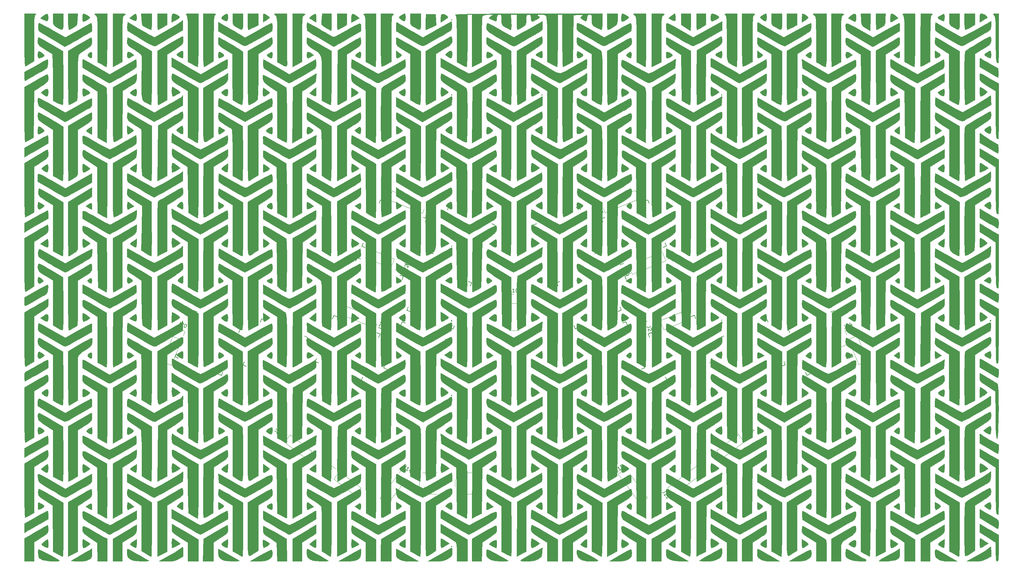
<source format=gbr>
G04 #@! TF.GenerationSoftware,KiCad,Pcbnew,(5.1.4)-1*
G04 #@! TF.CreationDate,2024-04-24T20:55:01-04:00*
G04 #@! TF.ProjectId,ThumbsUp,5468756d-6273-4557-902e-6b696361645f,rev?*
G04 #@! TF.SameCoordinates,Original*
G04 #@! TF.FileFunction,Legend,Top*
G04 #@! TF.FilePolarity,Positive*
%FSLAX46Y46*%
G04 Gerber Fmt 4.6, Leading zero omitted, Abs format (unit mm)*
G04 Created by KiCad (PCBNEW (5.1.4)-1) date 2024-04-24 20:55:01*
%MOMM*%
%LPD*%
G04 APERTURE LIST*
%ADD10C,0.120000*%
%ADD11C,0.010000*%
%ADD12C,0.150000*%
%ADD13C,0.100000*%
G04 APERTURE END LIST*
D10*
X238200000Y-186300000D02*
X242200000Y-184750000D01*
D11*
G36*
X129273158Y-94135789D02*
G01*
X129139474Y-94269473D01*
X129005790Y-94135789D01*
X129139474Y-94002105D01*
X129273158Y-94135789D01*
X129273158Y-94135789D01*
G37*
X129273158Y-94135789D02*
X129139474Y-94269473D01*
X129005790Y-94135789D01*
X129139474Y-94002105D01*
X129273158Y-94135789D01*
G36*
X267693010Y-92624160D02*
G01*
X267763611Y-93175187D01*
X267770000Y-93445087D01*
X267734119Y-94189296D01*
X267549119Y-94470217D01*
X267098965Y-94356416D01*
X266633684Y-94116545D01*
X266110354Y-93797648D01*
X265925105Y-93531070D01*
X266117414Y-93246546D01*
X266726762Y-92873812D01*
X267569474Y-92451035D01*
X267693010Y-92624160D01*
X267693010Y-92624160D01*
G37*
X267693010Y-92624160D02*
X267763611Y-93175187D01*
X267770000Y-93445087D01*
X267734119Y-94189296D01*
X267549119Y-94470217D01*
X267098965Y-94356416D01*
X266633684Y-94116545D01*
X266110354Y-93797648D01*
X265925105Y-93531070D01*
X266117414Y-93246546D01*
X266726762Y-92873812D01*
X267569474Y-92451035D01*
X267693010Y-92624160D01*
G36*
X217694434Y-92635226D02*
G01*
X217766824Y-93228068D01*
X217772105Y-93467368D01*
X217692098Y-94225429D01*
X217417598Y-94506844D01*
X216896884Y-94332841D01*
X216439258Y-94014446D01*
X216017852Y-93633629D01*
X215898484Y-93403510D01*
X215904521Y-93396997D01*
X216421870Y-93020723D01*
X217011543Y-92654509D01*
X217464800Y-92424008D01*
X217564228Y-92397895D01*
X217694434Y-92635226D01*
X217694434Y-92635226D01*
G37*
X217694434Y-92635226D02*
X217766824Y-93228068D01*
X217772105Y-93467368D01*
X217692098Y-94225429D01*
X217417598Y-94506844D01*
X216896884Y-94332841D01*
X216439258Y-94014446D01*
X216017852Y-93633629D01*
X215898484Y-93403510D01*
X215904521Y-93396997D01*
X216421870Y-93020723D01*
X217011543Y-92654509D01*
X217464800Y-92424008D01*
X217564228Y-92397895D01*
X217694434Y-92635226D01*
G36*
X203088829Y-92522603D02*
G01*
X203717115Y-92820034D01*
X204222476Y-93175144D01*
X204403684Y-93448598D01*
X204186444Y-93664767D01*
X203662963Y-93976722D01*
X203025599Y-94287011D01*
X202466711Y-94498180D01*
X202255666Y-94536842D01*
X202093913Y-94299623D01*
X202003951Y-93707028D01*
X201997369Y-93467368D01*
X202041404Y-92768940D01*
X202221484Y-92459966D01*
X202541512Y-92397895D01*
X203088829Y-92522603D01*
X203088829Y-92522603D01*
G37*
X203088829Y-92522603D02*
X203717115Y-92820034D01*
X204222476Y-93175144D01*
X204403684Y-93448598D01*
X204186444Y-93664767D01*
X203662963Y-93976722D01*
X203025599Y-94287011D01*
X202466711Y-94498180D01*
X202255666Y-94536842D01*
X202093913Y-94299623D01*
X202003951Y-93707028D01*
X201997369Y-93467368D01*
X202041404Y-92768940D01*
X202221484Y-92459966D01*
X202541512Y-92397895D01*
X203088829Y-92522603D01*
G36*
X192029801Y-92635675D02*
G01*
X192099636Y-93227952D01*
X192104737Y-93467368D01*
X192070735Y-94188192D01*
X191892259Y-94467381D01*
X191454603Y-94364862D01*
X190915366Y-94088747D01*
X190127048Y-93662062D01*
X190915366Y-93031306D01*
X191476862Y-92620573D01*
X191862152Y-92407503D01*
X191904211Y-92399223D01*
X192029801Y-92635675D01*
X192029801Y-92635675D01*
G37*
X192029801Y-92635675D02*
X192099636Y-93227952D01*
X192104737Y-93467368D01*
X192070735Y-94188192D01*
X191892259Y-94467381D01*
X191454603Y-94364862D01*
X190915366Y-94088747D01*
X190127048Y-93662062D01*
X190915366Y-93031306D01*
X191476862Y-92620573D01*
X191862152Y-92407503D01*
X191904211Y-92399223D01*
X192029801Y-92635675D01*
G36*
X116094434Y-92635226D02*
G01*
X116166824Y-93228068D01*
X116172105Y-93467368D01*
X116092098Y-94225429D01*
X115817598Y-94506844D01*
X115296884Y-94332841D01*
X114839258Y-94014446D01*
X114417852Y-93633629D01*
X114298484Y-93403510D01*
X114304521Y-93396997D01*
X114821870Y-93020723D01*
X115411543Y-92654509D01*
X115864800Y-92424008D01*
X115964228Y-92397895D01*
X116094434Y-92635226D01*
X116094434Y-92635226D01*
G37*
X116094434Y-92635226D02*
X116166824Y-93228068D01*
X116172105Y-93467368D01*
X116092098Y-94225429D01*
X115817598Y-94506844D01*
X115296884Y-94332841D01*
X114839258Y-94014446D01*
X114417852Y-93633629D01*
X114298484Y-93403510D01*
X114304521Y-93396997D01*
X114821870Y-93020723D01*
X115411543Y-92654509D01*
X115864800Y-92424008D01*
X115964228Y-92397895D01*
X116094434Y-92635226D01*
G36*
X66164161Y-92908609D02*
G01*
X66174211Y-93467368D01*
X66110843Y-94195672D01*
X65856267Y-94475812D01*
X65313770Y-94361543D01*
X64904211Y-94173244D01*
X64398309Y-93799867D01*
X64404133Y-93405544D01*
X64927056Y-92949823D01*
X65079148Y-92856594D01*
X65735204Y-92500684D01*
X66057377Y-92495992D01*
X66164161Y-92908609D01*
X66164161Y-92908609D01*
G37*
X66164161Y-92908609D02*
X66174211Y-93467368D01*
X66110843Y-94195672D01*
X65856267Y-94475812D01*
X65313770Y-94361543D01*
X64904211Y-94173244D01*
X64398309Y-93799867D01*
X64404133Y-93405544D01*
X64927056Y-92949823D01*
X65079148Y-92856594D01*
X65735204Y-92500684D01*
X66057377Y-92495992D01*
X66164161Y-92908609D01*
G36*
X40476697Y-92871043D02*
G01*
X40506842Y-93467368D01*
X40472799Y-94188368D01*
X40294184Y-94467462D01*
X39856270Y-94364685D01*
X39318431Y-94089250D01*
X38531073Y-93663068D01*
X39266499Y-93030481D01*
X39924344Y-92535800D01*
X40305661Y-92474876D01*
X40476697Y-92871043D01*
X40476697Y-92871043D01*
G37*
X40476697Y-92871043D02*
X40506842Y-93467368D01*
X40472799Y-94188368D01*
X40294184Y-94467462D01*
X39856270Y-94364685D01*
X39318431Y-94089250D01*
X38531073Y-93663068D01*
X39266499Y-93030481D01*
X39924344Y-92535800D01*
X40305661Y-92474876D01*
X40476697Y-92871043D01*
G36*
X15594625Y-92832245D02*
G01*
X15641579Y-93467368D01*
X15584204Y-94177636D01*
X15349756Y-94469215D01*
X14844749Y-94381773D01*
X14204833Y-94076992D01*
X13436507Y-93673865D01*
X14204833Y-93045495D01*
X14930371Y-92535130D01*
X15376014Y-92458872D01*
X15594625Y-92832245D01*
X15594625Y-92832245D01*
G37*
X15594625Y-92832245D02*
X15641579Y-93467368D01*
X15584204Y-94177636D01*
X15349756Y-94469215D01*
X14844749Y-94381773D01*
X14204833Y-94076992D01*
X13436507Y-93673865D01*
X14204833Y-93045495D01*
X14930371Y-92535130D01*
X15376014Y-92458872D01*
X15594625Y-92832245D01*
G36*
X278756529Y-92529176D02*
G01*
X279273440Y-92839745D01*
X279679885Y-93204693D01*
X279815405Y-93499109D01*
X279777659Y-93556261D01*
X279500790Y-93734735D01*
X278934085Y-94082484D01*
X278665263Y-94244850D01*
X277662632Y-94847823D01*
X277662632Y-93622859D01*
X277690984Y-92870229D01*
X277824143Y-92510372D01*
X278134260Y-92402320D01*
X278289614Y-92397895D01*
X278756529Y-92529176D01*
X278756529Y-92529176D01*
G37*
X278756529Y-92529176D02*
X279273440Y-92839745D01*
X279679885Y-93204693D01*
X279815405Y-93499109D01*
X279777659Y-93556261D01*
X279500790Y-93734735D01*
X278934085Y-94082484D01*
X278665263Y-94244850D01*
X277662632Y-94847823D01*
X277662632Y-93622859D01*
X277690984Y-92870229D01*
X277824143Y-92510372D01*
X278134260Y-92402320D01*
X278289614Y-92397895D01*
X278756529Y-92529176D01*
G36*
X253376369Y-92538008D02*
G01*
X254023016Y-93017840D01*
X254743746Y-93637785D01*
X253755274Y-94220998D01*
X253123663Y-94578863D01*
X252711843Y-94784680D01*
X252648401Y-94804210D01*
X252577761Y-94565019D01*
X252535411Y-93959901D01*
X252530000Y-93601052D01*
X252611249Y-92764838D01*
X252880580Y-92415487D01*
X253376369Y-92538008D01*
X253376369Y-92538008D01*
G37*
X253376369Y-92538008D02*
X254023016Y-93017840D01*
X254743746Y-93637785D01*
X253755274Y-94220998D01*
X253123663Y-94578863D01*
X252711843Y-94784680D01*
X252648401Y-94804210D01*
X252577761Y-94565019D01*
X252535411Y-93959901D01*
X252530000Y-93601052D01*
X252611249Y-92764838D01*
X252880580Y-92415487D01*
X253376369Y-92538008D01*
G36*
X242859551Y-92835648D02*
G01*
X242904737Y-93451589D01*
X242858605Y-94147500D01*
X242743878Y-94573135D01*
X242704211Y-94615856D01*
X242368529Y-94561517D01*
X241781363Y-94289589D01*
X241595624Y-94183127D01*
X240687564Y-93639827D01*
X241461940Y-93020189D01*
X242192209Y-92520400D01*
X242640613Y-92453664D01*
X242859551Y-92835648D01*
X242859551Y-92835648D01*
G37*
X242859551Y-92835648D02*
X242904737Y-93451589D01*
X242858605Y-94147500D01*
X242743878Y-94573135D01*
X242704211Y-94615856D01*
X242368529Y-94561517D01*
X241781363Y-94289589D01*
X241595624Y-94183127D01*
X240687564Y-93639827D01*
X241461940Y-93020189D01*
X242192209Y-92520400D01*
X242640613Y-92453664D01*
X242859551Y-92835648D01*
G36*
X228214805Y-92532967D02*
G01*
X228745715Y-92849965D01*
X229226361Y-93216561D01*
X229466366Y-93500424D01*
X229467466Y-93540235D01*
X229211824Y-93815623D01*
X228673190Y-94215801D01*
X228529115Y-94309437D01*
X227664737Y-94856722D01*
X227664737Y-93627308D01*
X227695759Y-92900491D01*
X227774415Y-92459280D01*
X227824010Y-92397895D01*
X228214805Y-92532967D01*
X228214805Y-92532967D01*
G37*
X228214805Y-92532967D02*
X228745715Y-92849965D01*
X229226361Y-93216561D01*
X229466366Y-93500424D01*
X229467466Y-93540235D01*
X229211824Y-93815623D01*
X228673190Y-94215801D01*
X228529115Y-94309437D01*
X227664737Y-94856722D01*
X227664737Y-93627308D01*
X227695759Y-92900491D01*
X227774415Y-92459280D01*
X227824010Y-92397895D01*
X228214805Y-92532967D01*
G36*
X177580717Y-92524023D02*
G01*
X178161477Y-92822483D01*
X178698914Y-93173392D01*
X178991973Y-93456864D01*
X179003684Y-93498605D01*
X178795824Y-93753143D01*
X178300220Y-94094095D01*
X177708835Y-94414471D01*
X177213634Y-94607282D01*
X177020776Y-94603758D01*
X176892306Y-94230076D01*
X176861847Y-93614026D01*
X176916245Y-92967524D01*
X177042346Y-92502487D01*
X177157695Y-92397895D01*
X177580717Y-92524023D01*
X177580717Y-92524023D01*
G37*
X177580717Y-92524023D02*
X178161477Y-92822483D01*
X178698914Y-93173392D01*
X178991973Y-93456864D01*
X179003684Y-93498605D01*
X178795824Y-93753143D01*
X178300220Y-94094095D01*
X177708835Y-94414471D01*
X177213634Y-94607282D01*
X177020776Y-94603758D01*
X176892306Y-94230076D01*
X176861847Y-93614026D01*
X176916245Y-92967524D01*
X177042346Y-92502487D01*
X177157695Y-92397895D01*
X177580717Y-92524023D01*
G36*
X126966329Y-92568962D02*
G01*
X127313909Y-92716996D01*
X127924844Y-93097333D01*
X128050762Y-93455770D01*
X127683132Y-93862359D01*
X127131972Y-94210615D01*
X126064737Y-94820177D01*
X126064737Y-93758499D01*
X126146535Y-92908639D01*
X126428687Y-92527450D01*
X126966329Y-92568962D01*
X126966329Y-92568962D01*
G37*
X126966329Y-92568962D02*
X127313909Y-92716996D01*
X127924844Y-93097333D01*
X128050762Y-93455770D01*
X127683132Y-93862359D01*
X127131972Y-94210615D01*
X126064737Y-94820177D01*
X126064737Y-93758499D01*
X126146535Y-92908639D01*
X126428687Y-92527450D01*
X126966329Y-92568962D01*
G36*
X101704023Y-92549762D02*
G01*
X102391779Y-93033646D01*
X103183032Y-93666741D01*
X102057569Y-94240910D01*
X100932105Y-94815078D01*
X100932105Y-93606486D01*
X100998212Y-92784863D01*
X101235855Y-92440338D01*
X101704023Y-92549762D01*
X101704023Y-92549762D01*
G37*
X101704023Y-92549762D02*
X102391779Y-93033646D01*
X103183032Y-93666741D01*
X102057569Y-94240910D01*
X100932105Y-94815078D01*
X100932105Y-93606486D01*
X100998212Y-92784863D01*
X101235855Y-92440338D01*
X101704023Y-92549762D01*
G36*
X91006816Y-92905870D02*
G01*
X91039474Y-93601052D01*
X91026234Y-94313315D01*
X90992727Y-94732832D01*
X90972632Y-94782060D01*
X90725569Y-94641720D01*
X90191687Y-94319050D01*
X89998043Y-94200052D01*
X89090297Y-93640194D01*
X89812426Y-93019044D01*
X90461595Y-92532213D01*
X90837231Y-92483820D01*
X91006816Y-92905870D01*
X91006816Y-92905870D01*
G37*
X91006816Y-92905870D02*
X91039474Y-93601052D01*
X91026234Y-94313315D01*
X90992727Y-94732832D01*
X90972632Y-94782060D01*
X90725569Y-94641720D01*
X90191687Y-94319050D01*
X89998043Y-94200052D01*
X89090297Y-93640194D01*
X89812426Y-93019044D01*
X90461595Y-92532213D01*
X90837231Y-92483820D01*
X91006816Y-92905870D01*
G36*
X76587625Y-92529269D02*
G01*
X77126051Y-92836850D01*
X77639451Y-93190823D01*
X77925878Y-93461373D01*
X77938421Y-93498605D01*
X77730015Y-93736567D01*
X77209649Y-94107353D01*
X77002632Y-94234047D01*
X76066842Y-94786176D01*
X76066842Y-93592035D01*
X76098725Y-92877395D01*
X76179323Y-92450799D01*
X76226116Y-92397895D01*
X76587625Y-92529269D01*
X76587625Y-92529269D01*
G37*
X76587625Y-92529269D02*
X77126051Y-92836850D01*
X77639451Y-93190823D01*
X77925878Y-93461373D01*
X77938421Y-93498605D01*
X77730015Y-93736567D01*
X77209649Y-94107353D01*
X77002632Y-94234047D01*
X76066842Y-94786176D01*
X76066842Y-93592035D01*
X76098725Y-92877395D01*
X76179323Y-92450799D01*
X76226116Y-92397895D01*
X76587625Y-92529269D01*
G36*
X51573303Y-92559271D02*
G01*
X52159332Y-92902140D01*
X52523953Y-93247080D01*
X52562084Y-93535276D01*
X52222234Y-93851946D01*
X51452911Y-94282306D01*
X51268421Y-94376608D01*
X50399474Y-94817942D01*
X50399474Y-93607918D01*
X50432339Y-92856192D01*
X50573476Y-92499324D01*
X50886696Y-92399289D01*
X50958881Y-92397895D01*
X51573303Y-92559271D01*
X51573303Y-92559271D01*
G37*
X51573303Y-92559271D02*
X52159332Y-92902140D01*
X52523953Y-93247080D01*
X52562084Y-93535276D01*
X52222234Y-93851946D01*
X51452911Y-94282306D01*
X51268421Y-94376608D01*
X50399474Y-94817942D01*
X50399474Y-93607918D01*
X50432339Y-92856192D01*
X50573476Y-92499324D01*
X50886696Y-92399289D01*
X50958881Y-92397895D01*
X51573303Y-92559271D01*
G36*
X25982823Y-92524023D02*
G01*
X26563582Y-92822483D01*
X27101020Y-93173392D01*
X27394078Y-93456864D01*
X27405790Y-93498605D01*
X27197929Y-93753143D01*
X26702325Y-94094095D01*
X26110940Y-94414471D01*
X25615740Y-94607282D01*
X25422881Y-94603758D01*
X25294411Y-94230076D01*
X25263952Y-93614026D01*
X25318350Y-92967524D01*
X25444451Y-92502487D01*
X25559800Y-92397895D01*
X25982823Y-92524023D01*
X25982823Y-92524023D01*
G37*
X25982823Y-92524023D02*
X26563582Y-92822483D01*
X27101020Y-93173392D01*
X27394078Y-93456864D01*
X27405790Y-93498605D01*
X27197929Y-93753143D01*
X26702325Y-94094095D01*
X26110940Y-94414471D01*
X25615740Y-94607282D01*
X25422881Y-94603758D01*
X25294411Y-94230076D01*
X25263952Y-93614026D01*
X25318350Y-92967524D01*
X25444451Y-92502487D01*
X25559800Y-92397895D01*
X25982823Y-92524023D01*
G36*
X276325790Y-95560598D02*
G01*
X275088956Y-96251878D01*
X274349792Y-96642055D01*
X273796073Y-96892718D01*
X273618429Y-96943158D01*
X273512827Y-96696314D01*
X273432060Y-96037603D01*
X273388750Y-95089753D01*
X273384737Y-94670526D01*
X273384737Y-92397895D01*
X276325790Y-92397895D01*
X276325790Y-95560598D01*
X276325790Y-95560598D01*
G37*
X276325790Y-95560598D02*
X275088956Y-96251878D01*
X274349792Y-96642055D01*
X273796073Y-96892718D01*
X273618429Y-96943158D01*
X273512827Y-96696314D01*
X273432060Y-96037603D01*
X273388750Y-95089753D01*
X273384737Y-94670526D01*
X273384737Y-92397895D01*
X276325790Y-92397895D01*
X276325790Y-95560598D01*
G36*
X272047895Y-94670526D02*
G01*
X272033111Y-95853972D01*
X271943720Y-96561028D01*
X271712165Y-96849994D01*
X271270887Y-96779172D01*
X270552328Y-96406862D01*
X270243158Y-96227960D01*
X269611060Y-95838291D01*
X269271710Y-95491299D01*
X269134042Y-95006996D01*
X269106992Y-94205396D01*
X269106842Y-93982073D01*
X269106842Y-92397895D01*
X272047895Y-92397895D01*
X272047895Y-94670526D01*
X272047895Y-94670526D01*
G37*
X272047895Y-94670526D02*
X272033111Y-95853972D01*
X271943720Y-96561028D01*
X271712165Y-96849994D01*
X271270887Y-96779172D01*
X270552328Y-96406862D01*
X270243158Y-96227960D01*
X269611060Y-95838291D01*
X269271710Y-95491299D01*
X269134042Y-95006996D01*
X269106992Y-94205396D01*
X269106842Y-93982073D01*
X269106842Y-92397895D01*
X272047895Y-92397895D01*
X272047895Y-94670526D01*
G36*
X251139074Y-94029512D02*
G01*
X251078648Y-94937384D01*
X250946433Y-95485859D01*
X250648315Y-95849809D01*
X250090179Y-96204109D01*
X249915981Y-96302144D01*
X249229051Y-96673980D01*
X248756260Y-96905294D01*
X248645981Y-96943158D01*
X248588810Y-96696270D01*
X248545086Y-96037451D01*
X248521643Y-95089462D01*
X248519474Y-94670526D01*
X248519474Y-92397895D01*
X251218674Y-92397895D01*
X251139074Y-94029512D01*
X251139074Y-94029512D01*
G37*
X251139074Y-94029512D02*
X251078648Y-94937384D01*
X250946433Y-95485859D01*
X250648315Y-95849809D01*
X250090179Y-96204109D01*
X249915981Y-96302144D01*
X249229051Y-96673980D01*
X248756260Y-96905294D01*
X248645981Y-96943158D01*
X248588810Y-96696270D01*
X248545086Y-96037451D01*
X248521643Y-95089462D01*
X248519474Y-94670526D01*
X248519474Y-92397895D01*
X251218674Y-92397895D01*
X251139074Y-94029512D01*
G36*
X226327895Y-95597307D02*
G01*
X224999941Y-96270233D01*
X224246700Y-96639965D01*
X223703507Y-96884384D01*
X223529415Y-96943158D01*
X223464983Y-96696275D01*
X223415707Y-96037468D01*
X223389288Y-95089495D01*
X223386842Y-94670526D01*
X223386842Y-92397895D01*
X226327895Y-92397895D01*
X226327895Y-95597307D01*
X226327895Y-95597307D01*
G37*
X226327895Y-95597307D02*
X224999941Y-96270233D01*
X224246700Y-96639965D01*
X223703507Y-96884384D01*
X223529415Y-96943158D01*
X223464983Y-96696275D01*
X223415707Y-96037468D01*
X223389288Y-95089495D01*
X223386842Y-94670526D01*
X223386842Y-92397895D01*
X226327895Y-92397895D01*
X226327895Y-95597307D01*
G36*
X222050000Y-94670526D02*
G01*
X222035216Y-95853972D01*
X221945825Y-96561028D01*
X221714270Y-96849994D01*
X221272992Y-96779172D01*
X220554433Y-96406862D01*
X220245263Y-96227960D01*
X219613165Y-95838291D01*
X219273815Y-95491299D01*
X219136148Y-95006996D01*
X219109097Y-94205396D01*
X219108947Y-93982073D01*
X219108947Y-92397895D01*
X222050000Y-92397895D01*
X222050000Y-94670526D01*
X222050000Y-94670526D01*
G37*
X222050000Y-94670526D02*
X222035216Y-95853972D01*
X221945825Y-96561028D01*
X221714270Y-96849994D01*
X221272992Y-96779172D01*
X220554433Y-96406862D01*
X220245263Y-96227960D01*
X219613165Y-95838291D01*
X219273815Y-95491299D01*
X219136148Y-95006996D01*
X219109097Y-94205396D01*
X219108947Y-93982073D01*
X219108947Y-92397895D01*
X222050000Y-92397895D01*
X222050000Y-94670526D01*
G36*
X200660526Y-95555504D02*
G01*
X199476600Y-96249331D01*
X198774874Y-96644506D01*
X198275991Y-96895783D01*
X198139758Y-96943158D01*
X198070653Y-96696279D01*
X198017802Y-96037480D01*
X197989465Y-95089518D01*
X197986842Y-94670526D01*
X197986842Y-92397895D01*
X200660526Y-92397895D01*
X200660526Y-95555504D01*
X200660526Y-95555504D01*
G37*
X200660526Y-95555504D02*
X199476600Y-96249331D01*
X198774874Y-96644506D01*
X198275991Y-96895783D01*
X198139758Y-96943158D01*
X198070653Y-96696279D01*
X198017802Y-96037480D01*
X197989465Y-95089518D01*
X197986842Y-94670526D01*
X197986842Y-92397895D01*
X200660526Y-92397895D01*
X200660526Y-95555504D01*
G36*
X175795263Y-93826982D02*
G01*
X175723091Y-94856703D01*
X175486309Y-95488301D01*
X175327369Y-95666319D01*
X174835687Y-96019619D01*
X174160326Y-96421438D01*
X173498362Y-96763602D01*
X173046874Y-96937935D01*
X173001172Y-96943158D01*
X172934757Y-96696277D01*
X172883964Y-96037473D01*
X172856731Y-95089504D01*
X172854211Y-94670526D01*
X172854211Y-92397895D01*
X175795263Y-92397895D01*
X175795263Y-93826982D01*
X175795263Y-93826982D01*
G37*
X175795263Y-93826982D02*
X175723091Y-94856703D01*
X175486309Y-95488301D01*
X175327369Y-95666319D01*
X174835687Y-96019619D01*
X174160326Y-96421438D01*
X173498362Y-96763602D01*
X173046874Y-96937935D01*
X173001172Y-96943158D01*
X172934757Y-96696277D01*
X172883964Y-96037473D01*
X172856731Y-95089504D01*
X172854211Y-94670526D01*
X172854211Y-92397895D01*
X175795263Y-92397895D01*
X175795263Y-93826982D01*
G36*
X124674064Y-94057850D02*
G01*
X124753918Y-95584120D01*
X123412953Y-96263639D01*
X122653670Y-96635630D01*
X122101601Y-96882447D01*
X121918602Y-96943158D01*
X121857053Y-96696862D01*
X121826829Y-96040900D01*
X121832200Y-95099655D01*
X121842871Y-94737368D01*
X121920526Y-92531579D01*
X124594211Y-92531579D01*
X124674064Y-94057850D01*
X124674064Y-94057850D01*
G37*
X124674064Y-94057850D02*
X124753918Y-95584120D01*
X123412953Y-96263639D01*
X122653670Y-96635630D01*
X122101601Y-96882447D01*
X121918602Y-96943158D01*
X121857053Y-96696862D01*
X121826829Y-96040900D01*
X121832200Y-95099655D01*
X121842871Y-94737368D01*
X121920526Y-92531579D01*
X124594211Y-92531579D01*
X124674064Y-94057850D01*
G36*
X120450000Y-94670526D02*
G01*
X120435216Y-95853972D01*
X120345825Y-96561028D01*
X120114270Y-96849994D01*
X119672992Y-96779172D01*
X118954433Y-96406862D01*
X118645263Y-96227960D01*
X118013165Y-95838291D01*
X117673815Y-95491299D01*
X117536148Y-95006996D01*
X117509097Y-94205396D01*
X117508947Y-93982073D01*
X117508947Y-92397895D01*
X120450000Y-92397895D01*
X120450000Y-94670526D01*
X120450000Y-94670526D01*
G37*
X120450000Y-94670526D02*
X120435216Y-95853972D01*
X120345825Y-96561028D01*
X120114270Y-96849994D01*
X119672992Y-96779172D01*
X118954433Y-96406862D01*
X118645263Y-96227960D01*
X118013165Y-95838291D01*
X117673815Y-95491299D01*
X117536148Y-95006996D01*
X117509097Y-94205396D01*
X117508947Y-93982073D01*
X117508947Y-92397895D01*
X120450000Y-92397895D01*
X120450000Y-94670526D01*
G36*
X99595263Y-95555504D02*
G01*
X98411337Y-96249331D01*
X97709611Y-96644506D01*
X97210728Y-96895783D01*
X97074495Y-96943158D01*
X97005390Y-96696279D01*
X96952539Y-96037480D01*
X96924202Y-95089518D01*
X96921579Y-94670526D01*
X96921579Y-92397895D01*
X99595263Y-92397895D01*
X99595263Y-95555504D01*
X99595263Y-95555504D01*
G37*
X99595263Y-95555504D02*
X98411337Y-96249331D01*
X97709611Y-96644506D01*
X97210728Y-96895783D01*
X97074495Y-96943158D01*
X97005390Y-96696279D01*
X96952539Y-96037480D01*
X96924202Y-95089518D01*
X96921579Y-94670526D01*
X96921579Y-92397895D01*
X99595263Y-92397895D01*
X99595263Y-95555504D01*
G36*
X74730000Y-95597307D02*
G01*
X73402046Y-96270233D01*
X72648806Y-96639965D01*
X72105612Y-96884384D01*
X71931520Y-96943158D01*
X71867089Y-96696275D01*
X71817812Y-96037468D01*
X71791393Y-95089495D01*
X71788947Y-94670526D01*
X71788947Y-92397895D01*
X74730000Y-92397895D01*
X74730000Y-95597307D01*
X74730000Y-95597307D01*
G37*
X74730000Y-95597307D02*
X73402046Y-96270233D01*
X72648806Y-96639965D01*
X72105612Y-96884384D01*
X71931520Y-96943158D01*
X71867089Y-96696275D01*
X71817812Y-96037468D01*
X71791393Y-95089495D01*
X71788947Y-94670526D01*
X71788947Y-92397895D01*
X74730000Y-92397895D01*
X74730000Y-95597307D01*
G36*
X70452105Y-94670526D02*
G01*
X70437321Y-95853972D01*
X70347931Y-96561028D01*
X70116375Y-96849994D01*
X69675097Y-96779172D01*
X68956538Y-96406862D01*
X68647369Y-96227960D01*
X68015270Y-95838291D01*
X67675920Y-95491299D01*
X67538253Y-95006996D01*
X67511203Y-94205396D01*
X67511053Y-93982073D01*
X67511053Y-92397895D01*
X70452105Y-92397895D01*
X70452105Y-94670526D01*
X70452105Y-94670526D01*
G37*
X70452105Y-94670526D02*
X70437321Y-95853972D01*
X70347931Y-96561028D01*
X70116375Y-96849994D01*
X69675097Y-96779172D01*
X68956538Y-96406862D01*
X68647369Y-96227960D01*
X68015270Y-95838291D01*
X67675920Y-95491299D01*
X67538253Y-95006996D01*
X67511203Y-94205396D01*
X67511053Y-93982073D01*
X67511053Y-92397895D01*
X70452105Y-92397895D01*
X70452105Y-94670526D01*
G36*
X49062632Y-95560598D02*
G01*
X47825798Y-96251878D01*
X47115963Y-96638962D01*
X46622794Y-96889825D01*
X46488956Y-96943158D01*
X46443759Y-96696263D01*
X46409194Y-96037427D01*
X46390662Y-95089417D01*
X46388947Y-94670526D01*
X46388947Y-92397895D01*
X49062632Y-92397895D01*
X49062632Y-95560598D01*
X49062632Y-95560598D01*
G37*
X49062632Y-95560598D02*
X47825798Y-96251878D01*
X47115963Y-96638962D01*
X46622794Y-96889825D01*
X46488956Y-96943158D01*
X46443759Y-96696263D01*
X46409194Y-96037427D01*
X46390662Y-95089417D01*
X46388947Y-94670526D01*
X46388947Y-92397895D01*
X49062632Y-92397895D01*
X49062632Y-95560598D01*
G36*
X44784737Y-94670526D02*
G01*
X44762979Y-95695714D01*
X44704914Y-96477562D01*
X44621352Y-96894177D01*
X44584211Y-96931341D01*
X44243725Y-96810133D01*
X43619740Y-96518356D01*
X43314211Y-96363047D01*
X42649700Y-96009789D01*
X42217198Y-95765830D01*
X42144283Y-95717392D01*
X42074757Y-95424638D01*
X41995637Y-94754132D01*
X41935733Y-94013055D01*
X41827637Y-92397895D01*
X44784737Y-92397895D01*
X44784737Y-94670526D01*
X44784737Y-94670526D01*
G37*
X44784737Y-94670526D02*
X44762979Y-95695714D01*
X44704914Y-96477562D01*
X44621352Y-96894177D01*
X44584211Y-96931341D01*
X44243725Y-96810133D01*
X43619740Y-96518356D01*
X43314211Y-96363047D01*
X42649700Y-96009789D01*
X42217198Y-95765830D01*
X42144283Y-95717392D01*
X42074757Y-95424638D01*
X41995637Y-94754132D01*
X41935733Y-94013055D01*
X41827637Y-92397895D01*
X44784737Y-92397895D01*
X44784737Y-94670526D01*
G36*
X23875916Y-94061682D02*
G01*
X23815637Y-94981968D01*
X23688211Y-95538108D01*
X23407391Y-95900350D01*
X22886929Y-96238944D01*
X22726842Y-96329916D01*
X22045311Y-96693206D01*
X21561695Y-96911206D01*
X21456842Y-96938759D01*
X21366242Y-96693988D01*
X21296943Y-96037009D01*
X21259769Y-95090247D01*
X21256316Y-94670526D01*
X21256316Y-92397895D01*
X23955516Y-92397895D01*
X23875916Y-94061682D01*
X23875916Y-94061682D01*
G37*
X23875916Y-94061682D02*
X23815637Y-94981968D01*
X23688211Y-95538108D01*
X23407391Y-95900350D01*
X22886929Y-96238944D01*
X22726842Y-96329916D01*
X22045311Y-96693206D01*
X21561695Y-96911206D01*
X21456842Y-96938759D01*
X21366242Y-96693988D01*
X21296943Y-96037009D01*
X21259769Y-95090247D01*
X21256316Y-94670526D01*
X21256316Y-92397895D01*
X23955516Y-92397895D01*
X23875916Y-94061682D01*
G36*
X19919474Y-94670526D02*
G01*
X19902228Y-95865614D01*
X19807484Y-96582832D01*
X19570730Y-96878893D01*
X19127458Y-96810506D01*
X18413155Y-96434381D01*
X18114737Y-96257053D01*
X17483217Y-95856619D01*
X17143837Y-95502824D01*
X17005867Y-95014413D01*
X16978581Y-94210133D01*
X16978421Y-93986951D01*
X16978421Y-92397895D01*
X19919474Y-92397895D01*
X19919474Y-94670526D01*
X19919474Y-94670526D01*
G37*
X19919474Y-94670526D02*
X19902228Y-95865614D01*
X19807484Y-96582832D01*
X19570730Y-96878893D01*
X19127458Y-96810506D01*
X18413155Y-96434381D01*
X18114737Y-96257053D01*
X17483217Y-95856619D01*
X17143837Y-95502824D01*
X17005867Y-95014413D01*
X16978581Y-94210133D01*
X16978421Y-93986951D01*
X16978421Y-92397895D01*
X19919474Y-92397895D01*
X19919474Y-94670526D01*
G36*
X246915263Y-94804210D02*
G01*
X246908402Y-95860876D01*
X246890020Y-96676353D01*
X246863423Y-97132712D01*
X246848421Y-97189510D01*
X246602507Y-97051160D01*
X246043320Y-96718707D01*
X245578421Y-96437901D01*
X244918737Y-96015906D01*
X244551835Y-95648404D01*
X244381337Y-95156181D01*
X244310866Y-94360020D01*
X244295663Y-94052602D01*
X244216063Y-92397895D01*
X246915263Y-92397895D01*
X246915263Y-94804210D01*
X246915263Y-94804210D01*
G37*
X246915263Y-94804210D02*
X246908402Y-95860876D01*
X246890020Y-96676353D01*
X246863423Y-97132712D01*
X246848421Y-97189510D01*
X246602507Y-97051160D01*
X246043320Y-96718707D01*
X245578421Y-96437901D01*
X244918737Y-96015906D01*
X244551835Y-95648404D01*
X244381337Y-95156181D01*
X244310866Y-94360020D01*
X244295663Y-94052602D01*
X244216063Y-92397895D01*
X246915263Y-92397895D01*
X246915263Y-94804210D01*
G36*
X196382632Y-94804210D02*
G01*
X196375769Y-95861230D01*
X196357383Y-96677410D01*
X196330781Y-97134663D01*
X196315790Y-97191922D01*
X196072955Y-97050766D01*
X195515628Y-96705666D01*
X194978947Y-96367209D01*
X193708947Y-95561101D01*
X193708947Y-92397895D01*
X196382632Y-92397895D01*
X196382632Y-94804210D01*
X196382632Y-94804210D01*
G37*
X196382632Y-94804210D02*
X196375769Y-95861230D01*
X196357383Y-96677410D01*
X196330781Y-97134663D01*
X196315790Y-97191922D01*
X196072955Y-97050766D01*
X195515628Y-96705666D01*
X194978947Y-96367209D01*
X193708947Y-95561101D01*
X193708947Y-92397895D01*
X196382632Y-92397895D01*
X196382632Y-94804210D01*
G36*
X95317369Y-94804210D02*
G01*
X95310513Y-95859290D01*
X95292148Y-96671618D01*
X95265572Y-97123974D01*
X95250526Y-97178691D01*
X94999857Y-97042423D01*
X94425841Y-96725592D01*
X93916920Y-96443428D01*
X93190289Y-96003360D01*
X92684599Y-95628640D01*
X92546304Y-95470097D01*
X92511302Y-95066860D01*
X92535120Y-94329639D01*
X92577086Y-93799044D01*
X92711718Y-92397895D01*
X95317369Y-92397895D01*
X95317369Y-94804210D01*
X95317369Y-94804210D01*
G37*
X95317369Y-94804210D02*
X95310513Y-95859290D01*
X95292148Y-96671618D01*
X95265572Y-97123974D01*
X95250526Y-97178691D01*
X94999857Y-97042423D01*
X94425841Y-96725592D01*
X93916920Y-96443428D01*
X93190289Y-96003360D01*
X92684599Y-95628640D01*
X92546304Y-95470097D01*
X92511302Y-95066860D01*
X92535120Y-94329639D01*
X92577086Y-93799044D01*
X92711718Y-92397895D01*
X95317369Y-92397895D01*
X95317369Y-94804210D01*
G36*
X280871053Y-95695235D02*
G01*
X280849327Y-96351613D01*
X280715517Y-96794197D01*
X280366674Y-97166154D01*
X279699848Y-97610650D01*
X279333684Y-97833180D01*
X277475163Y-98940393D01*
X275842493Y-99882095D01*
X274485160Y-100631391D01*
X273452648Y-101161389D01*
X272794442Y-101445196D01*
X272611107Y-101486618D01*
X272236595Y-101354073D01*
X271501351Y-100991206D01*
X270499949Y-100448119D01*
X269326967Y-99774913D01*
X268883242Y-99511754D01*
X267683377Y-98786978D01*
X266640735Y-98143991D01*
X265845551Y-97639434D01*
X265388056Y-97329946D01*
X265323462Y-97277251D01*
X265176627Y-96863064D01*
X265134484Y-96155717D01*
X265146010Y-95933282D01*
X265230000Y-94850755D01*
X268705790Y-96855927D01*
X269942141Y-97566464D01*
X271022674Y-98182358D01*
X271858816Y-98653515D01*
X272361996Y-98929840D01*
X272457672Y-98977905D01*
X272795098Y-98894945D01*
X273531155Y-98566543D01*
X274606736Y-98023704D01*
X275962738Y-97297433D01*
X277540056Y-96418736D01*
X279279586Y-95418617D01*
X279601053Y-95230622D01*
X280871053Y-94486030D01*
X280871053Y-95695235D01*
X280871053Y-95695235D01*
G37*
X280871053Y-95695235D02*
X280849327Y-96351613D01*
X280715517Y-96794197D01*
X280366674Y-97166154D01*
X279699848Y-97610650D01*
X279333684Y-97833180D01*
X277475163Y-98940393D01*
X275842493Y-99882095D01*
X274485160Y-100631391D01*
X273452648Y-101161389D01*
X272794442Y-101445196D01*
X272611107Y-101486618D01*
X272236595Y-101354073D01*
X271501351Y-100991206D01*
X270499949Y-100448119D01*
X269326967Y-99774913D01*
X268883242Y-99511754D01*
X267683377Y-98786978D01*
X266640735Y-98143991D01*
X265845551Y-97639434D01*
X265388056Y-97329946D01*
X265323462Y-97277251D01*
X265176627Y-96863064D01*
X265134484Y-96155717D01*
X265146010Y-95933282D01*
X265230000Y-94850755D01*
X268705790Y-96855927D01*
X269942141Y-97566464D01*
X271022674Y-98182358D01*
X271858816Y-98653515D01*
X272361996Y-98929840D01*
X272457672Y-98977905D01*
X272795098Y-98894945D01*
X273531155Y-98566543D01*
X274606736Y-98023704D01*
X275962738Y-97297433D01*
X277540056Y-96418736D01*
X279279586Y-95418617D01*
X279601053Y-95230622D01*
X280871053Y-94486030D01*
X280871053Y-95695235D01*
G36*
X205194064Y-95829415D02*
G01*
X205182339Y-97076842D01*
X201347898Y-99282631D01*
X200031489Y-100022021D01*
X198847742Y-100653525D01*
X197885662Y-101132245D01*
X197234254Y-101413276D01*
X197014886Y-101468577D01*
X196618437Y-101329554D01*
X195860053Y-100960027D01*
X194833481Y-100409306D01*
X193632468Y-99726704D01*
X193040526Y-99378003D01*
X189564737Y-97307272D01*
X189482522Y-96189426D01*
X189493969Y-95404785D01*
X189668687Y-95078186D01*
X189711412Y-95071579D01*
X190041849Y-95197979D01*
X190746327Y-95546321D01*
X191736290Y-96070314D01*
X192923185Y-96723668D01*
X193571762Y-97089481D01*
X197121006Y-99107383D01*
X205205790Y-94581989D01*
X205194064Y-95829415D01*
X205194064Y-95829415D01*
G37*
X205194064Y-95829415D02*
X205182339Y-97076842D01*
X201347898Y-99282631D01*
X200031489Y-100022021D01*
X198847742Y-100653525D01*
X197885662Y-101132245D01*
X197234254Y-101413276D01*
X197014886Y-101468577D01*
X196618437Y-101329554D01*
X195860053Y-100960027D01*
X194833481Y-100409306D01*
X193632468Y-99726704D01*
X193040526Y-99378003D01*
X189564737Y-97307272D01*
X189482522Y-96189426D01*
X189493969Y-95404785D01*
X189668687Y-95078186D01*
X189711412Y-95071579D01*
X190041849Y-95197979D01*
X190746327Y-95546321D01*
X191736290Y-96070314D01*
X192923185Y-96723668D01*
X193571762Y-97089481D01*
X197121006Y-99107383D01*
X205205790Y-94581989D01*
X205194064Y-95829415D01*
G36*
X164787042Y-95067949D02*
G01*
X165452873Y-95382763D01*
X166413665Y-95884131D01*
X167586649Y-96529432D01*
X168382439Y-96982117D01*
X172065404Y-99102742D01*
X173462439Y-98334784D01*
X174356070Y-97838990D01*
X175506263Y-97194592D01*
X176705215Y-96518145D01*
X177055989Y-96319202D01*
X178035347Y-95777033D01*
X178846994Y-95353876D01*
X179374938Y-95108921D01*
X179500930Y-95071579D01*
X179644802Y-95309146D01*
X179712184Y-95906315D01*
X179710730Y-96200595D01*
X179672105Y-97329612D01*
X176062632Y-99404604D01*
X174792666Y-100120630D01*
X173665060Y-100730133D01*
X172769686Y-101186546D01*
X172196417Y-101443304D01*
X172052105Y-101482546D01*
X171644294Y-101354700D01*
X170920249Y-101012820D01*
X170018683Y-100523887D01*
X169779474Y-100385154D01*
X168052658Y-99371411D01*
X166730391Y-98591734D01*
X165759054Y-98004460D01*
X165085030Y-97567926D01*
X164654701Y-97240467D01*
X164414448Y-96980421D01*
X164310653Y-96746125D01*
X164289699Y-96495914D01*
X164297966Y-96188125D01*
X164298421Y-96126156D01*
X164345976Y-95437885D01*
X164463790Y-95019350D01*
X164498947Y-94982315D01*
X164787042Y-95067949D01*
X164787042Y-95067949D01*
G37*
X164787042Y-95067949D02*
X165452873Y-95382763D01*
X166413665Y-95884131D01*
X167586649Y-96529432D01*
X168382439Y-96982117D01*
X172065404Y-99102742D01*
X173462439Y-98334784D01*
X174356070Y-97838990D01*
X175506263Y-97194592D01*
X176705215Y-96518145D01*
X177055989Y-96319202D01*
X178035347Y-95777033D01*
X178846994Y-95353876D01*
X179374938Y-95108921D01*
X179500930Y-95071579D01*
X179644802Y-95309146D01*
X179712184Y-95906315D01*
X179710730Y-96200595D01*
X179672105Y-97329612D01*
X176062632Y-99404604D01*
X174792666Y-100120630D01*
X173665060Y-100730133D01*
X172769686Y-101186546D01*
X172196417Y-101443304D01*
X172052105Y-101482546D01*
X171644294Y-101354700D01*
X170920249Y-101012820D01*
X170018683Y-100523887D01*
X169779474Y-100385154D01*
X168052658Y-99371411D01*
X166730391Y-98591734D01*
X165759054Y-98004460D01*
X165085030Y-97567926D01*
X164654701Y-97240467D01*
X164414448Y-96980421D01*
X164310653Y-96746125D01*
X164289699Y-96495914D01*
X164297966Y-96188125D01*
X164298421Y-96126156D01*
X164345976Y-95437885D01*
X164463790Y-95019350D01*
X164498947Y-94982315D01*
X164787042Y-95067949D01*
G36*
X129224926Y-95685636D02*
G01*
X129223844Y-96474960D01*
X129021037Y-96951350D01*
X128720304Y-97209939D01*
X127983023Y-97682588D01*
X126989262Y-98279676D01*
X125836148Y-98947447D01*
X124620809Y-99632147D01*
X123440371Y-100280022D01*
X122391962Y-100837316D01*
X121572710Y-101250275D01*
X121079741Y-101465143D01*
X120998259Y-101483674D01*
X120632243Y-101352173D01*
X119898764Y-100992972D01*
X118888703Y-100453804D01*
X117692942Y-99782402D01*
X117053036Y-99411568D01*
X113522388Y-97344210D01*
X113510404Y-96058431D01*
X113540266Y-95339105D01*
X113629731Y-94926319D01*
X113698947Y-94883909D01*
X113989374Y-95050613D01*
X114656841Y-95436283D01*
X115615899Y-95991472D01*
X116781098Y-96666730D01*
X117422405Y-97038636D01*
X118649894Y-97746486D01*
X119706624Y-98347993D01*
X120509996Y-98796760D01*
X120977415Y-99046394D01*
X121060387Y-99082105D01*
X121319143Y-98956676D01*
X121964270Y-98609059D01*
X122917794Y-98082256D01*
X124101742Y-97419270D01*
X125157456Y-96822538D01*
X129139474Y-94562972D01*
X129224926Y-95685636D01*
X129224926Y-95685636D01*
G37*
X129224926Y-95685636D02*
X129223844Y-96474960D01*
X129021037Y-96951350D01*
X128720304Y-97209939D01*
X127983023Y-97682588D01*
X126989262Y-98279676D01*
X125836148Y-98947447D01*
X124620809Y-99632147D01*
X123440371Y-100280022D01*
X122391962Y-100837316D01*
X121572710Y-101250275D01*
X121079741Y-101465143D01*
X120998259Y-101483674D01*
X120632243Y-101352173D01*
X119898764Y-100992972D01*
X118888703Y-100453804D01*
X117692942Y-99782402D01*
X117053036Y-99411568D01*
X113522388Y-97344210D01*
X113510404Y-96058431D01*
X113540266Y-95339105D01*
X113629731Y-94926319D01*
X113698947Y-94883909D01*
X113989374Y-95050613D01*
X114656841Y-95436283D01*
X115615899Y-95991472D01*
X116781098Y-96666730D01*
X117422405Y-97038636D01*
X118649894Y-97746486D01*
X119706624Y-98347993D01*
X120509996Y-98796760D01*
X120977415Y-99046394D01*
X121060387Y-99082105D01*
X121319143Y-98956676D01*
X121964270Y-98609059D01*
X122917794Y-98082256D01*
X124101742Y-97419270D01*
X125157456Y-96822538D01*
X129139474Y-94562972D01*
X129224926Y-95685636D01*
G36*
X64369474Y-95290735D02*
G01*
X65183873Y-95773066D01*
X66107844Y-96300787D01*
X66307895Y-96412152D01*
X67081902Y-96847252D01*
X68102278Y-97430242D01*
X69154212Y-98038355D01*
X69200400Y-98065247D01*
X71023432Y-99127062D01*
X74651483Y-97099320D01*
X75914972Y-96401581D01*
X77019434Y-95807554D01*
X77878772Y-95362306D01*
X78406890Y-95110901D01*
X78525403Y-95071579D01*
X78658306Y-95308310D01*
X78702010Y-95903704D01*
X78689057Y-96201990D01*
X78606842Y-97332401D01*
X74997369Y-99405999D01*
X73727340Y-100121423D01*
X72599690Y-100730108D01*
X71704306Y-101185569D01*
X71131074Y-101441320D01*
X70986842Y-101480023D01*
X70625771Y-101350465D01*
X69896691Y-100993158D01*
X68890034Y-100455627D01*
X67696232Y-99785395D01*
X67052223Y-99412331D01*
X63518655Y-97344210D01*
X63509591Y-96052404D01*
X63500526Y-94760597D01*
X64369474Y-95290735D01*
X64369474Y-95290735D01*
G37*
X64369474Y-95290735D02*
X65183873Y-95773066D01*
X66107844Y-96300787D01*
X66307895Y-96412152D01*
X67081902Y-96847252D01*
X68102278Y-97430242D01*
X69154212Y-98038355D01*
X69200400Y-98065247D01*
X71023432Y-99127062D01*
X74651483Y-97099320D01*
X75914972Y-96401581D01*
X77019434Y-95807554D01*
X77878772Y-95362306D01*
X78406890Y-95110901D01*
X78525403Y-95071579D01*
X78658306Y-95308310D01*
X78702010Y-95903704D01*
X78689057Y-96201990D01*
X78606842Y-97332401D01*
X74997369Y-99405999D01*
X73727340Y-100121423D01*
X72599690Y-100730108D01*
X71704306Y-101185569D01*
X71131074Y-101441320D01*
X70986842Y-101480023D01*
X70625771Y-101350465D01*
X69896691Y-100993158D01*
X68890034Y-100455627D01*
X67696232Y-99785395D01*
X67052223Y-99412331D01*
X63518655Y-97344210D01*
X63509591Y-96052404D01*
X63500526Y-94760597D01*
X64369474Y-95290735D01*
G36*
X255144874Y-95309899D02*
G01*
X255196833Y-95909189D01*
X255201570Y-96207895D01*
X255199455Y-97344210D01*
X252193675Y-99071219D01*
X250980396Y-99768319D01*
X249864802Y-100409283D01*
X248966578Y-100925347D01*
X248405407Y-101247749D01*
X248385790Y-101259019D01*
X247583684Y-101719810D01*
X243840526Y-99513740D01*
X242441787Y-98683092D01*
X241439213Y-98063602D01*
X240764957Y-97600652D01*
X240351170Y-97239626D01*
X240130006Y-96925908D01*
X240033617Y-96604879D01*
X240011688Y-96431540D01*
X239969474Y-95803991D01*
X240026638Y-95396841D01*
X240243266Y-95218470D01*
X240679444Y-95277255D01*
X241395257Y-95581574D01*
X242450792Y-96139806D01*
X243906133Y-96960330D01*
X243939240Y-96979193D01*
X247680701Y-99111202D01*
X251292162Y-97091390D01*
X252544033Y-96396395D01*
X253627392Y-95804701D01*
X254458647Y-95361193D01*
X254954206Y-95110760D01*
X255053653Y-95071579D01*
X255144874Y-95309899D01*
X255144874Y-95309899D01*
G37*
X255144874Y-95309899D02*
X255196833Y-95909189D01*
X255201570Y-96207895D01*
X255199455Y-97344210D01*
X252193675Y-99071219D01*
X250980396Y-99768319D01*
X249864802Y-100409283D01*
X248966578Y-100925347D01*
X248405407Y-101247749D01*
X248385790Y-101259019D01*
X247583684Y-101719810D01*
X243840526Y-99513740D01*
X242441787Y-98683092D01*
X241439213Y-98063602D01*
X240764957Y-97600652D01*
X240351170Y-97239626D01*
X240130006Y-96925908D01*
X240033617Y-96604879D01*
X240011688Y-96431540D01*
X239969474Y-95803991D01*
X240026638Y-95396841D01*
X240243266Y-95218470D01*
X240679444Y-95277255D01*
X241395257Y-95581574D01*
X242450792Y-96139806D01*
X243906133Y-96960330D01*
X243939240Y-96979193D01*
X247680701Y-99111202D01*
X251292162Y-97091390D01*
X252544033Y-96396395D01*
X253627392Y-95804701D01*
X254458647Y-95361193D01*
X254954206Y-95110760D01*
X255053653Y-95071579D01*
X255144874Y-95309899D01*
G36*
X215589244Y-95056528D02*
G01*
X216257210Y-95443267D01*
X217217771Y-95999467D01*
X218385853Y-96675868D01*
X219054725Y-97063206D01*
X222609976Y-99122044D01*
X226139988Y-97163653D01*
X227398215Y-96472286D01*
X228506677Y-95875714D01*
X229374195Y-95422056D01*
X229909590Y-95159431D01*
X230020697Y-95115641D01*
X230241675Y-95211421D01*
X230308650Y-95706834D01*
X230288065Y-96164933D01*
X230226291Y-96725834D01*
X230075987Y-97136303D01*
X229742339Y-97501795D01*
X229130532Y-97927768D01*
X228199474Y-98487962D01*
X227045713Y-99161930D01*
X225846932Y-99850456D01*
X224838320Y-100418616D01*
X224723684Y-100481971D01*
X223903333Y-100944000D01*
X223257339Y-101326337D01*
X222966860Y-101516801D01*
X222631330Y-101470765D01*
X221898950Y-101162677D01*
X220823366Y-100618573D01*
X219458227Y-99864489D01*
X218899936Y-99542974D01*
X215119312Y-97344210D01*
X215108866Y-96058431D01*
X215139589Y-95340163D01*
X215229552Y-94929466D01*
X215298947Y-94888510D01*
X215589244Y-95056528D01*
X215589244Y-95056528D01*
G37*
X215589244Y-95056528D02*
X216257210Y-95443267D01*
X217217771Y-95999467D01*
X218385853Y-96675868D01*
X219054725Y-97063206D01*
X222609976Y-99122044D01*
X226139988Y-97163653D01*
X227398215Y-96472286D01*
X228506677Y-95875714D01*
X229374195Y-95422056D01*
X229909590Y-95159431D01*
X230020697Y-95115641D01*
X230241675Y-95211421D01*
X230308650Y-95706834D01*
X230288065Y-96164933D01*
X230226291Y-96725834D01*
X230075987Y-97136303D01*
X229742339Y-97501795D01*
X229130532Y-97927768D01*
X228199474Y-98487962D01*
X227045713Y-99161930D01*
X225846932Y-99850456D01*
X224838320Y-100418616D01*
X224723684Y-100481971D01*
X223903333Y-100944000D01*
X223257339Y-101326337D01*
X222966860Y-101516801D01*
X222631330Y-101470765D01*
X221898950Y-101162677D01*
X220823366Y-100618573D01*
X219458227Y-99864489D01*
X218899936Y-99542974D01*
X215119312Y-97344210D01*
X215108866Y-96058431D01*
X215139589Y-95340163D01*
X215229552Y-94929466D01*
X215298947Y-94888510D01*
X215589244Y-95056528D01*
G36*
X154671468Y-95821360D02*
G01*
X154674142Y-96329975D01*
X154636305Y-96704662D01*
X154486750Y-97013436D01*
X154154271Y-97324313D01*
X153567662Y-97705310D01*
X152655716Y-98224444D01*
X151464737Y-98884428D01*
X150493784Y-99434831D01*
X149554748Y-99985072D01*
X149058421Y-100287204D01*
X147966255Y-100957798D01*
X147205836Y-101362337D01*
X146660800Y-101526549D01*
X146214779Y-101476163D01*
X145751408Y-101236906D01*
X145504114Y-101073042D01*
X144888113Y-100673725D01*
X144476138Y-100442240D01*
X144406094Y-100418947D01*
X144137419Y-100288671D01*
X143507535Y-99934307D01*
X142611550Y-99410552D01*
X141584541Y-98796256D01*
X140442102Y-98100610D01*
X139680541Y-97603915D01*
X139222624Y-97229297D01*
X138991119Y-96899880D01*
X138908795Y-96538791D01*
X138898421Y-96122572D01*
X138966870Y-95439517D01*
X139141894Y-95088714D01*
X139198567Y-95071579D01*
X139525092Y-95197247D01*
X140227187Y-95543709D01*
X141216888Y-96065148D01*
X142406229Y-96715752D01*
X143082317Y-97094379D01*
X146665922Y-99117179D01*
X147527961Y-98597619D01*
X148246836Y-98177260D01*
X149189778Y-97642219D01*
X149860526Y-97269457D01*
X150910235Y-96687767D01*
X152122394Y-96009612D01*
X153002105Y-95513367D01*
X154673158Y-94565878D01*
X154671468Y-95821360D01*
X154671468Y-95821360D01*
G37*
X154671468Y-95821360D02*
X154674142Y-96329975D01*
X154636305Y-96704662D01*
X154486750Y-97013436D01*
X154154271Y-97324313D01*
X153567662Y-97705310D01*
X152655716Y-98224444D01*
X151464737Y-98884428D01*
X150493784Y-99434831D01*
X149554748Y-99985072D01*
X149058421Y-100287204D01*
X147966255Y-100957798D01*
X147205836Y-101362337D01*
X146660800Y-101526549D01*
X146214779Y-101476163D01*
X145751408Y-101236906D01*
X145504114Y-101073042D01*
X144888113Y-100673725D01*
X144476138Y-100442240D01*
X144406094Y-100418947D01*
X144137419Y-100288671D01*
X143507535Y-99934307D01*
X142611550Y-99410552D01*
X141584541Y-98796256D01*
X140442102Y-98100610D01*
X139680541Y-97603915D01*
X139222624Y-97229297D01*
X138991119Y-96899880D01*
X138908795Y-96538791D01*
X138898421Y-96122572D01*
X138966870Y-95439517D01*
X139141894Y-95088714D01*
X139198567Y-95071579D01*
X139525092Y-95197247D01*
X140227187Y-95543709D01*
X141216888Y-96065148D01*
X142406229Y-96715752D01*
X143082317Y-97094379D01*
X146665922Y-99117179D01*
X147527961Y-98597619D01*
X148246836Y-98177260D01*
X149189778Y-97642219D01*
X149860526Y-97269457D01*
X150910235Y-96687767D01*
X152122394Y-96009612D01*
X153002105Y-95513367D01*
X154673158Y-94565878D01*
X154671468Y-95821360D01*
G36*
X90638421Y-96034712D02*
G01*
X91744892Y-96667153D01*
X92816970Y-97277695D01*
X93669834Y-97761151D01*
X93867912Y-97872761D01*
X94652331Y-98320641D01*
X95318129Y-98712449D01*
X95483852Y-98813782D01*
X95746186Y-98914624D01*
X96097280Y-98889856D01*
X96617475Y-98707058D01*
X97387114Y-98333805D01*
X98486538Y-97737677D01*
X99344476Y-97255820D01*
X100853940Y-96401799D01*
X101957953Y-95789398D01*
X102719675Y-95402657D01*
X103202263Y-95225612D01*
X103468877Y-95242301D01*
X103582676Y-95436762D01*
X103606817Y-95793033D01*
X103604025Y-96179289D01*
X103602261Y-97344210D01*
X101270500Y-98681052D01*
X100066417Y-99371257D01*
X98841273Y-100073339D01*
X97795872Y-100672233D01*
X97462264Y-100863280D01*
X95985790Y-101708666D01*
X92397455Y-99601051D01*
X91145211Y-98859467D01*
X90051691Y-98200429D01*
X89202569Y-97676462D01*
X88683519Y-97340095D01*
X88570307Y-97254623D01*
X88438886Y-96857082D01*
X88402973Y-96157230D01*
X88415484Y-95912689D01*
X88499474Y-94809569D01*
X90638421Y-96034712D01*
X90638421Y-96034712D01*
G37*
X90638421Y-96034712D02*
X91744892Y-96667153D01*
X92816970Y-97277695D01*
X93669834Y-97761151D01*
X93867912Y-97872761D01*
X94652331Y-98320641D01*
X95318129Y-98712449D01*
X95483852Y-98813782D01*
X95746186Y-98914624D01*
X96097280Y-98889856D01*
X96617475Y-98707058D01*
X97387114Y-98333805D01*
X98486538Y-97737677D01*
X99344476Y-97255820D01*
X100853940Y-96401799D01*
X101957953Y-95789398D01*
X102719675Y-95402657D01*
X103202263Y-95225612D01*
X103468877Y-95242301D01*
X103582676Y-95436762D01*
X103606817Y-95793033D01*
X103604025Y-96179289D01*
X103602261Y-97344210D01*
X101270500Y-98681052D01*
X100066417Y-99371257D01*
X98841273Y-100073339D01*
X97795872Y-100672233D01*
X97462264Y-100863280D01*
X95985790Y-101708666D01*
X92397455Y-99601051D01*
X91145211Y-98859467D01*
X90051691Y-98200429D01*
X89202569Y-97676462D01*
X88683519Y-97340095D01*
X88570307Y-97254623D01*
X88438886Y-96857082D01*
X88402973Y-96157230D01*
X88415484Y-95912689D01*
X88499474Y-94809569D01*
X90638421Y-96034712D01*
G36*
X53496550Y-94302155D02*
G01*
X53523841Y-94749838D01*
X53517828Y-95458805D01*
X53474211Y-97049189D01*
X50132105Y-99011121D01*
X48878316Y-99745113D01*
X47737533Y-100409230D01*
X46814378Y-100942832D01*
X46213471Y-101285278D01*
X46105369Y-101345105D01*
X45821199Y-101471625D01*
X45518337Y-101501361D01*
X45116395Y-101401311D01*
X44534983Y-101138472D01*
X43693712Y-100679843D01*
X42512193Y-99992420D01*
X41835505Y-99592188D01*
X40586593Y-98846303D01*
X39497170Y-98185004D01*
X38652232Y-97660720D01*
X38136777Y-97325879D01*
X38024567Y-97241514D01*
X37901758Y-96853239D01*
X37869832Y-96158329D01*
X37882852Y-95905603D01*
X37966842Y-94795398D01*
X40774211Y-96426165D01*
X41975350Y-97118574D01*
X43107195Y-97761611D01*
X44034141Y-98278784D01*
X44577201Y-98571377D01*
X45572823Y-99085821D01*
X49446015Y-96898568D01*
X50746497Y-96143798D01*
X51875992Y-95449607D01*
X52753826Y-94868684D01*
X53299323Y-94453719D01*
X53440327Y-94289867D01*
X53496550Y-94302155D01*
X53496550Y-94302155D01*
G37*
X53496550Y-94302155D02*
X53523841Y-94749838D01*
X53517828Y-95458805D01*
X53474211Y-97049189D01*
X50132105Y-99011121D01*
X48878316Y-99745113D01*
X47737533Y-100409230D01*
X46814378Y-100942832D01*
X46213471Y-101285278D01*
X46105369Y-101345105D01*
X45821199Y-101471625D01*
X45518337Y-101501361D01*
X45116395Y-101401311D01*
X44534983Y-101138472D01*
X43693712Y-100679843D01*
X42512193Y-99992420D01*
X41835505Y-99592188D01*
X40586593Y-98846303D01*
X39497170Y-98185004D01*
X38652232Y-97660720D01*
X38136777Y-97325879D01*
X38024567Y-97241514D01*
X37901758Y-96853239D01*
X37869832Y-96158329D01*
X37882852Y-95905603D01*
X37966842Y-94795398D01*
X40774211Y-96426165D01*
X41975350Y-97118574D01*
X43107195Y-97761611D01*
X44034141Y-98278784D01*
X44577201Y-98571377D01*
X45572823Y-99085821D01*
X49446015Y-96898568D01*
X50746497Y-96143798D01*
X51875992Y-95449607D01*
X52753826Y-94868684D01*
X53299323Y-94453719D01*
X53440327Y-94289867D01*
X53496550Y-94302155D01*
G36*
X13352583Y-95149579D02*
G01*
X14025891Y-95489092D01*
X14990681Y-96008465D01*
X16162007Y-96662458D01*
X16860885Y-97061644D01*
X20444582Y-99124543D01*
X24034709Y-97098061D01*
X25282127Y-96399434D01*
X26362112Y-95804966D01*
X27190861Y-95359969D01*
X27684569Y-95109755D01*
X27782682Y-95071579D01*
X27878440Y-95310150D01*
X27934482Y-95911170D01*
X27940526Y-96227417D01*
X27940526Y-97383256D01*
X25200000Y-98952264D01*
X23996920Y-99638883D01*
X22852319Y-100288315D01*
X21909973Y-100819193D01*
X21390000Y-101108438D01*
X20320526Y-101695604D01*
X17245790Y-99858984D01*
X16042579Y-99141024D01*
X14951741Y-98491487D01*
X14083315Y-97975802D01*
X13547344Y-97659400D01*
X13502632Y-97633293D01*
X13047222Y-97249935D01*
X12858776Y-96682183D01*
X12834211Y-96157901D01*
X12882983Y-95471763D01*
X13004927Y-95072500D01*
X13055699Y-95035162D01*
X13352583Y-95149579D01*
X13352583Y-95149579D01*
G37*
X13352583Y-95149579D02*
X14025891Y-95489092D01*
X14990681Y-96008465D01*
X16162007Y-96662458D01*
X16860885Y-97061644D01*
X20444582Y-99124543D01*
X24034709Y-97098061D01*
X25282127Y-96399434D01*
X26362112Y-95804966D01*
X27190861Y-95359969D01*
X27684569Y-95109755D01*
X27782682Y-95071579D01*
X27878440Y-95310150D01*
X27934482Y-95911170D01*
X27940526Y-96227417D01*
X27940526Y-97383256D01*
X25200000Y-98952264D01*
X23996920Y-99638883D01*
X22852319Y-100288315D01*
X21909973Y-100819193D01*
X21390000Y-101108438D01*
X20320526Y-101695604D01*
X17245790Y-99858984D01*
X16042579Y-99141024D01*
X14951741Y-98491487D01*
X14083315Y-97975802D01*
X13547344Y-97659400D01*
X13502632Y-97633293D01*
X13047222Y-97249935D01*
X12858776Y-96682183D01*
X12834211Y-96157901D01*
X12882983Y-95471763D01*
X13004927Y-95072500D01*
X13055699Y-95035162D01*
X13352583Y-95149579D01*
G36*
X280861004Y-103335977D02*
G01*
X280871053Y-103894737D01*
X280834682Y-104625456D01*
X280648311Y-104899120D01*
X280196046Y-104781937D01*
X279734737Y-104543914D01*
X279158847Y-104163932D01*
X279071302Y-103841514D01*
X279475587Y-103470169D01*
X279775990Y-103283962D01*
X280432046Y-102928052D01*
X280754219Y-102923360D01*
X280861004Y-103335977D01*
X280861004Y-103335977D01*
G37*
X280861004Y-103335977D02*
X280871053Y-103894737D01*
X280834682Y-104625456D01*
X280648311Y-104899120D01*
X280196046Y-104781937D01*
X279734737Y-104543914D01*
X279158847Y-104163932D01*
X279071302Y-103841514D01*
X279475587Y-103470169D01*
X279775990Y-103283962D01*
X280432046Y-102928052D01*
X280754219Y-102923360D01*
X280861004Y-103335977D01*
G36*
X265896731Y-103305593D02*
G01*
X266529900Y-103772286D01*
X266640253Y-104175434D01*
X266230835Y-104548500D01*
X266019525Y-104653925D01*
X265445107Y-104894787D01*
X265178069Y-104854631D01*
X265100683Y-104438232D01*
X265096316Y-103907172D01*
X265096316Y-102850134D01*
X265896731Y-103305593D01*
X265896731Y-103305593D01*
G37*
X265896731Y-103305593D02*
X266529900Y-103772286D01*
X266640253Y-104175434D01*
X266230835Y-104548500D01*
X266019525Y-104653925D01*
X265445107Y-104894787D01*
X265178069Y-104854631D01*
X265100683Y-104438232D01*
X265096316Y-103907172D01*
X265096316Y-102850134D01*
X265896731Y-103305593D01*
G36*
X255203684Y-104021555D02*
G01*
X255137754Y-104712291D01*
X254894337Y-104925828D01*
X254404998Y-104689860D01*
X254110410Y-104463964D01*
X253492633Y-103963718D01*
X254348158Y-103521309D01*
X255203684Y-103078899D01*
X255203684Y-104021555D01*
X255203684Y-104021555D01*
G37*
X255203684Y-104021555D02*
X255137754Y-104712291D01*
X254894337Y-104925828D01*
X254404998Y-104689860D01*
X254110410Y-104463964D01*
X253492633Y-103963718D01*
X254348158Y-103521309D01*
X255203684Y-103078899D01*
X255203684Y-104021555D01*
G36*
X240932513Y-103353671D02*
G01*
X241258474Y-103586320D01*
X241884843Y-104068119D01*
X241201039Y-104516165D01*
X240512986Y-104890596D01*
X240130180Y-104859615D01*
X239977416Y-104393577D01*
X239963684Y-104028421D01*
X240058101Y-103340535D01*
X240367813Y-103120135D01*
X240932513Y-103353671D01*
X240932513Y-103353671D01*
G37*
X240932513Y-103353671D02*
X241258474Y-103586320D01*
X241884843Y-104068119D01*
X241201039Y-104516165D01*
X240512986Y-104890596D01*
X240130180Y-104859615D01*
X239977416Y-104393577D01*
X239963684Y-104028421D01*
X240058101Y-103340535D01*
X240367813Y-103120135D01*
X240932513Y-103353671D01*
G36*
X230327289Y-103622031D02*
G01*
X230338421Y-104028421D01*
X230238674Y-104722781D01*
X229918099Y-104939232D01*
X229344696Y-104691415D01*
X229135263Y-104541284D01*
X228790384Y-104241052D01*
X228815461Y-104004915D01*
X229237916Y-103643881D01*
X229268947Y-103619943D01*
X229885062Y-103201423D01*
X230208059Y-103190743D01*
X230327289Y-103622031D01*
X230327289Y-103622031D01*
G37*
X230327289Y-103622031D02*
X230338421Y-104028421D01*
X230238674Y-104722781D01*
X229918099Y-104939232D01*
X229344696Y-104691415D01*
X229135263Y-104541284D01*
X228790384Y-104241052D01*
X228815461Y-104004915D01*
X229237916Y-103643881D01*
X229268947Y-103619943D01*
X229885062Y-103201423D01*
X230208059Y-103190743D01*
X230327289Y-103622031D01*
G36*
X215900526Y-103360000D02*
G01*
X216507397Y-103853258D01*
X216649038Y-104199279D01*
X216334743Y-104497349D01*
X216021630Y-104653925D01*
X215452315Y-104893149D01*
X215184087Y-104856828D01*
X215103654Y-104449564D01*
X215098421Y-103876530D01*
X215098421Y-102788850D01*
X215900526Y-103360000D01*
X215900526Y-103360000D01*
G37*
X215900526Y-103360000D02*
X216507397Y-103853258D01*
X216649038Y-104199279D01*
X216334743Y-104497349D01*
X216021630Y-104653925D01*
X215452315Y-104893149D01*
X215184087Y-104856828D01*
X215103654Y-104449564D01*
X215098421Y-103876530D01*
X215098421Y-102788850D01*
X215900526Y-103360000D01*
G36*
X205128799Y-103051529D02*
G01*
X205199401Y-103602556D01*
X205205790Y-103872456D01*
X205169909Y-104616664D01*
X204984909Y-104897585D01*
X204534755Y-104783784D01*
X204069474Y-104543914D01*
X203546144Y-104225017D01*
X203360894Y-103958438D01*
X203553204Y-103673914D01*
X204162551Y-103301180D01*
X205005263Y-102878403D01*
X205128799Y-103051529D01*
X205128799Y-103051529D01*
G37*
X205128799Y-103051529D02*
X205199401Y-103602556D01*
X205205790Y-103872456D01*
X205169909Y-104616664D01*
X204984909Y-104897585D01*
X204534755Y-104783784D01*
X204069474Y-104543914D01*
X203546144Y-104225017D01*
X203360894Y-103958438D01*
X203553204Y-103673914D01*
X204162551Y-103301180D01*
X205005263Y-102878403D01*
X205128799Y-103051529D01*
G36*
X190322634Y-103326337D02*
G01*
X190643618Y-103524434D01*
X191173816Y-103936112D01*
X191213847Y-104236910D01*
X190756791Y-104544894D01*
X190578821Y-104630000D01*
X189892809Y-104904434D01*
X189552604Y-104851732D01*
X189439517Y-104409685D01*
X189431053Y-104028421D01*
X189505463Y-103350801D01*
X189778002Y-103127020D01*
X190322634Y-103326337D01*
X190322634Y-103326337D01*
G37*
X190322634Y-103326337D02*
X190643618Y-103524434D01*
X191173816Y-103936112D01*
X191213847Y-104236910D01*
X190756791Y-104544894D01*
X190578821Y-104630000D01*
X189892809Y-104904434D01*
X189552604Y-104851732D01*
X189439517Y-104409685D01*
X189431053Y-104028421D01*
X189505463Y-103350801D01*
X189778002Y-103127020D01*
X190322634Y-103326337D01*
G36*
X179602419Y-103193379D02*
G01*
X179731862Y-103658800D01*
X179754326Y-104028421D01*
X179684266Y-104721576D01*
X179384303Y-104940457D01*
X178825170Y-104697996D01*
X178602632Y-104537318D01*
X178252855Y-104230667D01*
X178276904Y-103989292D01*
X178695617Y-103612882D01*
X178699094Y-103610032D01*
X179288633Y-103189204D01*
X179602419Y-103193379D01*
X179602419Y-103193379D01*
G37*
X179602419Y-103193379D02*
X179731862Y-103658800D01*
X179754326Y-104028421D01*
X179684266Y-104721576D01*
X179384303Y-104940457D01*
X178825170Y-104697996D01*
X178602632Y-104537318D01*
X178252855Y-104230667D01*
X178276904Y-103989292D01*
X178695617Y-103612882D01*
X178699094Y-103610032D01*
X179288633Y-103189204D01*
X179602419Y-103193379D01*
G36*
X165027156Y-103138692D02*
G01*
X165386666Y-103373366D01*
X165984521Y-103862281D01*
X166114418Y-104207045D01*
X165784318Y-104507309D01*
X165488999Y-104653925D01*
X164817223Y-104913150D01*
X164485177Y-104846562D01*
X164368897Y-104394677D01*
X164355511Y-104110035D01*
X164389082Y-103322838D01*
X164591653Y-103014282D01*
X165027156Y-103138692D01*
X165027156Y-103138692D01*
G37*
X165027156Y-103138692D02*
X165386666Y-103373366D01*
X165984521Y-103862281D01*
X166114418Y-104207045D01*
X165784318Y-104507309D01*
X165488999Y-104653925D01*
X164817223Y-104913150D01*
X164485177Y-104846562D01*
X164368897Y-104394677D01*
X164355511Y-104110035D01*
X164389082Y-103322838D01*
X164591653Y-103014282D01*
X165027156Y-103138692D01*
G36*
X154596168Y-103051529D02*
G01*
X154666769Y-103602556D01*
X154673158Y-103872456D01*
X154637277Y-104616664D01*
X154452277Y-104897585D01*
X154002123Y-104783784D01*
X153536842Y-104543914D01*
X153013512Y-104225017D01*
X152828263Y-103958438D01*
X153020572Y-103673914D01*
X153629920Y-103301180D01*
X154472632Y-102878403D01*
X154596168Y-103051529D01*
X154596168Y-103051529D01*
G37*
X154596168Y-103051529D02*
X154666769Y-103602556D01*
X154673158Y-103872456D01*
X154637277Y-104616664D01*
X154452277Y-104897585D01*
X154002123Y-104783784D01*
X153536842Y-104543914D01*
X153013512Y-104225017D01*
X152828263Y-103958438D01*
X153020572Y-103673914D01*
X153629920Y-103301180D01*
X154472632Y-102878403D01*
X154596168Y-103051529D01*
G36*
X139790003Y-103326337D02*
G01*
X140110986Y-103524434D01*
X140641184Y-103936112D01*
X140681215Y-104236910D01*
X140224160Y-104544894D01*
X140046189Y-104630000D01*
X139360177Y-104904434D01*
X139019972Y-104851732D01*
X138906886Y-104409685D01*
X138898421Y-104028421D01*
X138972831Y-103350801D01*
X139245371Y-103127020D01*
X139790003Y-103326337D01*
X139790003Y-103326337D01*
G37*
X139790003Y-103326337D02*
X140110986Y-103524434D01*
X140641184Y-103936112D01*
X140681215Y-104236910D01*
X140224160Y-104544894D01*
X140046189Y-104630000D01*
X139360177Y-104904434D01*
X139019972Y-104851732D01*
X138906886Y-104409685D01*
X138898421Y-104028421D01*
X138972831Y-103350801D01*
X139245371Y-103127020D01*
X139790003Y-103326337D01*
G36*
X129242004Y-103359521D02*
G01*
X129273158Y-103894737D01*
X129192831Y-104653435D01*
X128917626Y-104934605D01*
X128396207Y-104759566D01*
X127945822Y-104445971D01*
X127286906Y-103939623D01*
X127945822Y-103391338D01*
X128627845Y-102922093D01*
X129045017Y-102905841D01*
X129242004Y-103359521D01*
X129242004Y-103359521D01*
G37*
X129242004Y-103359521D02*
X129273158Y-103894737D01*
X129192831Y-104653435D01*
X128917626Y-104934605D01*
X128396207Y-104759566D01*
X127945822Y-104445971D01*
X127286906Y-103939623D01*
X127945822Y-103391338D01*
X128627845Y-102922093D01*
X129045017Y-102905841D01*
X129242004Y-103359521D01*
G36*
X114300526Y-103360000D02*
G01*
X114907397Y-103853258D01*
X115049038Y-104199279D01*
X114734743Y-104497349D01*
X114421630Y-104653925D01*
X113852315Y-104893149D01*
X113584087Y-104856828D01*
X113503654Y-104449564D01*
X113498421Y-103876530D01*
X113498421Y-102788850D01*
X114300526Y-103360000D01*
X114300526Y-103360000D01*
G37*
X114300526Y-103360000D02*
X114907397Y-103853258D01*
X115049038Y-104199279D01*
X114734743Y-104497349D01*
X114421630Y-104653925D01*
X113852315Y-104893149D01*
X113584087Y-104856828D01*
X113503654Y-104449564D01*
X113498421Y-103876530D01*
X113498421Y-102788850D01*
X114300526Y-103360000D01*
G36*
X103522941Y-103204578D02*
G01*
X103601956Y-103672464D01*
X103605790Y-104028421D01*
X103562817Y-104690658D01*
X103349813Y-104905445D01*
X102840652Y-104749450D01*
X102603158Y-104637889D01*
X102105418Y-104315290D01*
X102093030Y-103996039D01*
X102570950Y-103584078D01*
X102660593Y-103524434D01*
X103249017Y-103176490D01*
X103522941Y-103204578D01*
X103522941Y-103204578D01*
G37*
X103522941Y-103204578D02*
X103601956Y-103672464D01*
X103605790Y-104028421D01*
X103562817Y-104690658D01*
X103349813Y-104905445D01*
X102840652Y-104749450D01*
X102603158Y-104637889D01*
X102105418Y-104315290D01*
X102093030Y-103996039D01*
X102570950Y-103584078D01*
X102660593Y-103524434D01*
X103249017Y-103176490D01*
X103522941Y-103204578D01*
G36*
X89334618Y-103353671D02*
G01*
X89660579Y-103586320D01*
X90286948Y-104068119D01*
X89603144Y-104516165D01*
X88915092Y-104890596D01*
X88532285Y-104859615D01*
X88379521Y-104393577D01*
X88365790Y-104028421D01*
X88460206Y-103340535D01*
X88769919Y-103120135D01*
X89334618Y-103353671D01*
X89334618Y-103353671D01*
G37*
X89334618Y-103353671D02*
X89660579Y-103586320D01*
X90286948Y-104068119D01*
X89603144Y-104516165D01*
X88915092Y-104890596D01*
X88532285Y-104859615D01*
X88379521Y-104393577D01*
X88365790Y-104028421D01*
X88460206Y-103340535D01*
X88769919Y-103120135D01*
X89334618Y-103353671D01*
G36*
X78729394Y-103622031D02*
G01*
X78740526Y-104028421D01*
X78640779Y-104722781D01*
X78320205Y-104939232D01*
X77746801Y-104691415D01*
X77537369Y-104541284D01*
X77192489Y-104241052D01*
X77217566Y-104004915D01*
X77640021Y-103643881D01*
X77671053Y-103619943D01*
X78287167Y-103201423D01*
X78610165Y-103190743D01*
X78729394Y-103622031D01*
X78729394Y-103622031D01*
G37*
X78729394Y-103622031D02*
X78740526Y-104028421D01*
X78640779Y-104722781D01*
X78320205Y-104939232D01*
X77746801Y-104691415D01*
X77537369Y-104541284D01*
X77192489Y-104241052D01*
X77217566Y-104004915D01*
X77640021Y-103643881D01*
X77671053Y-103619943D01*
X78287167Y-103201423D01*
X78610165Y-103190743D01*
X78729394Y-103622031D01*
G36*
X64279802Y-103352993D02*
G01*
X64510509Y-103508845D01*
X65008330Y-103950383D01*
X65001484Y-104291164D01*
X64482736Y-104626653D01*
X64423735Y-104653925D01*
X63827646Y-104901600D01*
X63566609Y-104844213D01*
X63502221Y-104387990D01*
X63500526Y-104028421D01*
X63556482Y-103339774D01*
X63785610Y-103130389D01*
X64279802Y-103352993D01*
X64279802Y-103352993D01*
G37*
X64279802Y-103352993D02*
X64510509Y-103508845D01*
X65008330Y-103950383D01*
X65001484Y-104291164D01*
X64482736Y-104626653D01*
X64423735Y-104653925D01*
X63827646Y-104901600D01*
X63566609Y-104844213D01*
X63502221Y-104387990D01*
X63500526Y-104028421D01*
X63556482Y-103339774D01*
X63785610Y-103130389D01*
X64279802Y-103352993D01*
G36*
X53597846Y-103335977D02*
G01*
X53607895Y-103894737D01*
X53571524Y-104625456D01*
X53385153Y-104899120D01*
X52932888Y-104781937D01*
X52471579Y-104543914D01*
X51895689Y-104163932D01*
X51808144Y-103841514D01*
X52212430Y-103470169D01*
X52512832Y-103283962D01*
X53168888Y-102928052D01*
X53491061Y-102923360D01*
X53597846Y-103335977D01*
X53597846Y-103335977D01*
G37*
X53597846Y-103335977D02*
X53607895Y-103894737D01*
X53571524Y-104625456D01*
X53385153Y-104899120D01*
X52932888Y-104781937D01*
X52471579Y-104543914D01*
X51895689Y-104163932D01*
X51808144Y-103841514D01*
X52212430Y-103470169D01*
X52512832Y-103283962D01*
X53168888Y-102928052D01*
X53491061Y-102923360D01*
X53597846Y-103335977D01*
G36*
X38801987Y-103353671D02*
G01*
X39127948Y-103586320D01*
X39754317Y-104068119D01*
X39070513Y-104516165D01*
X38382460Y-104890596D01*
X37999653Y-104859615D01*
X37846889Y-104393577D01*
X37833158Y-104028421D01*
X37927575Y-103340535D01*
X38237287Y-103120135D01*
X38801987Y-103353671D01*
X38801987Y-103353671D01*
G37*
X38801987Y-103353671D02*
X39127948Y-103586320D01*
X39754317Y-104068119D01*
X39070513Y-104516165D01*
X38382460Y-104890596D01*
X37999653Y-104859615D01*
X37846889Y-104393577D01*
X37833158Y-104028421D01*
X37927575Y-103340535D01*
X38237287Y-103120135D01*
X38801987Y-103353671D01*
G36*
X27911159Y-103416824D02*
G01*
X27940526Y-104019014D01*
X27886371Y-104709264D01*
X27671518Y-104919670D01*
X27217390Y-104698784D01*
X27044805Y-104572444D01*
X26716799Y-104135771D01*
X26910581Y-103700435D01*
X27420680Y-103352031D01*
X27765782Y-103223794D01*
X27911159Y-103416824D01*
X27911159Y-103416824D01*
G37*
X27911159Y-103416824D02*
X27940526Y-104019014D01*
X27886371Y-104709264D01*
X27671518Y-104919670D01*
X27217390Y-104698784D01*
X27044805Y-104572444D01*
X26716799Y-104135771D01*
X26910581Y-103700435D01*
X27420680Y-103352031D01*
X27765782Y-103223794D01*
X27911159Y-103416824D01*
G36*
X13440055Y-103177779D02*
G01*
X13800222Y-103424620D01*
X14382921Y-103905155D01*
X14515824Y-104224931D01*
X14207417Y-104498730D01*
X13891104Y-104653925D01*
X13189221Y-104916887D01*
X12831026Y-104841382D01*
X12708105Y-104374509D01*
X12700526Y-104072982D01*
X12758928Y-103304053D01*
X12981670Y-103019665D01*
X13440055Y-103177779D01*
X13440055Y-103177779D01*
G37*
X13440055Y-103177779D02*
X13800222Y-103424620D01*
X14382921Y-103905155D01*
X14515824Y-104224931D01*
X14207417Y-104498730D01*
X13891104Y-104653925D01*
X13189221Y-104916887D01*
X12831026Y-104841382D01*
X12708105Y-104374509D01*
X12700526Y-104072982D01*
X12758928Y-103304053D01*
X12981670Y-103019665D01*
X13440055Y-103177779D01*
G36*
X283010000Y-99349473D02*
G01*
X283007543Y-101213017D01*
X283000623Y-102886272D01*
X282989913Y-104299320D01*
X282976087Y-105382246D01*
X282959821Y-106065133D01*
X282943158Y-106279944D01*
X282673075Y-106176392D01*
X282542105Y-106123979D01*
X282429790Y-105946362D01*
X282343528Y-105482508D01*
X282280765Y-104683154D01*
X282238944Y-103499034D01*
X282215510Y-101880884D01*
X282207906Y-99779440D01*
X282207895Y-99682456D01*
X282203862Y-97649029D01*
X282188854Y-96083262D01*
X282158506Y-94918117D01*
X282108453Y-94086557D01*
X282034329Y-93521546D01*
X281931770Y-93156047D01*
X281796410Y-92923024D01*
X281765403Y-92886842D01*
X281503762Y-92550891D01*
X281622597Y-92419864D01*
X282166456Y-92397895D01*
X283010000Y-92397895D01*
X283010000Y-99349473D01*
X283010000Y-99349473D01*
G37*
X283010000Y-99349473D02*
X283007543Y-101213017D01*
X283000623Y-102886272D01*
X282989913Y-104299320D01*
X282976087Y-105382246D01*
X282959821Y-106065133D01*
X282943158Y-106279944D01*
X282673075Y-106176392D01*
X282542105Y-106123979D01*
X282429790Y-105946362D01*
X282343528Y-105482508D01*
X282280765Y-104683154D01*
X282238944Y-103499034D01*
X282215510Y-101880884D01*
X282207906Y-99779440D01*
X282207895Y-99682456D01*
X282203862Y-97649029D01*
X282188854Y-96083262D01*
X282158506Y-94918117D01*
X282108453Y-94086557D01*
X282034329Y-93521546D01*
X281931770Y-93156047D01*
X281796410Y-92923024D01*
X281765403Y-92886842D01*
X281503762Y-92550891D01*
X281622597Y-92419864D01*
X282166456Y-92397895D01*
X283010000Y-92397895D01*
X283010000Y-99349473D01*
G36*
X262898788Y-92406398D02*
G01*
X263831283Y-92423825D01*
X264307355Y-92479119D01*
X264405061Y-92593646D01*
X264227369Y-92770084D01*
X264079255Y-92925111D01*
X263965868Y-93180565D01*
X263882655Y-93602304D01*
X263825062Y-94256189D01*
X263788535Y-95208077D01*
X263768519Y-96523829D01*
X263760462Y-98269304D01*
X263759474Y-99536983D01*
X263759474Y-105948699D01*
X262462293Y-106654713D01*
X261733520Y-107024310D01*
X261217083Y-107235626D01*
X261058609Y-107254566D01*
X261033408Y-106970050D01*
X261015681Y-106220303D01*
X261005722Y-105074787D01*
X261003820Y-103602961D01*
X261010268Y-101874282D01*
X261025358Y-99958212D01*
X261027209Y-99773150D01*
X261102312Y-92397895D01*
X262898788Y-92406398D01*
X262898788Y-92406398D01*
G37*
X262898788Y-92406398D02*
X263831283Y-92423825D01*
X264307355Y-92479119D01*
X264405061Y-92593646D01*
X264227369Y-92770084D01*
X264079255Y-92925111D01*
X263965868Y-93180565D01*
X263882655Y-93602304D01*
X263825062Y-94256189D01*
X263788535Y-95208077D01*
X263768519Y-96523829D01*
X263760462Y-98269304D01*
X263759474Y-99536983D01*
X263759474Y-105948699D01*
X262462293Y-106654713D01*
X261733520Y-107024310D01*
X261217083Y-107235626D01*
X261058609Y-107254566D01*
X261033408Y-106970050D01*
X261015681Y-106220303D01*
X261005722Y-105074787D01*
X261003820Y-103602961D01*
X261010268Y-101874282D01*
X261025358Y-99958212D01*
X261027209Y-99773150D01*
X261102312Y-92397895D01*
X262898788Y-92406398D01*
G36*
X259481579Y-99884210D02*
G01*
X259474721Y-101822152D01*
X259455355Y-103573192D01*
X259425291Y-105069778D01*
X259386341Y-106244355D01*
X259340317Y-107029371D01*
X259289030Y-107357274D01*
X259281053Y-107362860D01*
X258954341Y-107235144D01*
X258327820Y-106914861D01*
X257811615Y-106627597D01*
X256542703Y-105900000D01*
X256541615Y-99512633D01*
X256538139Y-97484795D01*
X256525429Y-95925681D01*
X256498895Y-94769297D01*
X256453947Y-93949652D01*
X256385995Y-93400752D01*
X256290448Y-93056603D01*
X256162717Y-92851214D01*
X256072632Y-92770084D01*
X255898152Y-92587219D01*
X256022311Y-92478431D01*
X256522301Y-92424630D01*
X257475312Y-92406724D01*
X257543158Y-92406398D01*
X259481579Y-92397895D01*
X259481579Y-99884210D01*
X259481579Y-99884210D01*
G37*
X259481579Y-99884210D02*
X259474721Y-101822152D01*
X259455355Y-103573192D01*
X259425291Y-105069778D01*
X259386341Y-106244355D01*
X259340317Y-107029371D01*
X259289030Y-107357274D01*
X259281053Y-107362860D01*
X258954341Y-107235144D01*
X258327820Y-106914861D01*
X257811615Y-106627597D01*
X256542703Y-105900000D01*
X256541615Y-99512633D01*
X256538139Y-97484795D01*
X256525429Y-95925681D01*
X256498895Y-94769297D01*
X256453947Y-93949652D01*
X256385995Y-93400752D01*
X256290448Y-93056603D01*
X256162717Y-92851214D01*
X256072632Y-92770084D01*
X255898152Y-92587219D01*
X256022311Y-92478431D01*
X256522301Y-92424630D01*
X257475312Y-92406724D01*
X257543158Y-92406398D01*
X259481579Y-92397895D01*
X259481579Y-99884210D01*
G36*
X238864552Y-92405408D02*
G01*
X239387034Y-92443898D01*
X239528523Y-92537292D01*
X239365869Y-92709516D01*
X239221070Y-92814108D01*
X239034180Y-92959452D01*
X238891257Y-93145069D01*
X238786406Y-93438364D01*
X238713733Y-93906743D01*
X238667342Y-94617611D01*
X238641339Y-95638375D01*
X238629830Y-97036440D01*
X238626920Y-98879212D01*
X238626842Y-99609144D01*
X238626842Y-105987967D01*
X237390008Y-106679246D01*
X236680174Y-107066331D01*
X236187005Y-107317193D01*
X236053166Y-107370526D01*
X236027271Y-107114433D01*
X236003867Y-106391253D01*
X235983858Y-105268631D01*
X235968147Y-103814215D01*
X235957639Y-102095652D01*
X235953236Y-100180588D01*
X235953158Y-99884210D01*
X235953158Y-92397895D01*
X237884228Y-92397895D01*
X238864552Y-92405408D01*
X238864552Y-92405408D01*
G37*
X238864552Y-92405408D02*
X239387034Y-92443898D01*
X239528523Y-92537292D01*
X239365869Y-92709516D01*
X239221070Y-92814108D01*
X239034180Y-92959452D01*
X238891257Y-93145069D01*
X238786406Y-93438364D01*
X238713733Y-93906743D01*
X238667342Y-94617611D01*
X238641339Y-95638375D01*
X238629830Y-97036440D01*
X238626920Y-98879212D01*
X238626842Y-99609144D01*
X238626842Y-105987967D01*
X237390008Y-106679246D01*
X236680174Y-107066331D01*
X236187005Y-107317193D01*
X236053166Y-107370526D01*
X236027271Y-107114433D01*
X236003867Y-106391253D01*
X235983858Y-105268631D01*
X235968147Y-103814215D01*
X235957639Y-102095652D01*
X235953236Y-100180588D01*
X235953158Y-99884210D01*
X235953158Y-92397895D01*
X237884228Y-92397895D01*
X238864552Y-92405408D01*
G36*
X234616316Y-99884210D02*
G01*
X234611212Y-102179298D01*
X234594505Y-103986475D01*
X234564101Y-105352482D01*
X234517904Y-106324060D01*
X234453822Y-106947950D01*
X234369761Y-107270893D01*
X234282105Y-107343782D01*
X233867479Y-107200966D01*
X233193041Y-106868589D01*
X232811579Y-106655329D01*
X231675263Y-105993619D01*
X231675263Y-99611970D01*
X231673919Y-97604336D01*
X231665960Y-96064050D01*
X231645495Y-94923722D01*
X231606634Y-94115963D01*
X231543485Y-93573386D01*
X231450159Y-93228600D01*
X231320764Y-93014217D01*
X231149409Y-92862848D01*
X231081035Y-92814108D01*
X230818904Y-92605915D01*
X230818683Y-92481871D01*
X231156818Y-92420337D01*
X231909759Y-92399677D01*
X232551562Y-92397895D01*
X234616316Y-92397895D01*
X234616316Y-99884210D01*
X234616316Y-99884210D01*
G37*
X234616316Y-99884210D02*
X234611212Y-102179298D01*
X234594505Y-103986475D01*
X234564101Y-105352482D01*
X234517904Y-106324060D01*
X234453822Y-106947950D01*
X234369761Y-107270893D01*
X234282105Y-107343782D01*
X233867479Y-107200966D01*
X233193041Y-106868589D01*
X232811579Y-106655329D01*
X231675263Y-105993619D01*
X231675263Y-99611970D01*
X231673919Y-97604336D01*
X231665960Y-96064050D01*
X231645495Y-94923722D01*
X231606634Y-94115963D01*
X231543485Y-93573386D01*
X231450159Y-93228600D01*
X231320764Y-93014217D01*
X231149409Y-92862848D01*
X231081035Y-92814108D01*
X230818904Y-92605915D01*
X230818683Y-92481871D01*
X231156818Y-92420337D01*
X231909759Y-92399677D01*
X232551562Y-92397895D01*
X234616316Y-92397895D01*
X234616316Y-99884210D01*
G36*
X212758947Y-92406398D02*
G01*
X213739416Y-92422868D01*
X214262572Y-92474172D01*
X214405604Y-92579401D01*
X214245705Y-92757645D01*
X214229474Y-92770084D01*
X214081360Y-92925111D01*
X213967973Y-93180565D01*
X213884761Y-93602304D01*
X213827167Y-94256189D01*
X213790640Y-95208077D01*
X213770625Y-96523829D01*
X213762568Y-98269304D01*
X213761579Y-99536983D01*
X213761579Y-105948699D01*
X212464399Y-106654713D01*
X211723394Y-107013745D01*
X211178320Y-107196271D01*
X210993872Y-107187381D01*
X210948353Y-106884581D01*
X210907303Y-106117700D01*
X210872361Y-104957385D01*
X210845163Y-103474282D01*
X210827347Y-101739041D01*
X210820548Y-99822309D01*
X210820526Y-99705965D01*
X210820526Y-92397895D01*
X212758947Y-92406398D01*
X212758947Y-92406398D01*
G37*
X212758947Y-92406398D02*
X213739416Y-92422868D01*
X214262572Y-92474172D01*
X214405604Y-92579401D01*
X214245705Y-92757645D01*
X214229474Y-92770084D01*
X214081360Y-92925111D01*
X213967973Y-93180565D01*
X213884761Y-93602304D01*
X213827167Y-94256189D01*
X213790640Y-95208077D01*
X213770625Y-96523829D01*
X213762568Y-98269304D01*
X213761579Y-99536983D01*
X213761579Y-105948699D01*
X212464399Y-106654713D01*
X211723394Y-107013745D01*
X211178320Y-107196271D01*
X210993872Y-107187381D01*
X210948353Y-106884581D01*
X210907303Y-106117700D01*
X210872361Y-104957385D01*
X210845163Y-103474282D01*
X210827347Y-101739041D01*
X210820548Y-99822309D01*
X210820526Y-99705965D01*
X210820526Y-92397895D01*
X212758947Y-92406398D01*
G36*
X209483684Y-99884210D02*
G01*
X209476827Y-101821965D01*
X209457462Y-103572647D01*
X209427401Y-105068743D01*
X209388454Y-106242733D01*
X209342434Y-107027103D01*
X209291150Y-107354335D01*
X209283158Y-107359821D01*
X208929684Y-107238005D01*
X208338842Y-106955871D01*
X208280526Y-106925305D01*
X207743262Y-106642351D01*
X207329757Y-106385689D01*
X207023845Y-106085367D01*
X206809362Y-105671429D01*
X206670144Y-105073923D01*
X206590026Y-104222895D01*
X206552845Y-103048391D01*
X206542434Y-101480457D01*
X206542631Y-99449139D01*
X206542632Y-99404352D01*
X206539417Y-97395435D01*
X206526642Y-95854619D01*
X206499609Y-94715293D01*
X206453618Y-93910843D01*
X206383973Y-93374656D01*
X206285975Y-93040120D01*
X206154927Y-92840621D01*
X206074737Y-92770084D01*
X205900257Y-92587219D01*
X206024417Y-92478431D01*
X206524406Y-92424630D01*
X207477417Y-92406724D01*
X207545263Y-92406398D01*
X209483684Y-92397895D01*
X209483684Y-99884210D01*
X209483684Y-99884210D01*
G37*
X209483684Y-99884210D02*
X209476827Y-101821965D01*
X209457462Y-103572647D01*
X209427401Y-105068743D01*
X209388454Y-106242733D01*
X209342434Y-107027103D01*
X209291150Y-107354335D01*
X209283158Y-107359821D01*
X208929684Y-107238005D01*
X208338842Y-106955871D01*
X208280526Y-106925305D01*
X207743262Y-106642351D01*
X207329757Y-106385689D01*
X207023845Y-106085367D01*
X206809362Y-105671429D01*
X206670144Y-105073923D01*
X206590026Y-104222895D01*
X206552845Y-103048391D01*
X206542434Y-101480457D01*
X206542631Y-99449139D01*
X206542632Y-99404352D01*
X206539417Y-97395435D01*
X206526642Y-95854619D01*
X206499609Y-94715293D01*
X206453618Y-93910843D01*
X206383973Y-93374656D01*
X206285975Y-93040120D01*
X206154927Y-92840621D01*
X206074737Y-92770084D01*
X205900257Y-92587219D01*
X206024417Y-92478431D01*
X206524406Y-92424630D01*
X207477417Y-92406724D01*
X207545263Y-92406398D01*
X209483684Y-92397895D01*
X209483684Y-99884210D01*
G36*
X188331920Y-92405408D02*
G01*
X188854402Y-92443898D01*
X188995892Y-92537292D01*
X188833237Y-92709516D01*
X188688439Y-92814108D01*
X188501785Y-92959233D01*
X188358981Y-93144543D01*
X188254156Y-93437337D01*
X188181440Y-93904909D01*
X188134966Y-94614557D01*
X188108863Y-95633576D01*
X188097263Y-97029264D01*
X188094296Y-98868916D01*
X188094211Y-99627499D01*
X188094211Y-106024676D01*
X186757369Y-106702105D01*
X185420526Y-107379534D01*
X185420526Y-92397895D01*
X187351596Y-92397895D01*
X188331920Y-92405408D01*
X188331920Y-92405408D01*
G37*
X188331920Y-92405408D02*
X188854402Y-92443898D01*
X188995892Y-92537292D01*
X188833237Y-92709516D01*
X188688439Y-92814108D01*
X188501785Y-92959233D01*
X188358981Y-93144543D01*
X188254156Y-93437337D01*
X188181440Y-93904909D01*
X188134966Y-94614557D01*
X188108863Y-95633576D01*
X188097263Y-97029264D01*
X188094296Y-98868916D01*
X188094211Y-99627499D01*
X188094211Y-106024676D01*
X186757369Y-106702105D01*
X185420526Y-107379534D01*
X185420526Y-92397895D01*
X187351596Y-92397895D01*
X188331920Y-92405408D01*
G36*
X183816316Y-99884210D02*
G01*
X183809462Y-101820975D01*
X183790106Y-103569773D01*
X183760057Y-105063282D01*
X183721127Y-106234177D01*
X183675123Y-107015135D01*
X183623857Y-107338832D01*
X183615790Y-107343782D01*
X183284806Y-107203487D01*
X182667582Y-106876512D01*
X182278947Y-106655329D01*
X181142632Y-105993619D01*
X181142632Y-99611970D01*
X181141288Y-97604336D01*
X181133329Y-96064050D01*
X181112864Y-94923722D01*
X181074003Y-94115963D01*
X181010854Y-93573386D01*
X180917527Y-93228600D01*
X180788132Y-93014217D01*
X180616777Y-92862848D01*
X180548404Y-92814108D01*
X180278297Y-92600502D01*
X180279190Y-92476044D01*
X180627933Y-92416809D01*
X181401373Y-92398870D01*
X181885246Y-92397895D01*
X183816316Y-92397895D01*
X183816316Y-99884210D01*
X183816316Y-99884210D01*
G37*
X183816316Y-99884210D02*
X183809462Y-101820975D01*
X183790106Y-103569773D01*
X183760057Y-105063282D01*
X183721127Y-106234177D01*
X183675123Y-107015135D01*
X183623857Y-107338832D01*
X183615790Y-107343782D01*
X183284806Y-107203487D01*
X182667582Y-106876512D01*
X182278947Y-106655329D01*
X181142632Y-105993619D01*
X181142632Y-99611970D01*
X181141288Y-97604336D01*
X181133329Y-96064050D01*
X181112864Y-94923722D01*
X181074003Y-94115963D01*
X181010854Y-93573386D01*
X180917527Y-93228600D01*
X180788132Y-93014217D01*
X180616777Y-92862848D01*
X180548404Y-92814108D01*
X180278297Y-92600502D01*
X180279190Y-92476044D01*
X180627933Y-92416809D01*
X181401373Y-92398870D01*
X181885246Y-92397895D01*
X183816316Y-92397895D01*
X183816316Y-99884210D01*
G36*
X171517369Y-94665969D02*
G01*
X171492034Y-95694072D01*
X171424421Y-96480769D01*
X171327109Y-96903452D01*
X171283676Y-96943158D01*
X170934459Y-96821698D01*
X170292763Y-96510409D01*
X169813150Y-96251878D01*
X169101698Y-95831351D01*
X168734126Y-95468618D01*
X168596858Y-94967265D01*
X168576316Y-94130873D01*
X168576316Y-94112931D01*
X168558318Y-93278931D01*
X168463749Y-92847619D01*
X168231746Y-92687175D01*
X167907895Y-92665263D01*
X167455869Y-92735179D01*
X167270818Y-93049804D01*
X167239474Y-93601052D01*
X167147801Y-94284821D01*
X166843973Y-94507152D01*
X166284774Y-94281251D01*
X165902632Y-94009530D01*
X165460042Y-93637368D01*
X165415940Y-93397427D01*
X165742892Y-93098608D01*
X165768947Y-93078336D01*
X166032181Y-92844344D01*
X165988358Y-92729475D01*
X165557872Y-92704162D01*
X164833158Y-92730756D01*
X163362632Y-92798947D01*
X163219890Y-105903513D01*
X161915014Y-106637019D01*
X161172586Y-107039412D01*
X160630063Y-107305839D01*
X160449016Y-107370526D01*
X160406936Y-107114537D01*
X160368955Y-106392076D01*
X160336570Y-105271401D01*
X160311276Y-103820769D01*
X160294569Y-102108440D01*
X160287945Y-100202671D01*
X160287895Y-100017895D01*
X160287895Y-92665263D01*
X158951053Y-92665263D01*
X158951053Y-100017895D01*
X158945331Y-101938193D01*
X158929183Y-103671405D01*
X158904134Y-105149272D01*
X158871710Y-106303535D01*
X158833436Y-107065937D01*
X158790839Y-107368220D01*
X158786709Y-107370526D01*
X158479224Y-107252396D01*
X157860223Y-106947981D01*
X157316183Y-106659612D01*
X156010000Y-105948699D01*
X156010000Y-99469271D01*
X156011315Y-97386471D01*
X156003658Y-95777444D01*
X155969624Y-94581291D01*
X155891808Y-93737113D01*
X155752807Y-93184013D01*
X155535216Y-92861092D01*
X155221630Y-92707452D01*
X154794646Y-92662194D01*
X154236858Y-92664420D01*
X154065452Y-92665263D01*
X153398059Y-92681445D01*
X153190610Y-92762478D01*
X153368551Y-92957091D01*
X153485320Y-93044455D01*
X153795785Y-93287542D01*
X153851275Y-93475600D01*
X153587509Y-93710538D01*
X152940205Y-94094266D01*
X152757092Y-94198961D01*
X152034524Y-94558205D01*
X151643657Y-94549942D01*
X151487087Y-94125752D01*
X151464737Y-93556491D01*
X151408694Y-92943102D01*
X151160892Y-92700202D01*
X150796316Y-92665263D01*
X150410985Y-92704334D01*
X150211860Y-92909499D01*
X150137920Y-93412685D01*
X150127895Y-94110383D01*
X150106689Y-94956209D01*
X149969872Y-95465694D01*
X149607648Y-95837205D01*
X148943969Y-96249331D01*
X148242243Y-96644506D01*
X147743359Y-96895783D01*
X147607127Y-96943158D01*
X147536110Y-96696912D01*
X147482634Y-96042529D01*
X147455744Y-95106541D01*
X147454211Y-94804210D01*
X147454211Y-92665263D01*
X145809281Y-92665263D01*
X145896483Y-94804838D01*
X145908925Y-95797339D01*
X145864955Y-96545044D01*
X145773807Y-96921877D01*
X145739806Y-96943786D01*
X145384115Y-96817573D01*
X144748597Y-96496526D01*
X144336122Y-96263466D01*
X143669526Y-95846673D01*
X143324734Y-95477223D01*
X143195685Y-94959515D01*
X143176316Y-94124519D01*
X143158650Y-93286354D01*
X143065549Y-92851380D01*
X142836857Y-92688268D01*
X142507895Y-92665263D01*
X142055869Y-92735179D01*
X141870818Y-93049804D01*
X141839474Y-93601052D01*
X141780076Y-94244576D01*
X141538298Y-94492591D01*
X141018761Y-94379095D01*
X140435934Y-94101298D01*
X139593685Y-93665755D01*
X140211463Y-93165509D01*
X140829240Y-92665263D01*
X139516252Y-92665263D01*
X138681832Y-92727099D01*
X138052936Y-92884066D01*
X137882421Y-92986105D01*
X137770563Y-93277338D01*
X137684679Y-93926097D01*
X137622896Y-94971381D01*
X137583342Y-96452192D01*
X137564143Y-98407529D01*
X137561579Y-99665811D01*
X137561579Y-106024676D01*
X134887895Y-107379534D01*
X134887895Y-92665263D01*
X133551053Y-92665263D01*
X133551053Y-100017895D01*
X133545838Y-102290602D01*
X133528762Y-104075751D01*
X133497677Y-105420434D01*
X133450433Y-106371740D01*
X133384883Y-106976762D01*
X133298878Y-107282590D01*
X133216842Y-107343782D01*
X132802216Y-107200966D01*
X132127778Y-106868589D01*
X131746316Y-106655329D01*
X130610000Y-105993619D01*
X130610000Y-99612589D01*
X130598615Y-97426141D01*
X130565314Y-95647797D01*
X130511382Y-94308499D01*
X130438102Y-93439187D01*
X130346759Y-93070801D01*
X130338270Y-93063620D01*
X130180236Y-92749146D01*
X130214502Y-92656276D01*
X130501658Y-92615633D01*
X131287965Y-92577225D01*
X132537840Y-92541486D01*
X134215701Y-92508853D01*
X136285965Y-92479759D01*
X138713049Y-92454641D01*
X141461371Y-92433933D01*
X144495347Y-92418070D01*
X147779395Y-92407488D01*
X150939916Y-92402825D01*
X171517369Y-92388781D01*
X171517369Y-94665969D01*
X171517369Y-94665969D01*
G37*
X171517369Y-94665969D02*
X171492034Y-95694072D01*
X171424421Y-96480769D01*
X171327109Y-96903452D01*
X171283676Y-96943158D01*
X170934459Y-96821698D01*
X170292763Y-96510409D01*
X169813150Y-96251878D01*
X169101698Y-95831351D01*
X168734126Y-95468618D01*
X168596858Y-94967265D01*
X168576316Y-94130873D01*
X168576316Y-94112931D01*
X168558318Y-93278931D01*
X168463749Y-92847619D01*
X168231746Y-92687175D01*
X167907895Y-92665263D01*
X167455869Y-92735179D01*
X167270818Y-93049804D01*
X167239474Y-93601052D01*
X167147801Y-94284821D01*
X166843973Y-94507152D01*
X166284774Y-94281251D01*
X165902632Y-94009530D01*
X165460042Y-93637368D01*
X165415940Y-93397427D01*
X165742892Y-93098608D01*
X165768947Y-93078336D01*
X166032181Y-92844344D01*
X165988358Y-92729475D01*
X165557872Y-92704162D01*
X164833158Y-92730756D01*
X163362632Y-92798947D01*
X163219890Y-105903513D01*
X161915014Y-106637019D01*
X161172586Y-107039412D01*
X160630063Y-107305839D01*
X160449016Y-107370526D01*
X160406936Y-107114537D01*
X160368955Y-106392076D01*
X160336570Y-105271401D01*
X160311276Y-103820769D01*
X160294569Y-102108440D01*
X160287945Y-100202671D01*
X160287895Y-100017895D01*
X160287895Y-92665263D01*
X158951053Y-92665263D01*
X158951053Y-100017895D01*
X158945331Y-101938193D01*
X158929183Y-103671405D01*
X158904134Y-105149272D01*
X158871710Y-106303535D01*
X158833436Y-107065937D01*
X158790839Y-107368220D01*
X158786709Y-107370526D01*
X158479224Y-107252396D01*
X157860223Y-106947981D01*
X157316183Y-106659612D01*
X156010000Y-105948699D01*
X156010000Y-99469271D01*
X156011315Y-97386471D01*
X156003658Y-95777444D01*
X155969624Y-94581291D01*
X155891808Y-93737113D01*
X155752807Y-93184013D01*
X155535216Y-92861092D01*
X155221630Y-92707452D01*
X154794646Y-92662194D01*
X154236858Y-92664420D01*
X154065452Y-92665263D01*
X153398059Y-92681445D01*
X153190610Y-92762478D01*
X153368551Y-92957091D01*
X153485320Y-93044455D01*
X153795785Y-93287542D01*
X153851275Y-93475600D01*
X153587509Y-93710538D01*
X152940205Y-94094266D01*
X152757092Y-94198961D01*
X152034524Y-94558205D01*
X151643657Y-94549942D01*
X151487087Y-94125752D01*
X151464737Y-93556491D01*
X151408694Y-92943102D01*
X151160892Y-92700202D01*
X150796316Y-92665263D01*
X150410985Y-92704334D01*
X150211860Y-92909499D01*
X150137920Y-93412685D01*
X150127895Y-94110383D01*
X150106689Y-94956209D01*
X149969872Y-95465694D01*
X149607648Y-95837205D01*
X148943969Y-96249331D01*
X148242243Y-96644506D01*
X147743359Y-96895783D01*
X147607127Y-96943158D01*
X147536110Y-96696912D01*
X147482634Y-96042529D01*
X147455744Y-95106541D01*
X147454211Y-94804210D01*
X147454211Y-92665263D01*
X145809281Y-92665263D01*
X145896483Y-94804838D01*
X145908925Y-95797339D01*
X145864955Y-96545044D01*
X145773807Y-96921877D01*
X145739806Y-96943786D01*
X145384115Y-96817573D01*
X144748597Y-96496526D01*
X144336122Y-96263466D01*
X143669526Y-95846673D01*
X143324734Y-95477223D01*
X143195685Y-94959515D01*
X143176316Y-94124519D01*
X143158650Y-93286354D01*
X143065549Y-92851380D01*
X142836857Y-92688268D01*
X142507895Y-92665263D01*
X142055869Y-92735179D01*
X141870818Y-93049804D01*
X141839474Y-93601052D01*
X141780076Y-94244576D01*
X141538298Y-94492591D01*
X141018761Y-94379095D01*
X140435934Y-94101298D01*
X139593685Y-93665755D01*
X140211463Y-93165509D01*
X140829240Y-92665263D01*
X139516252Y-92665263D01*
X138681832Y-92727099D01*
X138052936Y-92884066D01*
X137882421Y-92986105D01*
X137770563Y-93277338D01*
X137684679Y-93926097D01*
X137622896Y-94971381D01*
X137583342Y-96452192D01*
X137564143Y-98407529D01*
X137561579Y-99665811D01*
X137561579Y-106024676D01*
X134887895Y-107379534D01*
X134887895Y-92665263D01*
X133551053Y-92665263D01*
X133551053Y-100017895D01*
X133545838Y-102290602D01*
X133528762Y-104075751D01*
X133497677Y-105420434D01*
X133450433Y-106371740D01*
X133384883Y-106976762D01*
X133298878Y-107282590D01*
X133216842Y-107343782D01*
X132802216Y-107200966D01*
X132127778Y-106868589D01*
X131746316Y-106655329D01*
X130610000Y-105993619D01*
X130610000Y-99612589D01*
X130598615Y-97426141D01*
X130565314Y-95647797D01*
X130511382Y-94308499D01*
X130438102Y-93439187D01*
X130346759Y-93070801D01*
X130338270Y-93063620D01*
X130180236Y-92749146D01*
X130214502Y-92656276D01*
X130501658Y-92615633D01*
X131287965Y-92577225D01*
X132537840Y-92541486D01*
X134215701Y-92508853D01*
X136285965Y-92479759D01*
X138713049Y-92454641D01*
X141461371Y-92433933D01*
X144495347Y-92418070D01*
X147779395Y-92407488D01*
X150939916Y-92402825D01*
X171517369Y-92388781D01*
X171517369Y-94665969D01*
G36*
X111158947Y-92406398D02*
G01*
X112139416Y-92422868D01*
X112662572Y-92474172D01*
X112805604Y-92579401D01*
X112645705Y-92757645D01*
X112629474Y-92770084D01*
X112481103Y-92925415D01*
X112367580Y-93181376D01*
X112284322Y-93603960D01*
X112226747Y-94259163D01*
X112190272Y-95212981D01*
X112170316Y-96531408D01*
X112162296Y-98280438D01*
X112161307Y-99512633D01*
X112161035Y-105900000D01*
X110862864Y-106629101D01*
X110124441Y-106999749D01*
X109580088Y-107191748D01*
X109392610Y-107186118D01*
X109347422Y-106883661D01*
X109306673Y-106117105D01*
X109271985Y-104957084D01*
X109244986Y-103474227D01*
X109227298Y-101739168D01*
X109220548Y-99822537D01*
X109220526Y-99705965D01*
X109220526Y-92397895D01*
X111158947Y-92406398D01*
X111158947Y-92406398D01*
G37*
X111158947Y-92406398D02*
X112139416Y-92422868D01*
X112662572Y-92474172D01*
X112805604Y-92579401D01*
X112645705Y-92757645D01*
X112629474Y-92770084D01*
X112481103Y-92925415D01*
X112367580Y-93181376D01*
X112284322Y-93603960D01*
X112226747Y-94259163D01*
X112190272Y-95212981D01*
X112170316Y-96531408D01*
X112162296Y-98280438D01*
X112161307Y-99512633D01*
X112161035Y-105900000D01*
X110862864Y-106629101D01*
X110124441Y-106999749D01*
X109580088Y-107191748D01*
X109392610Y-107186118D01*
X109347422Y-106883661D01*
X109306673Y-106117105D01*
X109271985Y-104957084D01*
X109244986Y-103474227D01*
X109227298Y-101739168D01*
X109220548Y-99822537D01*
X109220526Y-99705965D01*
X109220526Y-92397895D01*
X111158947Y-92406398D01*
G36*
X107883684Y-99884210D02*
G01*
X107876826Y-101822152D01*
X107857460Y-103573192D01*
X107827396Y-105069778D01*
X107788447Y-106244355D01*
X107742423Y-107029371D01*
X107691135Y-107357274D01*
X107683158Y-107362860D01*
X107356446Y-107235144D01*
X106729926Y-106914861D01*
X106213720Y-106627597D01*
X104944808Y-105900000D01*
X104943720Y-99512633D01*
X104940244Y-97484795D01*
X104927534Y-95925681D01*
X104901000Y-94769297D01*
X104856053Y-93949652D01*
X104788100Y-93400752D01*
X104692554Y-93056603D01*
X104564822Y-92851214D01*
X104474737Y-92770084D01*
X104300257Y-92587219D01*
X104424417Y-92478431D01*
X104924406Y-92424630D01*
X105877417Y-92406724D01*
X105945263Y-92406398D01*
X107883684Y-92397895D01*
X107883684Y-99884210D01*
X107883684Y-99884210D01*
G37*
X107883684Y-99884210D02*
X107876826Y-101822152D01*
X107857460Y-103573192D01*
X107827396Y-105069778D01*
X107788447Y-106244355D01*
X107742423Y-107029371D01*
X107691135Y-107357274D01*
X107683158Y-107362860D01*
X107356446Y-107235144D01*
X106729926Y-106914861D01*
X106213720Y-106627597D01*
X104944808Y-105900000D01*
X104943720Y-99512633D01*
X104940244Y-97484795D01*
X104927534Y-95925681D01*
X104901000Y-94769297D01*
X104856053Y-93949652D01*
X104788100Y-93400752D01*
X104692554Y-93056603D01*
X104564822Y-92851214D01*
X104474737Y-92770084D01*
X104300257Y-92587219D01*
X104424417Y-92478431D01*
X104924406Y-92424630D01*
X105877417Y-92406724D01*
X105945263Y-92406398D01*
X107883684Y-92397895D01*
X107883684Y-99884210D01*
G36*
X87266657Y-92405408D02*
G01*
X87789139Y-92443898D01*
X87930629Y-92537292D01*
X87767974Y-92709516D01*
X87623175Y-92814108D01*
X87436031Y-92959689D01*
X87292981Y-93145634D01*
X87188103Y-93439468D01*
X87115474Y-93908714D01*
X87069174Y-94620894D01*
X87043279Y-95643534D01*
X87031868Y-97044155D01*
X87029018Y-98890282D01*
X87028947Y-99589510D01*
X87028947Y-105948699D01*
X85692105Y-106676299D01*
X84355263Y-107403900D01*
X84355263Y-92397895D01*
X86286333Y-92397895D01*
X87266657Y-92405408D01*
X87266657Y-92405408D01*
G37*
X87266657Y-92405408D02*
X87789139Y-92443898D01*
X87930629Y-92537292D01*
X87767974Y-92709516D01*
X87623175Y-92814108D01*
X87436031Y-92959689D01*
X87292981Y-93145634D01*
X87188103Y-93439468D01*
X87115474Y-93908714D01*
X87069174Y-94620894D01*
X87043279Y-95643534D01*
X87031868Y-97044155D01*
X87029018Y-98890282D01*
X87028947Y-99589510D01*
X87028947Y-105948699D01*
X85692105Y-106676299D01*
X84355263Y-107403900D01*
X84355263Y-92397895D01*
X86286333Y-92397895D01*
X87266657Y-92405408D01*
G36*
X82777983Y-99015263D02*
G01*
X82787054Y-100886773D01*
X82798185Y-102617240D01*
X82810618Y-104122975D01*
X82823598Y-105320289D01*
X82836367Y-106125492D01*
X82844825Y-106411971D01*
X82805297Y-106992857D01*
X82559486Y-107213868D01*
X82034001Y-107085881D01*
X81213684Y-106653724D01*
X80077369Y-105993619D01*
X80077369Y-99611970D01*
X80076025Y-97604336D01*
X80068066Y-96064050D01*
X80047601Y-94923722D01*
X80008739Y-94115963D01*
X79945591Y-93573386D01*
X79852264Y-93228600D01*
X79722869Y-93014217D01*
X79551514Y-92862848D01*
X79483141Y-92814108D01*
X79213034Y-92600502D01*
X79213927Y-92476044D01*
X79562670Y-92416809D01*
X80336110Y-92398870D01*
X80819983Y-92397895D01*
X82751053Y-92397895D01*
X82777983Y-99015263D01*
X82777983Y-99015263D01*
G37*
X82777983Y-99015263D02*
X82787054Y-100886773D01*
X82798185Y-102617240D01*
X82810618Y-104122975D01*
X82823598Y-105320289D01*
X82836367Y-106125492D01*
X82844825Y-106411971D01*
X82805297Y-106992857D01*
X82559486Y-107213868D01*
X82034001Y-107085881D01*
X81213684Y-106653724D01*
X80077369Y-105993619D01*
X80077369Y-99611970D01*
X80076025Y-97604336D01*
X80068066Y-96064050D01*
X80047601Y-94923722D01*
X80008739Y-94115963D01*
X79945591Y-93573386D01*
X79852264Y-93228600D01*
X79722869Y-93014217D01*
X79551514Y-92862848D01*
X79483141Y-92814108D01*
X79213034Y-92600502D01*
X79213927Y-92476044D01*
X79562670Y-92416809D01*
X80336110Y-92398870D01*
X80819983Y-92397895D01*
X82751053Y-92397895D01*
X82777983Y-99015263D01*
G36*
X61161053Y-92406398D02*
G01*
X62141522Y-92422868D01*
X62664677Y-92474172D01*
X62807709Y-92579401D01*
X62647810Y-92757645D01*
X62631579Y-92770084D01*
X62482569Y-92926138D01*
X62368729Y-93183250D01*
X62285415Y-93607759D01*
X62227980Y-94266008D01*
X62191779Y-95224336D01*
X62172166Y-96549086D01*
X62164496Y-98306597D01*
X62163684Y-99451679D01*
X62163684Y-105778093D01*
X60908181Y-106574309D01*
X60179564Y-107013599D01*
X59631037Y-107302776D01*
X59437655Y-107370526D01*
X59381979Y-107114437D01*
X59331660Y-106391268D01*
X59288639Y-105268662D01*
X59254860Y-103814266D01*
X59232266Y-102095725D01*
X59222799Y-100180683D01*
X59222632Y-99884210D01*
X59222632Y-92397895D01*
X61161053Y-92406398D01*
X61161053Y-92406398D01*
G37*
X61161053Y-92406398D02*
X62141522Y-92422868D01*
X62664677Y-92474172D01*
X62807709Y-92579401D01*
X62647810Y-92757645D01*
X62631579Y-92770084D01*
X62482569Y-92926138D01*
X62368729Y-93183250D01*
X62285415Y-93607759D01*
X62227980Y-94266008D01*
X62191779Y-95224336D01*
X62172166Y-96549086D01*
X62164496Y-98306597D01*
X62163684Y-99451679D01*
X62163684Y-105778093D01*
X60908181Y-106574309D01*
X60179564Y-107013599D01*
X59631037Y-107302776D01*
X59437655Y-107370526D01*
X59381979Y-107114437D01*
X59331660Y-106391268D01*
X59288639Y-105268662D01*
X59254860Y-103814266D01*
X59232266Y-102095725D01*
X59222799Y-100180683D01*
X59222632Y-99884210D01*
X59222632Y-92397895D01*
X61161053Y-92406398D01*
G36*
X57885790Y-99884210D02*
G01*
X57878932Y-101822152D01*
X57859565Y-103573192D01*
X57829501Y-105069778D01*
X57790552Y-106244355D01*
X57744528Y-107029371D01*
X57693240Y-107357274D01*
X57685263Y-107362860D01*
X57358551Y-107235144D01*
X56732031Y-106914861D01*
X56215825Y-106627597D01*
X54946914Y-105900000D01*
X54945825Y-99512633D01*
X54942349Y-97484795D01*
X54929639Y-95925681D01*
X54903106Y-94769297D01*
X54858158Y-93949652D01*
X54790206Y-93400752D01*
X54694659Y-93056603D01*
X54566928Y-92851214D01*
X54476842Y-92770084D01*
X54302363Y-92587219D01*
X54426522Y-92478431D01*
X54926512Y-92424630D01*
X55879523Y-92406724D01*
X55947369Y-92406398D01*
X57885790Y-92397895D01*
X57885790Y-99884210D01*
X57885790Y-99884210D01*
G37*
X57885790Y-99884210D02*
X57878932Y-101822152D01*
X57859565Y-103573192D01*
X57829501Y-105069778D01*
X57790552Y-106244355D01*
X57744528Y-107029371D01*
X57693240Y-107357274D01*
X57685263Y-107362860D01*
X57358551Y-107235144D01*
X56732031Y-106914861D01*
X56215825Y-106627597D01*
X54946914Y-105900000D01*
X54945825Y-99512633D01*
X54942349Y-97484795D01*
X54929639Y-95925681D01*
X54903106Y-94769297D01*
X54858158Y-93949652D01*
X54790206Y-93400752D01*
X54694659Y-93056603D01*
X54566928Y-92851214D01*
X54476842Y-92770084D01*
X54302363Y-92587219D01*
X54426522Y-92478431D01*
X54926512Y-92424630D01*
X55879523Y-92406724D01*
X55947369Y-92406398D01*
X57885790Y-92397895D01*
X57885790Y-99884210D01*
G36*
X36734025Y-92405408D02*
G01*
X37256508Y-92443898D01*
X37397997Y-92537292D01*
X37235343Y-92709516D01*
X37090544Y-92814108D01*
X36903400Y-92959689D01*
X36760349Y-93145634D01*
X36655471Y-93439468D01*
X36582843Y-93908714D01*
X36536542Y-94620894D01*
X36510647Y-95643534D01*
X36499236Y-97044155D01*
X36496387Y-98890282D01*
X36496316Y-99589510D01*
X36496316Y-105948699D01*
X35159474Y-106676299D01*
X33822632Y-107403900D01*
X33822632Y-92397895D01*
X35753702Y-92397895D01*
X36734025Y-92405408D01*
X36734025Y-92405408D01*
G37*
X36734025Y-92405408D02*
X37256508Y-92443898D01*
X37397997Y-92537292D01*
X37235343Y-92709516D01*
X37090544Y-92814108D01*
X36903400Y-92959689D01*
X36760349Y-93145634D01*
X36655471Y-93439468D01*
X36582843Y-93908714D01*
X36536542Y-94620894D01*
X36510647Y-95643534D01*
X36499236Y-97044155D01*
X36496387Y-98890282D01*
X36496316Y-99589510D01*
X36496316Y-105948699D01*
X35159474Y-106676299D01*
X33822632Y-107403900D01*
X33822632Y-92397895D01*
X35753702Y-92397895D01*
X36734025Y-92405408D01*
G36*
X32218421Y-99884210D02*
G01*
X32211567Y-101820975D01*
X32192211Y-103569773D01*
X32162162Y-105063282D01*
X32123232Y-106234177D01*
X32077229Y-107015135D01*
X32025963Y-107338832D01*
X32017895Y-107343782D01*
X31686911Y-107203487D01*
X31069687Y-106876512D01*
X30681053Y-106655329D01*
X29544737Y-105993619D01*
X29544737Y-99611970D01*
X29543393Y-97604336D01*
X29535434Y-96064050D01*
X29514969Y-94923722D01*
X29476108Y-94115963D01*
X29412959Y-93573386D01*
X29319633Y-93228600D01*
X29190237Y-93014217D01*
X29018883Y-92862848D01*
X28950509Y-92814108D01*
X28680402Y-92600502D01*
X28681295Y-92476044D01*
X29030038Y-92416809D01*
X29803479Y-92398870D01*
X30287351Y-92397895D01*
X32218421Y-92397895D01*
X32218421Y-99884210D01*
X32218421Y-99884210D01*
G37*
X32218421Y-99884210D02*
X32211567Y-101820975D01*
X32192211Y-103569773D01*
X32162162Y-105063282D01*
X32123232Y-106234177D01*
X32077229Y-107015135D01*
X32025963Y-107338832D01*
X32017895Y-107343782D01*
X31686911Y-107203487D01*
X31069687Y-106876512D01*
X30681053Y-106655329D01*
X29544737Y-105993619D01*
X29544737Y-99611970D01*
X29543393Y-97604336D01*
X29535434Y-96064050D01*
X29514969Y-94923722D01*
X29476108Y-94115963D01*
X29412959Y-93573386D01*
X29319633Y-93228600D01*
X29190237Y-93014217D01*
X29018883Y-92862848D01*
X28950509Y-92814108D01*
X28680402Y-92600502D01*
X28681295Y-92476044D01*
X29030038Y-92416809D01*
X29803479Y-92398870D01*
X30287351Y-92397895D01*
X32218421Y-92397895D01*
X32218421Y-99884210D01*
G36*
X10762105Y-92406025D02*
G01*
X11703102Y-92429822D01*
X12162700Y-92497731D01*
X12193209Y-92620733D01*
X12098947Y-92686679D01*
X11950939Y-92813455D01*
X11837645Y-93042769D01*
X11754502Y-93439712D01*
X11696945Y-94069373D01*
X11660411Y-94996842D01*
X11640336Y-96287209D01*
X11632154Y-98005564D01*
X11631053Y-99359405D01*
X11631053Y-105759608D01*
X10628421Y-106383363D01*
X9933517Y-106813407D01*
X9400258Y-107139478D01*
X9291579Y-107204601D01*
X9190216Y-107160807D01*
X9110302Y-106864853D01*
X9049692Y-106269845D01*
X9006239Y-105328886D01*
X8977798Y-103995083D01*
X8962224Y-102221540D01*
X8957371Y-99961362D01*
X8957369Y-99899990D01*
X8957369Y-92397895D01*
X10762105Y-92406025D01*
X10762105Y-92406025D01*
G37*
X10762105Y-92406025D02*
X11703102Y-92429822D01*
X12162700Y-92497731D01*
X12193209Y-92620733D01*
X12098947Y-92686679D01*
X11950939Y-92813455D01*
X11837645Y-93042769D01*
X11754502Y-93439712D01*
X11696945Y-94069373D01*
X11660411Y-94996842D01*
X11640336Y-96287209D01*
X11632154Y-98005564D01*
X11631053Y-99359405D01*
X11631053Y-105759608D01*
X10628421Y-106383363D01*
X9933517Y-106813407D01*
X9400258Y-107139478D01*
X9291579Y-107204601D01*
X9190216Y-107160807D01*
X9110302Y-106864853D01*
X9049692Y-106269845D01*
X9006239Y-105328886D01*
X8977798Y-103995083D01*
X8962224Y-102221540D01*
X8957371Y-99961362D01*
X8957369Y-99899990D01*
X8957369Y-92397895D01*
X10762105Y-92406025D01*
G36*
X277986662Y-104960936D02*
G01*
X277996842Y-104969742D01*
X278365252Y-105223369D01*
X279080222Y-105663077D01*
X280020701Y-106215553D01*
X280603684Y-106548529D01*
X282876316Y-107833333D01*
X282957807Y-109072456D01*
X282964323Y-109800800D01*
X282888515Y-110245790D01*
X282824123Y-110310556D01*
X282519646Y-110180134D01*
X281862815Y-109827979D01*
X280957417Y-109311426D01*
X280135790Y-108825493D01*
X277662632Y-107341453D01*
X277662632Y-106008606D01*
X277690265Y-105230775D01*
X277789905Y-104907569D01*
X277986662Y-104960936D01*
X277986662Y-104960936D01*
G37*
X277986662Y-104960936D02*
X277996842Y-104969742D01*
X278365252Y-105223369D01*
X279080222Y-105663077D01*
X280020701Y-106215553D01*
X280603684Y-106548529D01*
X282876316Y-107833333D01*
X282957807Y-109072456D01*
X282964323Y-109800800D01*
X282888515Y-110245790D01*
X282824123Y-110310556D01*
X282519646Y-110180134D01*
X281862815Y-109827979D01*
X280957417Y-109311426D01*
X280135790Y-108825493D01*
X277662632Y-107341453D01*
X277662632Y-106008606D01*
X277690265Y-105230775D01*
X277789905Y-104907569D01*
X277986662Y-104960936D01*
G36*
X15554603Y-105450755D02*
G01*
X15604129Y-106019714D01*
X15590511Y-106435008D01*
X15504483Y-107202968D01*
X15286512Y-107683131D01*
X14804141Y-108074275D01*
X14304737Y-108364535D01*
X13461972Y-108838998D01*
X12381916Y-109453036D01*
X11290109Y-110078398D01*
X11230000Y-110112991D01*
X10331772Y-110629578D01*
X9613419Y-111041774D01*
X9200197Y-111277735D01*
X9157895Y-111301519D01*
X9043711Y-111129714D01*
X8974257Y-110568345D01*
X8963862Y-110126832D01*
X8970356Y-108841052D01*
X12073208Y-107103158D01*
X13241916Y-106451784D01*
X14248393Y-105896858D01*
X14997824Y-105490220D01*
X15395391Y-105283706D01*
X15424594Y-105270882D01*
X15554603Y-105450755D01*
X15554603Y-105450755D01*
G37*
X15554603Y-105450755D02*
X15604129Y-106019714D01*
X15590511Y-106435008D01*
X15504483Y-107202968D01*
X15286512Y-107683131D01*
X14804141Y-108074275D01*
X14304737Y-108364535D01*
X13461972Y-108838998D01*
X12381916Y-109453036D01*
X11290109Y-110078398D01*
X11230000Y-110112991D01*
X10331772Y-110629578D01*
X9613419Y-111041774D01*
X9200197Y-111277735D01*
X9157895Y-111301519D01*
X9043711Y-111129714D01*
X8974257Y-110568345D01*
X8963862Y-110126832D01*
X8970356Y-108841052D01*
X12073208Y-107103158D01*
X13241916Y-106451784D01*
X14248393Y-105896858D01*
X14997824Y-105490220D01*
X15395391Y-105283706D01*
X15424594Y-105270882D01*
X15554603Y-105450755D01*
G36*
X252930259Y-105356434D02*
G01*
X253521093Y-105678692D01*
X254069647Y-105995616D01*
X255117118Y-106604422D01*
X256255409Y-107253352D01*
X256688255Y-107496128D01*
X257674670Y-108050437D01*
X258674743Y-108620219D01*
X259080526Y-108854498D01*
X260150000Y-109476392D01*
X267636316Y-105247202D01*
X267721323Y-106366010D01*
X267706335Y-107208087D01*
X267468908Y-107713880D01*
X267320271Y-107846011D01*
X266872599Y-108138474D01*
X266102490Y-108602146D01*
X265109965Y-109180716D01*
X263995046Y-109817875D01*
X262857752Y-110457312D01*
X261798106Y-111042717D01*
X260916129Y-111517782D01*
X260311841Y-111826194D01*
X260092201Y-111915278D01*
X259786457Y-111785212D01*
X259135401Y-111435922D01*
X258249363Y-110928069D01*
X257660745Y-110578436D01*
X256700272Y-110007361D01*
X255923712Y-109558038D01*
X255435912Y-109290459D01*
X255325288Y-109242105D01*
X255055039Y-109113208D01*
X254470872Y-108779126D01*
X253870859Y-108417066D01*
X253117360Y-107927405D01*
X252716737Y-107537661D01*
X252557962Y-107081789D01*
X252530000Y-106411803D01*
X252554680Y-105701965D01*
X252616992Y-105281232D01*
X252651918Y-105231579D01*
X252930259Y-105356434D01*
X252930259Y-105356434D01*
G37*
X252930259Y-105356434D02*
X253521093Y-105678692D01*
X254069647Y-105995616D01*
X255117118Y-106604422D01*
X256255409Y-107253352D01*
X256688255Y-107496128D01*
X257674670Y-108050437D01*
X258674743Y-108620219D01*
X259080526Y-108854498D01*
X260150000Y-109476392D01*
X267636316Y-105247202D01*
X267721323Y-106366010D01*
X267706335Y-107208087D01*
X267468908Y-107713880D01*
X267320271Y-107846011D01*
X266872599Y-108138474D01*
X266102490Y-108602146D01*
X265109965Y-109180716D01*
X263995046Y-109817875D01*
X262857752Y-110457312D01*
X261798106Y-111042717D01*
X260916129Y-111517782D01*
X260311841Y-111826194D01*
X260092201Y-111915278D01*
X259786457Y-111785212D01*
X259135401Y-111435922D01*
X258249363Y-110928069D01*
X257660745Y-110578436D01*
X256700272Y-110007361D01*
X255923712Y-109558038D01*
X255435912Y-109290459D01*
X255325288Y-109242105D01*
X255055039Y-109113208D01*
X254470872Y-108779126D01*
X253870859Y-108417066D01*
X253117360Y-107927405D01*
X252716737Y-107537661D01*
X252557962Y-107081789D01*
X252530000Y-106411803D01*
X252554680Y-105701965D01*
X252616992Y-105281232D01*
X252651918Y-105231579D01*
X252930259Y-105356434D01*
G36*
X228785572Y-105849324D02*
G01*
X229508363Y-106262351D01*
X230537827Y-106850418D01*
X231716252Y-107523440D01*
X232518457Y-107981522D01*
X235099545Y-109455289D01*
X238860416Y-107379955D01*
X240137863Y-106687993D01*
X241247185Y-106111671D01*
X242106899Y-105691361D01*
X242635523Y-105467435D01*
X242763012Y-105446345D01*
X242855998Y-105782782D01*
X242903248Y-106430027D01*
X242904737Y-106574134D01*
X242892606Y-106957071D01*
X242810641Y-107270444D01*
X242590487Y-107573148D01*
X242163788Y-107924077D01*
X241462187Y-108382125D01*
X240417328Y-109006187D01*
X239379147Y-109611715D01*
X238109764Y-110337655D01*
X236967449Y-110967373D01*
X236047982Y-111449828D01*
X235447143Y-111733978D01*
X235301779Y-111784568D01*
X234804237Y-111691013D01*
X233893041Y-111291082D01*
X232586470Y-110593640D01*
X231274211Y-109830654D01*
X227798421Y-107755403D01*
X227716099Y-106473148D01*
X227633776Y-105190893D01*
X228785572Y-105849324D01*
X228785572Y-105849324D01*
G37*
X228785572Y-105849324D02*
X229508363Y-106262351D01*
X230537827Y-106850418D01*
X231716252Y-107523440D01*
X232518457Y-107981522D01*
X235099545Y-109455289D01*
X238860416Y-107379955D01*
X240137863Y-106687993D01*
X241247185Y-106111671D01*
X242106899Y-105691361D01*
X242635523Y-105467435D01*
X242763012Y-105446345D01*
X242855998Y-105782782D01*
X242903248Y-106430027D01*
X242904737Y-106574134D01*
X242892606Y-106957071D01*
X242810641Y-107270444D01*
X242590487Y-107573148D01*
X242163788Y-107924077D01*
X241462187Y-108382125D01*
X240417328Y-109006187D01*
X239379147Y-109611715D01*
X238109764Y-110337655D01*
X236967449Y-110967373D01*
X236047982Y-111449828D01*
X235447143Y-111733978D01*
X235301779Y-111784568D01*
X234804237Y-111691013D01*
X233893041Y-111291082D01*
X232586470Y-110593640D01*
X231274211Y-109830654D01*
X227798421Y-107755403D01*
X227716099Y-106473148D01*
X227633776Y-105190893D01*
X228785572Y-105849324D01*
G36*
X202439746Y-105089680D02*
G01*
X203064505Y-105421932D01*
X203901992Y-105894734D01*
X204089667Y-106003547D01*
X205131889Y-106606795D01*
X206154786Y-107192701D01*
X206938371Y-107635264D01*
X206943684Y-107638222D01*
X207903994Y-108179170D01*
X208907599Y-108753578D01*
X209082632Y-108854977D01*
X210152105Y-109476392D01*
X217638421Y-105247202D01*
X217722411Y-106345190D01*
X217726481Y-107082334D01*
X217633998Y-107579898D01*
X217588727Y-107651382D01*
X217258251Y-107881660D01*
X216574523Y-108303466D01*
X215635854Y-108860693D01*
X214540558Y-109497232D01*
X213386946Y-110156977D01*
X212273332Y-110783820D01*
X211298027Y-111321654D01*
X210559343Y-111714371D01*
X210155594Y-111905864D01*
X210116563Y-111915789D01*
X209816776Y-111787230D01*
X209137221Y-111431086D01*
X208158587Y-110891656D01*
X206961565Y-110213238D01*
X205936895Y-109621155D01*
X201997369Y-107326520D01*
X201997369Y-106145365D01*
X202028490Y-105435248D01*
X202107074Y-105014110D01*
X202151246Y-104964210D01*
X202439746Y-105089680D01*
X202439746Y-105089680D01*
G37*
X202439746Y-105089680D02*
X203064505Y-105421932D01*
X203901992Y-105894734D01*
X204089667Y-106003547D01*
X205131889Y-106606795D01*
X206154786Y-107192701D01*
X206938371Y-107635264D01*
X206943684Y-107638222D01*
X207903994Y-108179170D01*
X208907599Y-108753578D01*
X209082632Y-108854977D01*
X210152105Y-109476392D01*
X217638421Y-105247202D01*
X217722411Y-106345190D01*
X217726481Y-107082334D01*
X217633998Y-107579898D01*
X217588727Y-107651382D01*
X217258251Y-107881660D01*
X216574523Y-108303466D01*
X215635854Y-108860693D01*
X214540558Y-109497232D01*
X213386946Y-110156977D01*
X212273332Y-110783820D01*
X211298027Y-111321654D01*
X210559343Y-111714371D01*
X210155594Y-111905864D01*
X210116563Y-111915789D01*
X209816776Y-111787230D01*
X209137221Y-111431086D01*
X208158587Y-110891656D01*
X206961565Y-110213238D01*
X205936895Y-109621155D01*
X201997369Y-107326520D01*
X201997369Y-106145365D01*
X202028490Y-105435248D01*
X202107074Y-105014110D01*
X202151246Y-104964210D01*
X202439746Y-105089680D01*
G36*
X192054237Y-106452033D02*
G01*
X191971053Y-107755403D01*
X188495263Y-109824225D01*
X187254176Y-110547990D01*
X186153906Y-111161729D01*
X185285230Y-111616923D01*
X184738925Y-111865053D01*
X184618421Y-111896357D01*
X184261141Y-111766086D01*
X183535011Y-111404200D01*
X182527635Y-110857648D01*
X181326613Y-110173376D01*
X180541053Y-109711214D01*
X179167901Y-108890766D01*
X178187945Y-108286333D01*
X177534859Y-107840463D01*
X177142319Y-107495702D01*
X176944001Y-107194598D01*
X176873581Y-106879698D01*
X176864737Y-106526634D01*
X176915151Y-105845654D01*
X177039615Y-105434442D01*
X177071666Y-105402617D01*
X177363955Y-105484032D01*
X178030725Y-105793600D01*
X178985923Y-106287721D01*
X180143494Y-106922795D01*
X180734460Y-107258416D01*
X181978851Y-107957053D01*
X183082045Y-108547220D01*
X183951230Y-108981465D01*
X184493593Y-109212336D01*
X184604899Y-109237262D01*
X185056299Y-109110431D01*
X185781080Y-108788822D01*
X186356316Y-108487758D01*
X187975777Y-107584728D01*
X189196796Y-106901199D01*
X190088767Y-106397683D01*
X190721079Y-106034692D01*
X191163127Y-105772736D01*
X191484300Y-105572328D01*
X191519501Y-105549575D01*
X192137422Y-105148662D01*
X192054237Y-106452033D01*
X192054237Y-106452033D01*
G37*
X192054237Y-106452033D02*
X191971053Y-107755403D01*
X188495263Y-109824225D01*
X187254176Y-110547990D01*
X186153906Y-111161729D01*
X185285230Y-111616923D01*
X184738925Y-111865053D01*
X184618421Y-111896357D01*
X184261141Y-111766086D01*
X183535011Y-111404200D01*
X182527635Y-110857648D01*
X181326613Y-110173376D01*
X180541053Y-109711214D01*
X179167901Y-108890766D01*
X178187945Y-108286333D01*
X177534859Y-107840463D01*
X177142319Y-107495702D01*
X176944001Y-107194598D01*
X176873581Y-106879698D01*
X176864737Y-106526634D01*
X176915151Y-105845654D01*
X177039615Y-105434442D01*
X177071666Y-105402617D01*
X177363955Y-105484032D01*
X178030725Y-105793600D01*
X178985923Y-106287721D01*
X180143494Y-106922795D01*
X180734460Y-107258416D01*
X181978851Y-107957053D01*
X183082045Y-108547220D01*
X183951230Y-108981465D01*
X184493593Y-109212336D01*
X184604899Y-109237262D01*
X185056299Y-109110431D01*
X185781080Y-108788822D01*
X186356316Y-108487758D01*
X187975777Y-107584728D01*
X189196796Y-106901199D01*
X190088767Y-106397683D01*
X190721079Y-106034692D01*
X191163127Y-105772736D01*
X191484300Y-105572328D01*
X191519501Y-105549575D01*
X192137422Y-105148662D01*
X192054237Y-106452033D01*
G36*
X151909414Y-105092933D02*
G01*
X152557935Y-105445659D01*
X153486485Y-105972225D01*
X154605528Y-106622470D01*
X154905723Y-106799163D01*
X156442474Y-107718251D01*
X157601553Y-108403878D01*
X158483158Y-108862540D01*
X159187491Y-109100739D01*
X159814750Y-109124972D01*
X160465136Y-108941739D01*
X161238849Y-108557538D01*
X162236088Y-107978869D01*
X163323510Y-107345142D01*
X164584830Y-106627941D01*
X165677021Y-106015000D01*
X166518888Y-105551240D01*
X167029234Y-105281584D01*
X167143683Y-105231579D01*
X167201716Y-105470229D01*
X167206479Y-106075510D01*
X167187281Y-106460167D01*
X167105790Y-107688755D01*
X163496316Y-109787897D01*
X162228171Y-110511255D01*
X161101823Y-111127271D01*
X160206743Y-111589043D01*
X159632401Y-111849668D01*
X159485790Y-111890280D01*
X159131695Y-111758658D01*
X158407868Y-111392468D01*
X157399528Y-110838138D01*
X156191897Y-110142098D01*
X155274737Y-109596091D01*
X151464737Y-107298661D01*
X151464737Y-106131435D01*
X151498628Y-105426228D01*
X151584098Y-105010984D01*
X151630460Y-104964210D01*
X151909414Y-105092933D01*
X151909414Y-105092933D01*
G37*
X151909414Y-105092933D02*
X152557935Y-105445659D01*
X153486485Y-105972225D01*
X154605528Y-106622470D01*
X154905723Y-106799163D01*
X156442474Y-107718251D01*
X157601553Y-108403878D01*
X158483158Y-108862540D01*
X159187491Y-109100739D01*
X159814750Y-109124972D01*
X160465136Y-108941739D01*
X161238849Y-108557538D01*
X162236088Y-107978869D01*
X163323510Y-107345142D01*
X164584830Y-106627941D01*
X165677021Y-106015000D01*
X166518888Y-105551240D01*
X167029234Y-105281584D01*
X167143683Y-105231579D01*
X167201716Y-105470229D01*
X167206479Y-106075510D01*
X167187281Y-106460167D01*
X167105790Y-107688755D01*
X163496316Y-109787897D01*
X162228171Y-110511255D01*
X161101823Y-111127271D01*
X160206743Y-111589043D01*
X159632401Y-111849668D01*
X159485790Y-111890280D01*
X159131695Y-111758658D01*
X158407868Y-111392468D01*
X157399528Y-110838138D01*
X156191897Y-110142098D01*
X155274737Y-109596091D01*
X151464737Y-107298661D01*
X151464737Y-106131435D01*
X151498628Y-105426228D01*
X151584098Y-105010984D01*
X151630460Y-104964210D01*
X151909414Y-105092933D01*
G36*
X126800000Y-105339974D02*
G01*
X127307587Y-105618289D01*
X128164394Y-106097919D01*
X129255696Y-106714287D01*
X130466768Y-107402818D01*
X130610000Y-107484543D01*
X131784724Y-108138245D01*
X132816077Y-108680888D01*
X133604258Y-109062182D01*
X134049467Y-109231838D01*
X134085790Y-109236017D01*
X134529162Y-109110095D01*
X135248113Y-108789450D01*
X135823684Y-108487758D01*
X137446605Y-107582839D01*
X138669363Y-106898516D01*
X139559613Y-106396362D01*
X140185007Y-106037948D01*
X140613196Y-105784847D01*
X140911834Y-105598630D01*
X140925027Y-105590095D01*
X141429069Y-105368417D01*
X141715499Y-105551178D01*
X141830828Y-106188380D01*
X141839474Y-106573204D01*
X141828263Y-106945906D01*
X141750423Y-107253167D01*
X141539644Y-107551092D01*
X141129614Y-107895784D01*
X140454022Y-108343349D01*
X139446559Y-108949889D01*
X138100032Y-109737064D01*
X136815538Y-110473147D01*
X135678571Y-111101575D01*
X134774832Y-111576787D01*
X134190020Y-111853221D01*
X134022663Y-111904777D01*
X133689425Y-111769849D01*
X132983164Y-111403621D01*
X131987936Y-110852323D01*
X130787800Y-110162180D01*
X129874737Y-109623573D01*
X126064737Y-107353381D01*
X126064737Y-104950478D01*
X126800000Y-105339974D01*
X126800000Y-105339974D01*
G37*
X126800000Y-105339974D02*
X127307587Y-105618289D01*
X128164394Y-106097919D01*
X129255696Y-106714287D01*
X130466768Y-107402818D01*
X130610000Y-107484543D01*
X131784724Y-108138245D01*
X132816077Y-108680888D01*
X133604258Y-109062182D01*
X134049467Y-109231838D01*
X134085790Y-109236017D01*
X134529162Y-109110095D01*
X135248113Y-108789450D01*
X135823684Y-108487758D01*
X137446605Y-107582839D01*
X138669363Y-106898516D01*
X139559613Y-106396362D01*
X140185007Y-106037948D01*
X140613196Y-105784847D01*
X140911834Y-105598630D01*
X140925027Y-105590095D01*
X141429069Y-105368417D01*
X141715499Y-105551178D01*
X141830828Y-106188380D01*
X141839474Y-106573204D01*
X141828263Y-106945906D01*
X141750423Y-107253167D01*
X141539644Y-107551092D01*
X141129614Y-107895784D01*
X140454022Y-108343349D01*
X139446559Y-108949889D01*
X138100032Y-109737064D01*
X136815538Y-110473147D01*
X135678571Y-111101575D01*
X134774832Y-111576787D01*
X134190020Y-111853221D01*
X134022663Y-111904777D01*
X133689425Y-111769849D01*
X132983164Y-111403621D01*
X131987936Y-110852323D01*
X130787800Y-110162180D01*
X129874737Y-109623573D01*
X126064737Y-107353381D01*
X126064737Y-104950478D01*
X126800000Y-105339974D01*
G36*
X101298776Y-105357840D02*
G01*
X101936843Y-105706081D01*
X102873411Y-106230482D01*
X104026306Y-106885229D01*
X104717700Y-107281348D01*
X105968110Y-107990078D01*
X107062731Y-108592052D01*
X107914910Y-109041046D01*
X108437991Y-109290840D01*
X108552105Y-109326660D01*
X108866498Y-109199420D01*
X109557897Y-108851405D01*
X110539701Y-108328319D01*
X111725310Y-107675866D01*
X112428947Y-107280662D01*
X116038421Y-105239121D01*
X116122411Y-106341149D01*
X116126571Y-107079596D01*
X116034500Y-107578649D01*
X115988727Y-107651382D01*
X115613953Y-107920088D01*
X114890497Y-108369109D01*
X113917701Y-108942929D01*
X112794906Y-109586028D01*
X111621451Y-110242889D01*
X110496678Y-110857993D01*
X109519928Y-111375822D01*
X108790541Y-111740857D01*
X108407859Y-111897581D01*
X108387037Y-111899717D01*
X107941527Y-111751233D01*
X107285634Y-111400985D01*
X107081579Y-111272778D01*
X106461126Y-110883684D01*
X105519968Y-110312349D01*
X104400196Y-109644414D01*
X103538947Y-109137618D01*
X100932105Y-107613326D01*
X100932105Y-106422452D01*
X100954042Y-105708880D01*
X101009478Y-105283670D01*
X101041384Y-105231579D01*
X101298776Y-105357840D01*
X101298776Y-105357840D01*
G37*
X101298776Y-105357840D02*
X101936843Y-105706081D01*
X102873411Y-106230482D01*
X104026306Y-106885229D01*
X104717700Y-107281348D01*
X105968110Y-107990078D01*
X107062731Y-108592052D01*
X107914910Y-109041046D01*
X108437991Y-109290840D01*
X108552105Y-109326660D01*
X108866498Y-109199420D01*
X109557897Y-108851405D01*
X110539701Y-108328319D01*
X111725310Y-107675866D01*
X112428947Y-107280662D01*
X116038421Y-105239121D01*
X116122411Y-106341149D01*
X116126571Y-107079596D01*
X116034500Y-107578649D01*
X115988727Y-107651382D01*
X115613953Y-107920088D01*
X114890497Y-108369109D01*
X113917701Y-108942929D01*
X112794906Y-109586028D01*
X111621451Y-110242889D01*
X110496678Y-110857993D01*
X109519928Y-111375822D01*
X108790541Y-111740857D01*
X108407859Y-111897581D01*
X108387037Y-111899717D01*
X107941527Y-111751233D01*
X107285634Y-111400985D01*
X107081579Y-111272778D01*
X106461126Y-110883684D01*
X105519968Y-110312349D01*
X104400196Y-109644414D01*
X103538947Y-109137618D01*
X100932105Y-107613326D01*
X100932105Y-106422452D01*
X100954042Y-105708880D01*
X101009478Y-105283670D01*
X101041384Y-105231579D01*
X101298776Y-105357840D01*
G36*
X78740526Y-106740932D02*
G01*
X79913845Y-107417148D01*
X81037971Y-108066680D01*
X81956933Y-108599324D01*
X82373977Y-108842251D01*
X83467427Y-109481773D01*
X87186608Y-107392983D01*
X90905790Y-105304194D01*
X90989958Y-106377327D01*
X90958418Y-107221529D01*
X90743029Y-107762176D01*
X90722589Y-107783018D01*
X90346081Y-108053817D01*
X89624854Y-108505552D01*
X88660152Y-109080837D01*
X87553216Y-109722284D01*
X86405291Y-110372506D01*
X85317619Y-110974116D01*
X84391442Y-111469726D01*
X83728004Y-111801949D01*
X83434716Y-111913986D01*
X83114802Y-111782382D01*
X82428167Y-111421965D01*
X81464660Y-110882285D01*
X80314129Y-110212894D01*
X79853768Y-109939123D01*
X78653903Y-109214347D01*
X77611261Y-108571360D01*
X76816077Y-108066802D01*
X76358583Y-107757314D01*
X76293989Y-107704620D01*
X76147129Y-107290403D01*
X76105020Y-106583114D01*
X76116536Y-106361156D01*
X76200526Y-105279135D01*
X78740526Y-106740932D01*
X78740526Y-106740932D01*
G37*
X78740526Y-106740932D02*
X79913845Y-107417148D01*
X81037971Y-108066680D01*
X81956933Y-108599324D01*
X82373977Y-108842251D01*
X83467427Y-109481773D01*
X87186608Y-107392983D01*
X90905790Y-105304194D01*
X90989958Y-106377327D01*
X90958418Y-107221529D01*
X90743029Y-107762176D01*
X90722589Y-107783018D01*
X90346081Y-108053817D01*
X89624854Y-108505552D01*
X88660152Y-109080837D01*
X87553216Y-109722284D01*
X86405291Y-110372506D01*
X85317619Y-110974116D01*
X84391442Y-111469726D01*
X83728004Y-111801949D01*
X83434716Y-111913986D01*
X83114802Y-111782382D01*
X82428167Y-111421965D01*
X81464660Y-110882285D01*
X80314129Y-110212894D01*
X79853768Y-109939123D01*
X78653903Y-109214347D01*
X77611261Y-108571360D01*
X76816077Y-108066802D01*
X76358583Y-107757314D01*
X76293989Y-107704620D01*
X76147129Y-107290403D01*
X76105020Y-106583114D01*
X76116536Y-106361156D01*
X76200526Y-105279135D01*
X78740526Y-106740932D01*
G36*
X52738947Y-106143188D02*
G01*
X53984929Y-106879117D01*
X55300616Y-107642372D01*
X56465806Y-108305636D01*
X56834316Y-108511056D01*
X58590212Y-109481017D01*
X60310106Y-108468877D01*
X61272159Y-107908811D01*
X62370529Y-107278817D01*
X63493616Y-106641737D01*
X64529817Y-106060412D01*
X65367530Y-105597685D01*
X65895155Y-105316398D01*
X65989458Y-105270882D01*
X66099586Y-105451057D01*
X66138268Y-106015360D01*
X66123143Y-106432628D01*
X66040526Y-107688755D01*
X62431053Y-109787897D01*
X61162941Y-110511112D01*
X60036617Y-111126774D01*
X59141543Y-111588029D01*
X58567181Y-111848025D01*
X58420526Y-111888261D01*
X58065887Y-111756634D01*
X57340871Y-111391750D01*
X56330949Y-110839891D01*
X55121597Y-110147341D01*
X54209474Y-109608010D01*
X50399474Y-107326535D01*
X50399474Y-104745281D01*
X52738947Y-106143188D01*
X52738947Y-106143188D01*
G37*
X52738947Y-106143188D02*
X53984929Y-106879117D01*
X55300616Y-107642372D01*
X56465806Y-108305636D01*
X56834316Y-108511056D01*
X58590212Y-109481017D01*
X60310106Y-108468877D01*
X61272159Y-107908811D01*
X62370529Y-107278817D01*
X63493616Y-106641737D01*
X64529817Y-106060412D01*
X65367530Y-105597685D01*
X65895155Y-105316398D01*
X65989458Y-105270882D01*
X66099586Y-105451057D01*
X66138268Y-106015360D01*
X66123143Y-106432628D01*
X66040526Y-107688755D01*
X62431053Y-109787897D01*
X61162941Y-110511112D01*
X60036617Y-111126774D01*
X59141543Y-111588029D01*
X58567181Y-111848025D01*
X58420526Y-111888261D01*
X58065887Y-111756634D01*
X57340871Y-111391750D01*
X56330949Y-110839891D01*
X55121597Y-110147341D01*
X54209474Y-109608010D01*
X50399474Y-107326535D01*
X50399474Y-104745281D01*
X52738947Y-106143188D01*
G36*
X25682884Y-105356758D02*
G01*
X26317268Y-105696104D01*
X27221406Y-106195332D01*
X28298943Y-106800154D01*
X29453523Y-107456285D01*
X30588788Y-108109439D01*
X31608384Y-108705328D01*
X32100941Y-108998600D01*
X32919251Y-109490495D01*
X36646204Y-107397086D01*
X40373158Y-105303678D01*
X40457816Y-106231535D01*
X40479544Y-106961043D01*
X40418021Y-107481326D01*
X40409622Y-107505599D01*
X40147603Y-107737577D01*
X39514324Y-108167846D01*
X38608101Y-108738886D01*
X37527253Y-109393178D01*
X36370099Y-110073201D01*
X35234955Y-110721437D01*
X34220141Y-111280366D01*
X33423974Y-111692467D01*
X32944773Y-111900223D01*
X32874096Y-111914151D01*
X32568680Y-111782496D01*
X31889762Y-111419870D01*
X30920801Y-110873021D01*
X29745257Y-110188700D01*
X28943158Y-109712224D01*
X25266842Y-107511937D01*
X25266842Y-106371758D01*
X25297738Y-105676106D01*
X25375456Y-105272467D01*
X25414612Y-105231579D01*
X25682884Y-105356758D01*
X25682884Y-105356758D01*
G37*
X25682884Y-105356758D02*
X26317268Y-105696104D01*
X27221406Y-106195332D01*
X28298943Y-106800154D01*
X29453523Y-107456285D01*
X30588788Y-108109439D01*
X31608384Y-108705328D01*
X32100941Y-108998600D01*
X32919251Y-109490495D01*
X36646204Y-107397086D01*
X40373158Y-105303678D01*
X40457816Y-106231535D01*
X40479544Y-106961043D01*
X40418021Y-107481326D01*
X40409622Y-107505599D01*
X40147603Y-107737577D01*
X39514324Y-108167846D01*
X38608101Y-108738886D01*
X37527253Y-109393178D01*
X36370099Y-110073201D01*
X35234955Y-110721437D01*
X34220141Y-111280366D01*
X33423974Y-111692467D01*
X32944773Y-111900223D01*
X32874096Y-111914151D01*
X32568680Y-111782496D01*
X31889762Y-111419870D01*
X30920801Y-110873021D01*
X29745257Y-110188700D01*
X28943158Y-109712224D01*
X25266842Y-107511937D01*
X25266842Y-106371758D01*
X25297738Y-105676106D01*
X25375456Y-105272467D01*
X25414612Y-105231579D01*
X25682884Y-105356758D01*
G36*
X205205790Y-115257895D02*
G01*
X205072105Y-115391579D01*
X204938421Y-115257895D01*
X205072105Y-115124210D01*
X205205790Y-115257895D01*
X205205790Y-115257895D01*
G37*
X205205790Y-115257895D02*
X205072105Y-115391579D01*
X204938421Y-115257895D01*
X205072105Y-115124210D01*
X205205790Y-115257895D01*
G36*
X154673158Y-115257895D02*
G01*
X154539474Y-115391579D01*
X154405790Y-115257895D01*
X154539474Y-115124210D01*
X154673158Y-115257895D01*
X154673158Y-115257895D01*
G37*
X154673158Y-115257895D02*
X154539474Y-115391579D01*
X154405790Y-115257895D01*
X154539474Y-115124210D01*
X154673158Y-115257895D01*
G36*
X129273158Y-115257895D02*
G01*
X129139474Y-115391579D01*
X129005790Y-115257895D01*
X129139474Y-115124210D01*
X129273158Y-115257895D01*
X129273158Y-115257895D01*
G37*
X129273158Y-115257895D02*
X129139474Y-115391579D01*
X129005790Y-115257895D01*
X129139474Y-115124210D01*
X129273158Y-115257895D01*
G36*
X278589005Y-113437563D02*
G01*
X279251638Y-113892356D01*
X279697999Y-114287788D01*
X279799889Y-114464985D01*
X279588479Y-114770003D01*
X279084106Y-115156221D01*
X278485610Y-115494914D01*
X277991836Y-115657353D01*
X277955589Y-115658947D01*
X277777046Y-115412030D01*
X277676192Y-114747832D01*
X277662632Y-114299824D01*
X277697641Y-113551600D01*
X277787423Y-113101425D01*
X277863158Y-113036316D01*
X278589005Y-113437563D01*
X278589005Y-113437563D01*
G37*
X278589005Y-113437563D02*
X279251638Y-113892356D01*
X279697999Y-114287788D01*
X279799889Y-114464985D01*
X279588479Y-114770003D01*
X279084106Y-115156221D01*
X278485610Y-115494914D01*
X277991836Y-115657353D01*
X277955589Y-115658947D01*
X277777046Y-115412030D01*
X277676192Y-114747832D01*
X277662632Y-114299824D01*
X277697641Y-113551600D01*
X277787423Y-113101425D01*
X277863158Y-113036316D01*
X278589005Y-113437563D01*
G36*
X267716554Y-113757440D02*
G01*
X267766375Y-114350522D01*
X267770000Y-114589473D01*
X267689993Y-115347535D01*
X267415492Y-115628949D01*
X266894779Y-115454946D01*
X266437153Y-115136551D01*
X266015917Y-114758060D01*
X265896293Y-114533051D01*
X265902416Y-114526838D01*
X266346582Y-114226038D01*
X266920941Y-113878736D01*
X267419650Y-113605111D01*
X267626909Y-113520000D01*
X267716554Y-113757440D01*
X267716554Y-113757440D01*
G37*
X267716554Y-113757440D02*
X267766375Y-114350522D01*
X267770000Y-114589473D01*
X267689993Y-115347535D01*
X267415492Y-115628949D01*
X266894779Y-115454946D01*
X266437153Y-115136551D01*
X266015917Y-114758060D01*
X265896293Y-114533051D01*
X265902416Y-114526838D01*
X266346582Y-114226038D01*
X266920941Y-113878736D01*
X267419650Y-113605111D01*
X267626909Y-113520000D01*
X267716554Y-113757440D01*
G36*
X253057167Y-113410305D02*
G01*
X253607883Y-113807606D01*
X253867972Y-114017943D01*
X254784693Y-114783255D01*
X253937992Y-115221101D01*
X253167339Y-115567708D01*
X252741722Y-115562269D01*
X252562439Y-115151135D01*
X252530000Y-114455789D01*
X252571853Y-113738115D01*
X252677739Y-113307732D01*
X252740626Y-113252631D01*
X253057167Y-113410305D01*
X253057167Y-113410305D01*
G37*
X253057167Y-113410305D02*
X253607883Y-113807606D01*
X253867972Y-114017943D01*
X254784693Y-114783255D01*
X253937992Y-115221101D01*
X253167339Y-115567708D01*
X252741722Y-115562269D01*
X252562439Y-115151135D01*
X252530000Y-114455789D01*
X252571853Y-113738115D01*
X252677739Y-113307732D01*
X252740626Y-113252631D01*
X253057167Y-113410305D01*
G36*
X242856354Y-113946390D02*
G01*
X242904737Y-114589473D01*
X242841912Y-115313318D01*
X242595064Y-115610388D01*
X242076632Y-115518031D01*
X241447998Y-115210852D01*
X240659679Y-114784167D01*
X241447998Y-114153411D01*
X242182901Y-113647889D01*
X242634426Y-113573516D01*
X242856354Y-113946390D01*
X242856354Y-113946390D01*
G37*
X242856354Y-113946390D02*
X242904737Y-114589473D01*
X242841912Y-115313318D01*
X242595064Y-115610388D01*
X242076632Y-115518031D01*
X241447998Y-115210852D01*
X240659679Y-114784167D01*
X241447998Y-114153411D01*
X242182901Y-113647889D01*
X242634426Y-113573516D01*
X242856354Y-113946390D01*
G36*
X228597217Y-113851752D02*
G01*
X229260010Y-114321635D01*
X229483188Y-114654770D01*
X229296409Y-114970782D01*
X228942088Y-115242734D01*
X228272164Y-115616768D01*
X227874159Y-115561312D01*
X227692738Y-115042169D01*
X227664737Y-114453331D01*
X227664737Y-113247715D01*
X228597217Y-113851752D01*
X228597217Y-113851752D01*
G37*
X228597217Y-113851752D02*
X229260010Y-114321635D01*
X229483188Y-114654770D01*
X229296409Y-114970782D01*
X228942088Y-115242734D01*
X228272164Y-115616768D01*
X227874159Y-115561312D01*
X227692738Y-115042169D01*
X227664737Y-114453331D01*
X227664737Y-113247715D01*
X228597217Y-113851752D01*
G36*
X217694434Y-113757331D02*
G01*
X217766824Y-114350174D01*
X217772105Y-114589473D01*
X217692098Y-115347535D01*
X217417598Y-115628949D01*
X216896884Y-115454946D01*
X216439258Y-115136551D01*
X216017852Y-114755734D01*
X215898484Y-114525616D01*
X215904521Y-114519102D01*
X216421870Y-114142829D01*
X217011543Y-113776614D01*
X217464800Y-113546114D01*
X217564228Y-113520000D01*
X217694434Y-113757331D01*
X217694434Y-113757331D01*
G37*
X217694434Y-113757331D02*
X217766824Y-114350174D01*
X217772105Y-114589473D01*
X217692098Y-115347535D01*
X217417598Y-115628949D01*
X216896884Y-115454946D01*
X216439258Y-115136551D01*
X216017852Y-114755734D01*
X215898484Y-114525616D01*
X215904521Y-114519102D01*
X216421870Y-114142829D01*
X217011543Y-113776614D01*
X217464800Y-113546114D01*
X217564228Y-113520000D01*
X217694434Y-113757331D01*
G36*
X202415180Y-113116899D02*
G01*
X202947432Y-113438609D01*
X203565844Y-113840592D01*
X204102720Y-114213050D01*
X204390362Y-114446183D01*
X204403684Y-114469512D01*
X204193482Y-114669177D01*
X203687653Y-114992913D01*
X203073367Y-115334892D01*
X202537791Y-115589288D01*
X202300020Y-115658947D01*
X202109094Y-115409417D01*
X202007961Y-114723354D01*
X201997369Y-114322105D01*
X202022463Y-113559279D01*
X202086621Y-113075270D01*
X202136785Y-112985263D01*
X202415180Y-113116899D01*
X202415180Y-113116899D01*
G37*
X202415180Y-113116899D02*
X202947432Y-113438609D01*
X203565844Y-113840592D01*
X204102720Y-114213050D01*
X204390362Y-114446183D01*
X204403684Y-114469512D01*
X204193482Y-114669177D01*
X203687653Y-114992913D01*
X203073367Y-115334892D01*
X202537791Y-115589288D01*
X202300020Y-115658947D01*
X202109094Y-115409417D01*
X202007961Y-114723354D01*
X201997369Y-114322105D01*
X202022463Y-113559279D01*
X202086621Y-113075270D01*
X202136785Y-112985263D01*
X202415180Y-113116899D01*
G36*
X192029801Y-113757781D02*
G01*
X192099636Y-114350058D01*
X192104737Y-114589473D01*
X192070735Y-115310297D01*
X191892259Y-115589486D01*
X191454603Y-115486967D01*
X190915366Y-115210852D01*
X190127048Y-114784167D01*
X190915366Y-114153411D01*
X191476862Y-113742678D01*
X191862152Y-113529608D01*
X191904211Y-113521328D01*
X192029801Y-113757781D01*
X192029801Y-113757781D01*
G37*
X192029801Y-113757781D02*
X192099636Y-114350058D01*
X192104737Y-114589473D01*
X192070735Y-115310297D01*
X191892259Y-115589486D01*
X191454603Y-115486967D01*
X190915366Y-115210852D01*
X190127048Y-114784167D01*
X190915366Y-114153411D01*
X191476862Y-113742678D01*
X191862152Y-113529608D01*
X191904211Y-113521328D01*
X192029801Y-113757781D01*
G36*
X167239474Y-114464806D02*
G01*
X167166245Y-115292380D01*
X166909762Y-115634391D01*
X166414833Y-115524452D01*
X165962123Y-115242734D01*
X165491402Y-114834333D01*
X165449985Y-114487889D01*
X165862992Y-114098977D01*
X166303684Y-113822795D01*
X167239474Y-113270666D01*
X167239474Y-114464806D01*
X167239474Y-114464806D01*
G37*
X167239474Y-114464806D02*
X167166245Y-115292380D01*
X166909762Y-115634391D01*
X166414833Y-115524452D01*
X165962123Y-115242734D01*
X165491402Y-114834333D01*
X165449985Y-114487889D01*
X165862992Y-114098977D01*
X166303684Y-113822795D01*
X167239474Y-113270666D01*
X167239474Y-114464806D01*
G36*
X151902812Y-113230055D02*
G01*
X152439331Y-113487333D01*
X153061874Y-113848015D01*
X153595238Y-114209310D01*
X153864221Y-114468425D01*
X153871053Y-114495249D01*
X153659168Y-114710076D01*
X153150387Y-115038515D01*
X152535016Y-115373781D01*
X152003363Y-115609089D01*
X151798947Y-115657948D01*
X151564909Y-115405582D01*
X151467000Y-114673805D01*
X151464737Y-114500351D01*
X151499273Y-113754334D01*
X151586004Y-113258915D01*
X151627520Y-113178971D01*
X151902812Y-113230055D01*
X151902812Y-113230055D01*
G37*
X151902812Y-113230055D02*
X152439331Y-113487333D01*
X153061874Y-113848015D01*
X153595238Y-114209310D01*
X153864221Y-114468425D01*
X153871053Y-114495249D01*
X153659168Y-114710076D01*
X153150387Y-115038515D01*
X152535016Y-115373781D01*
X152003363Y-115609089D01*
X151798947Y-115657948D01*
X151564909Y-115405582D01*
X151467000Y-114673805D01*
X151464737Y-114500351D01*
X151499273Y-113754334D01*
X151586004Y-113258915D01*
X151627520Y-113178971D01*
X151902812Y-113230055D01*
G36*
X141791091Y-113946390D02*
G01*
X141839474Y-114589473D01*
X141776649Y-115313318D01*
X141529801Y-115610388D01*
X141011369Y-115518031D01*
X140382734Y-115210852D01*
X139594416Y-114784167D01*
X140382734Y-114153411D01*
X141117638Y-113647889D01*
X141569163Y-113573516D01*
X141791091Y-113946390D01*
X141791091Y-113946390D01*
G37*
X141791091Y-113946390D02*
X141839474Y-114589473D01*
X141776649Y-115313318D01*
X141529801Y-115610388D01*
X141011369Y-115518031D01*
X140382734Y-115210852D01*
X139594416Y-114784167D01*
X140382734Y-114153411D01*
X141117638Y-113647889D01*
X141569163Y-113573516D01*
X141791091Y-113946390D01*
G36*
X126398947Y-113147007D02*
G01*
X127123852Y-113606214D01*
X127752587Y-114071060D01*
X128141818Y-114430742D01*
X128201994Y-114540838D01*
X127990060Y-114779157D01*
X127489247Y-115120503D01*
X126897932Y-115447613D01*
X126414491Y-115643228D01*
X126310438Y-115658947D01*
X126170969Y-115418288D01*
X126081941Y-114802279D01*
X126064737Y-114306326D01*
X126100066Y-113493965D01*
X126219759Y-113141216D01*
X126398947Y-113147007D01*
X126398947Y-113147007D01*
G37*
X126398947Y-113147007D02*
X127123852Y-113606214D01*
X127752587Y-114071060D01*
X128141818Y-114430742D01*
X128201994Y-114540838D01*
X127990060Y-114779157D01*
X127489247Y-115120503D01*
X126897932Y-115447613D01*
X126414491Y-115643228D01*
X126310438Y-115658947D01*
X126170969Y-115418288D01*
X126081941Y-114802279D01*
X126064737Y-114306326D01*
X126100066Y-113493965D01*
X126219759Y-113141216D01*
X126398947Y-113147007D01*
G36*
X116094434Y-113757331D02*
G01*
X116166824Y-114350174D01*
X116172105Y-114589473D01*
X116092098Y-115347535D01*
X115817598Y-115628949D01*
X115296884Y-115454946D01*
X114839258Y-115136551D01*
X114417852Y-114755734D01*
X114298484Y-114525616D01*
X114304521Y-114519102D01*
X114821870Y-114142829D01*
X115411543Y-113776614D01*
X115864800Y-113546114D01*
X115964228Y-113520000D01*
X116094434Y-113757331D01*
X116094434Y-113757331D01*
G37*
X116094434Y-113757331D02*
X116166824Y-114350174D01*
X116172105Y-114589473D01*
X116092098Y-115347535D01*
X115817598Y-115628949D01*
X115296884Y-115454946D01*
X114839258Y-115136551D01*
X114417852Y-114755734D01*
X114298484Y-114525616D01*
X114304521Y-114519102D01*
X114821870Y-114142829D01*
X115411543Y-113776614D01*
X115864800Y-113546114D01*
X115964228Y-113520000D01*
X116094434Y-113757331D01*
G36*
X91039474Y-114442183D02*
G01*
X91009415Y-115238874D01*
X90850540Y-115573678D01*
X90459803Y-115518821D01*
X89903158Y-115238651D01*
X89392399Y-114935185D01*
X89168336Y-114749838D01*
X89167895Y-114746352D01*
X89359786Y-114543485D01*
X89843567Y-114141275D01*
X90103684Y-113939179D01*
X91039474Y-113225418D01*
X91039474Y-114442183D01*
X91039474Y-114442183D01*
G37*
X91039474Y-114442183D02*
X91009415Y-115238874D01*
X90850540Y-115573678D01*
X90459803Y-115518821D01*
X89903158Y-115238651D01*
X89392399Y-114935185D01*
X89168336Y-114749838D01*
X89167895Y-114746352D01*
X89359786Y-114543485D01*
X89843567Y-114141275D01*
X90103684Y-113939179D01*
X91039474Y-113225418D01*
X91039474Y-114442183D01*
G36*
X76962639Y-113835381D02*
G01*
X77539147Y-114236779D01*
X77900816Y-114495409D01*
X77934427Y-114521175D01*
X77862701Y-114734109D01*
X77484376Y-115069183D01*
X76969541Y-115406237D01*
X76488287Y-115625113D01*
X76332284Y-115653002D01*
X76084023Y-115534837D01*
X75998083Y-115094864D01*
X76024923Y-114456702D01*
X76120542Y-113254456D01*
X76962639Y-113835381D01*
X76962639Y-113835381D01*
G37*
X76962639Y-113835381D02*
X77539147Y-114236779D01*
X77900816Y-114495409D01*
X77934427Y-114521175D01*
X77862701Y-114734109D01*
X77484376Y-115069183D01*
X76969541Y-115406237D01*
X76488287Y-115625113D01*
X76332284Y-115653002D01*
X76084023Y-115534837D01*
X75998083Y-115094864D01*
X76024923Y-114456702D01*
X76120542Y-113254456D01*
X76962639Y-113835381D01*
G36*
X66068369Y-113622381D02*
G01*
X66166684Y-114036606D01*
X66174211Y-114589473D01*
X66094535Y-115346808D01*
X65816003Y-115624538D01*
X65279359Y-115451673D01*
X64904211Y-115211259D01*
X64409499Y-114773395D01*
X64398301Y-114415326D01*
X64884908Y-114039105D01*
X65091459Y-113927918D01*
X65752414Y-113612090D01*
X66068369Y-113622381D01*
X66068369Y-113622381D01*
G37*
X66068369Y-113622381D02*
X66166684Y-114036606D01*
X66174211Y-114589473D01*
X66094535Y-115346808D01*
X65816003Y-115624538D01*
X65279359Y-115451673D01*
X64904211Y-115211259D01*
X64409499Y-114773395D01*
X64398301Y-114415326D01*
X64884908Y-114039105D01*
X65091459Y-113927918D01*
X65752414Y-113612090D01*
X66068369Y-113622381D01*
G36*
X50828512Y-113119075D02*
G01*
X51366283Y-113446209D01*
X51984880Y-113855208D01*
X52516976Y-114234618D01*
X52795248Y-114472983D01*
X52805790Y-114495249D01*
X52593905Y-114710076D01*
X52085124Y-115038515D01*
X51469753Y-115373781D01*
X50938099Y-115609089D01*
X50733684Y-115657948D01*
X50504282Y-115400168D01*
X50404305Y-114624524D01*
X50399474Y-114322105D01*
X50424568Y-113559279D01*
X50488727Y-113075270D01*
X50538890Y-112985263D01*
X50828512Y-113119075D01*
X50828512Y-113119075D01*
G37*
X50828512Y-113119075D02*
X51366283Y-113446209D01*
X51984880Y-113855208D01*
X52516976Y-114234618D01*
X52795248Y-114472983D01*
X52805790Y-114495249D01*
X52593905Y-114710076D01*
X52085124Y-115038515D01*
X51469753Y-115373781D01*
X50938099Y-115609089D01*
X50733684Y-115657948D01*
X50504282Y-115400168D01*
X50404305Y-114624524D01*
X50399474Y-114322105D01*
X50424568Y-113559279D01*
X50488727Y-113075270D01*
X50538890Y-112985263D01*
X50828512Y-113119075D01*
G36*
X40429852Y-113746266D02*
G01*
X40500453Y-114297293D01*
X40506842Y-114567193D01*
X40470961Y-115311401D01*
X40285962Y-115592322D01*
X39835807Y-115478521D01*
X39370526Y-115238651D01*
X38847197Y-114919754D01*
X38661947Y-114653175D01*
X38854256Y-114368651D01*
X39463604Y-113995917D01*
X40306316Y-113573140D01*
X40429852Y-113746266D01*
X40429852Y-113746266D01*
G37*
X40429852Y-113746266D02*
X40500453Y-114297293D01*
X40506842Y-114567193D01*
X40470961Y-115311401D01*
X40285962Y-115592322D01*
X39835807Y-115478521D01*
X39370526Y-115238651D01*
X38847197Y-114919754D01*
X38661947Y-114653175D01*
X38854256Y-114368651D01*
X39463604Y-113995917D01*
X40306316Y-113573140D01*
X40429852Y-113746266D01*
G36*
X25722495Y-113479585D02*
G01*
X26250283Y-113732051D01*
X26827652Y-114091940D01*
X27269962Y-114446757D01*
X27402480Y-114649449D01*
X27190003Y-114888811D01*
X26683263Y-115210314D01*
X26086564Y-115502775D01*
X25604211Y-115655010D01*
X25547488Y-115658947D01*
X25368678Y-115422459D01*
X25272271Y-114834543D01*
X25266842Y-114634035D01*
X25305557Y-113932423D01*
X25401383Y-113489492D01*
X25428928Y-113447037D01*
X25722495Y-113479585D01*
X25722495Y-113479585D01*
G37*
X25722495Y-113479585D02*
X26250283Y-113732051D01*
X26827652Y-114091940D01*
X27269962Y-114446757D01*
X27402480Y-114649449D01*
X27190003Y-114888811D01*
X26683263Y-115210314D01*
X26086564Y-115502775D01*
X25604211Y-115655010D01*
X25547488Y-115658947D01*
X25368678Y-115422459D01*
X25272271Y-114834543D01*
X25266842Y-114634035D01*
X25305557Y-113932423D01*
X25401383Y-113489492D01*
X25428928Y-113447037D01*
X25722495Y-113479585D01*
G36*
X15611317Y-114058230D02*
G01*
X15641579Y-114589473D01*
X15548485Y-115361615D01*
X15249754Y-115649415D01*
X14716212Y-115464304D01*
X14267515Y-115127862D01*
X13636316Y-114596777D01*
X14304737Y-114064334D01*
X14996365Y-113609100D01*
X15415692Y-113600701D01*
X15611317Y-114058230D01*
X15611317Y-114058230D01*
G37*
X15611317Y-114058230D02*
X15641579Y-114589473D01*
X15548485Y-115361615D01*
X15249754Y-115649415D01*
X14716212Y-115464304D01*
X14267515Y-115127862D01*
X13636316Y-114596777D01*
X14304737Y-114064334D01*
X14996365Y-113609100D01*
X15415692Y-113600701D01*
X15611317Y-114058230D01*
G36*
X177317621Y-113481732D02*
G01*
X177845365Y-113732150D01*
X178424057Y-114086808D01*
X178867697Y-114434228D01*
X179000375Y-114629906D01*
X178794807Y-114879801D01*
X178300049Y-115217275D01*
X177708748Y-115535675D01*
X177213547Y-115728348D01*
X177020776Y-115725863D01*
X176911560Y-115358559D01*
X176869251Y-114705642D01*
X176893198Y-114011953D01*
X176982751Y-113522331D01*
X177026823Y-113447037D01*
X177317621Y-113481732D01*
X177317621Y-113481732D01*
G37*
X177317621Y-113481732D02*
X177845365Y-113732150D01*
X178424057Y-114086808D01*
X178867697Y-114434228D01*
X179000375Y-114629906D01*
X178794807Y-114879801D01*
X178300049Y-115217275D01*
X177708748Y-115535675D01*
X177213547Y-115728348D01*
X177020776Y-115725863D01*
X176911560Y-115358559D01*
X176869251Y-114705642D01*
X176893198Y-114011953D01*
X176982751Y-113522331D01*
X177026823Y-113447037D01*
X177317621Y-113481732D01*
G36*
X101754767Y-113705410D02*
G01*
X102524907Y-114205836D01*
X102820751Y-114581615D01*
X102655989Y-114926764D01*
X102044308Y-115335303D01*
X101996040Y-115362566D01*
X100932105Y-115960531D01*
X100932105Y-113222399D01*
X101754767Y-113705410D01*
X101754767Y-113705410D01*
G37*
X101754767Y-113705410D02*
X102524907Y-114205836D01*
X102820751Y-114581615D01*
X102655989Y-114926764D01*
X102044308Y-115335303D01*
X101996040Y-115362566D01*
X100932105Y-115960531D01*
X100932105Y-113222399D01*
X101754767Y-113705410D01*
G36*
X280783211Y-99051626D02*
G01*
X280865827Y-99641760D01*
X280871053Y-99858684D01*
X280851404Y-100346058D01*
X280737064Y-100721808D01*
X280444943Y-101076880D01*
X279891950Y-101502220D01*
X278994997Y-102088775D01*
X278611531Y-102331842D01*
X276352009Y-103761052D01*
X276338899Y-110221878D01*
X276325790Y-116682704D01*
X275088956Y-117373983D01*
X274349792Y-117764161D01*
X273796073Y-118014824D01*
X273618429Y-118065263D01*
X273557793Y-117809200D01*
X273503008Y-117086206D01*
X273456199Y-115964075D01*
X273419493Y-114510599D01*
X273395014Y-112793571D01*
X273384888Y-110880786D01*
X273384737Y-110611685D01*
X273389019Y-108350444D01*
X273403696Y-106567952D01*
X273431510Y-105208280D01*
X273475206Y-104215495D01*
X273537528Y-103533665D01*
X273621220Y-103106858D01*
X273729025Y-102879144D01*
X273765924Y-102841750D01*
X274178211Y-102553454D01*
X274915586Y-102086599D01*
X275876347Y-101500835D01*
X276958793Y-100855809D01*
X278061221Y-100211170D01*
X279081931Y-99626567D01*
X279919221Y-99161648D01*
X280471390Y-98876063D01*
X280632024Y-98814737D01*
X280783211Y-99051626D01*
X280783211Y-99051626D01*
G37*
X280783211Y-99051626D02*
X280865827Y-99641760D01*
X280871053Y-99858684D01*
X280851404Y-100346058D01*
X280737064Y-100721808D01*
X280444943Y-101076880D01*
X279891950Y-101502220D01*
X278994997Y-102088775D01*
X278611531Y-102331842D01*
X276352009Y-103761052D01*
X276338899Y-110221878D01*
X276325790Y-116682704D01*
X275088956Y-117373983D01*
X274349792Y-117764161D01*
X273796073Y-118014824D01*
X273618429Y-118065263D01*
X273557793Y-117809200D01*
X273503008Y-117086206D01*
X273456199Y-115964075D01*
X273419493Y-114510599D01*
X273395014Y-112793571D01*
X273384888Y-110880786D01*
X273384737Y-110611685D01*
X273389019Y-108350444D01*
X273403696Y-106567952D01*
X273431510Y-105208280D01*
X273475206Y-104215495D01*
X273537528Y-103533665D01*
X273621220Y-103106858D01*
X273729025Y-102879144D01*
X273765924Y-102841750D01*
X274178211Y-102553454D01*
X274915586Y-102086599D01*
X275876347Y-101500835D01*
X276958793Y-100855809D01*
X278061221Y-100211170D01*
X279081931Y-99626567D01*
X279919221Y-99161648D01*
X280471390Y-98876063D01*
X280632024Y-98814737D01*
X280783211Y-99051626D01*
G36*
X265564976Y-99211081D02*
G01*
X266221162Y-99565461D01*
X267161620Y-100096424D01*
X268298950Y-100755148D01*
X268750540Y-101020526D01*
X272036477Y-102958947D01*
X272042186Y-110512105D01*
X272038893Y-112817830D01*
X272023779Y-114635536D01*
X271994808Y-116011855D01*
X271949946Y-116993414D01*
X271887158Y-117626844D01*
X271804408Y-117958774D01*
X271713684Y-118038519D01*
X271299058Y-117895702D01*
X270624620Y-117563326D01*
X270243158Y-117350065D01*
X269106842Y-116688356D01*
X269092511Y-110224704D01*
X269078181Y-103761052D01*
X267087248Y-102498237D01*
X266134111Y-101882216D01*
X265547051Y-101443527D01*
X265237466Y-101078056D01*
X265116755Y-100681691D01*
X265096316Y-100158763D01*
X265136932Y-99486185D01*
X265238465Y-99110538D01*
X265280459Y-99082105D01*
X265564976Y-99211081D01*
X265564976Y-99211081D01*
G37*
X265564976Y-99211081D02*
X266221162Y-99565461D01*
X267161620Y-100096424D01*
X268298950Y-100755148D01*
X268750540Y-101020526D01*
X272036477Y-102958947D01*
X272042186Y-110512105D01*
X272038893Y-112817830D01*
X272023779Y-114635536D01*
X271994808Y-116011855D01*
X271949946Y-116993414D01*
X271887158Y-117626844D01*
X271804408Y-117958774D01*
X271713684Y-118038519D01*
X271299058Y-117895702D01*
X270624620Y-117563326D01*
X270243158Y-117350065D01*
X269106842Y-116688356D01*
X269092511Y-110224704D01*
X269078181Y-103761052D01*
X267087248Y-102498237D01*
X266134111Y-101882216D01*
X265547051Y-101443527D01*
X265237466Y-101078056D01*
X265116755Y-100681691D01*
X265096316Y-100158763D01*
X265136932Y-99486185D01*
X265238465Y-99110538D01*
X265280459Y-99082105D01*
X265564976Y-99211081D01*
G36*
X255134488Y-99320391D02*
G01*
X255196431Y-99919604D01*
X255202328Y-100218421D01*
X255184282Y-100771388D01*
X255072916Y-101175927D01*
X254780012Y-101537554D01*
X254217355Y-101961785D01*
X253296729Y-102554136D01*
X253197065Y-102616928D01*
X251193158Y-103879120D01*
X251193158Y-116677609D01*
X250009232Y-117371436D01*
X249307506Y-117766611D01*
X248808623Y-118017888D01*
X248672390Y-118065263D01*
X248633100Y-117809081D01*
X248597548Y-117085270D01*
X248567081Y-115960934D01*
X248543049Y-114503174D01*
X248526800Y-112779093D01*
X248519683Y-110855795D01*
X248519474Y-110457203D01*
X248519474Y-102849143D01*
X250457895Y-101724542D01*
X251559056Y-101079650D01*
X252661700Y-100424017D01*
X253545746Y-99888614D01*
X253622881Y-99841023D01*
X254337633Y-99417555D01*
X254860827Y-99142073D01*
X255026565Y-99082105D01*
X255134488Y-99320391D01*
X255134488Y-99320391D01*
G37*
X255134488Y-99320391D02*
X255196431Y-99919604D01*
X255202328Y-100218421D01*
X255184282Y-100771388D01*
X255072916Y-101175927D01*
X254780012Y-101537554D01*
X254217355Y-101961785D01*
X253296729Y-102554136D01*
X253197065Y-102616928D01*
X251193158Y-103879120D01*
X251193158Y-116677609D01*
X250009232Y-117371436D01*
X249307506Y-117766611D01*
X248808623Y-118017888D01*
X248672390Y-118065263D01*
X248633100Y-117809081D01*
X248597548Y-117085270D01*
X248567081Y-115960934D01*
X248543049Y-114503174D01*
X248526800Y-112779093D01*
X248519683Y-110855795D01*
X248519474Y-110457203D01*
X248519474Y-102849143D01*
X250457895Y-101724542D01*
X251559056Y-101079650D01*
X252661700Y-100424017D01*
X253545746Y-99888614D01*
X253622881Y-99841023D01*
X254337633Y-99417555D01*
X254860827Y-99142073D01*
X255026565Y-99082105D01*
X255134488Y-99320391D01*
G36*
X240551130Y-99279595D02*
G01*
X241149937Y-99559345D01*
X242058340Y-100068593D01*
X243340747Y-100824444D01*
X243907369Y-101160803D01*
X246915263Y-102945826D01*
X246915263Y-110505545D01*
X246908470Y-112453571D01*
X246889279Y-114215209D01*
X246859477Y-115723195D01*
X246820849Y-116910265D01*
X246775179Y-117709155D01*
X246724254Y-118052601D01*
X246714737Y-118060865D01*
X246379643Y-117936563D01*
X245765063Y-117627559D01*
X245444737Y-117450949D01*
X244375263Y-116845432D01*
X244303719Y-110392813D01*
X244232175Y-103940195D01*
X242097930Y-102571133D01*
X241106511Y-101925674D01*
X240482326Y-101467930D01*
X240140462Y-101100124D01*
X239996008Y-100724475D01*
X239964050Y-100243204D01*
X239963684Y-100113483D01*
X239968195Y-99646288D01*
X240024668Y-99340172D01*
X240197509Y-99212239D01*
X240551130Y-99279595D01*
X240551130Y-99279595D01*
G37*
X240551130Y-99279595D02*
X241149937Y-99559345D01*
X242058340Y-100068593D01*
X243340747Y-100824444D01*
X243907369Y-101160803D01*
X246915263Y-102945826D01*
X246915263Y-110505545D01*
X246908470Y-112453571D01*
X246889279Y-114215209D01*
X246859477Y-115723195D01*
X246820849Y-116910265D01*
X246775179Y-117709155D01*
X246724254Y-118052601D01*
X246714737Y-118060865D01*
X246379643Y-117936563D01*
X245765063Y-117627559D01*
X245444737Y-117450949D01*
X244375263Y-116845432D01*
X244303719Y-110392813D01*
X244232175Y-103940195D01*
X242097930Y-102571133D01*
X241106511Y-101925674D01*
X240482326Y-101467930D01*
X240140462Y-101100124D01*
X239996008Y-100724475D01*
X239964050Y-100243204D01*
X239963684Y-100113483D01*
X239968195Y-99646288D01*
X240024668Y-99340172D01*
X240197509Y-99212239D01*
X240551130Y-99279595D01*
G36*
X230268642Y-99319580D02*
G01*
X230333511Y-99913215D01*
X230338421Y-100158763D01*
X230317227Y-100687645D01*
X230194577Y-101082910D01*
X229881869Y-101448673D01*
X229290502Y-101889046D01*
X228347489Y-102498237D01*
X226356556Y-103761052D01*
X226342226Y-110221878D01*
X226327895Y-116682704D01*
X225091061Y-117373983D01*
X224351897Y-117764161D01*
X223798179Y-118014824D01*
X223620535Y-118065263D01*
X223560340Y-117809114D01*
X223505892Y-117085518D01*
X223459268Y-115961753D01*
X223422545Y-114505096D01*
X223397801Y-112782825D01*
X223387113Y-110862217D01*
X223386842Y-110496985D01*
X223386842Y-102928707D01*
X226676711Y-101005406D01*
X227866796Y-100316907D01*
X228891957Y-99737478D01*
X229664488Y-99315649D01*
X230096685Y-99099953D01*
X230152500Y-99082105D01*
X230268642Y-99319580D01*
X230268642Y-99319580D01*
G37*
X230268642Y-99319580D02*
X230333511Y-99913215D01*
X230338421Y-100158763D01*
X230317227Y-100687645D01*
X230194577Y-101082910D01*
X229881869Y-101448673D01*
X229290502Y-101889046D01*
X228347489Y-102498237D01*
X226356556Y-103761052D01*
X226342226Y-110221878D01*
X226327895Y-116682704D01*
X225091061Y-117373983D01*
X224351897Y-117764161D01*
X223798179Y-118014824D01*
X223620535Y-118065263D01*
X223560340Y-117809114D01*
X223505892Y-117085518D01*
X223459268Y-115961753D01*
X223422545Y-114505096D01*
X223397801Y-112782825D01*
X223387113Y-110862217D01*
X223386842Y-110496985D01*
X223386842Y-102928707D01*
X226676711Y-101005406D01*
X227866796Y-100316907D01*
X228891957Y-99737478D01*
X229664488Y-99315649D01*
X230096685Y-99099953D01*
X230152500Y-99082105D01*
X230268642Y-99319580D01*
G36*
X215532807Y-99210163D02*
G01*
X216182100Y-99562149D01*
X217118701Y-100089777D01*
X218256131Y-100744762D01*
X218729039Y-101020526D01*
X222041897Y-102958947D01*
X222045949Y-110512105D01*
X222042100Y-112820553D01*
X222026441Y-114640936D01*
X221996931Y-116019835D01*
X221951533Y-117003833D01*
X221888207Y-117639511D01*
X221804914Y-117973452D01*
X221715790Y-118054830D01*
X221304464Y-117918543D01*
X220635190Y-117583816D01*
X220245263Y-117359260D01*
X219108947Y-116674123D01*
X219101160Y-110217588D01*
X219093373Y-103761052D01*
X217103684Y-102557895D01*
X216147816Y-101970029D01*
X215560431Y-101551178D01*
X215251257Y-101195612D01*
X215130018Y-100797602D01*
X215106442Y-100251417D01*
X215106208Y-100218421D01*
X215134766Y-99524235D01*
X215215788Y-99122241D01*
X215257301Y-99082105D01*
X215532807Y-99210163D01*
X215532807Y-99210163D01*
G37*
X215532807Y-99210163D02*
X216182100Y-99562149D01*
X217118701Y-100089777D01*
X218256131Y-100744762D01*
X218729039Y-101020526D01*
X222041897Y-102958947D01*
X222045949Y-110512105D01*
X222042100Y-112820553D01*
X222026441Y-114640936D01*
X221996931Y-116019835D01*
X221951533Y-117003833D01*
X221888207Y-117639511D01*
X221804914Y-117973452D01*
X221715790Y-118054830D01*
X221304464Y-117918543D01*
X220635190Y-117583816D01*
X220245263Y-117359260D01*
X219108947Y-116674123D01*
X219101160Y-110217588D01*
X219093373Y-103761052D01*
X217103684Y-102557895D01*
X216147816Y-101970029D01*
X215560431Y-101551178D01*
X215251257Y-101195612D01*
X215130018Y-100797602D01*
X215106442Y-100251417D01*
X215106208Y-100218421D01*
X215134766Y-99524235D01*
X215215788Y-99122241D01*
X215257301Y-99082105D01*
X215532807Y-99210163D01*
G36*
X205130467Y-99055666D02*
G01*
X205200455Y-99644357D01*
X205205790Y-99890218D01*
X205187914Y-100388853D01*
X205079549Y-100770853D01*
X204798589Y-101128122D01*
X204262928Y-101552565D01*
X203390460Y-102136085D01*
X202937915Y-102428725D01*
X200670040Y-103891751D01*
X200526842Y-116814495D01*
X199457369Y-117428283D01*
X198775829Y-117798206D01*
X198290184Y-118023286D01*
X198183268Y-118053667D01*
X198133233Y-117800531D01*
X198092493Y-117079469D01*
X198062216Y-115957229D01*
X198043569Y-114500561D01*
X198037719Y-112776214D01*
X198045834Y-110850936D01*
X198049584Y-110409753D01*
X198120526Y-102754244D01*
X201462632Y-100795097D01*
X202663535Y-100098144D01*
X203701501Y-99508982D01*
X204489200Y-99076168D01*
X204939303Y-98848258D01*
X205005263Y-98825344D01*
X205130467Y-99055666D01*
X205130467Y-99055666D01*
G37*
X205130467Y-99055666D02*
X205200455Y-99644357D01*
X205205790Y-99890218D01*
X205187914Y-100388853D01*
X205079549Y-100770853D01*
X204798589Y-101128122D01*
X204262928Y-101552565D01*
X203390460Y-102136085D01*
X202937915Y-102428725D01*
X200670040Y-103891751D01*
X200526842Y-116814495D01*
X199457369Y-117428283D01*
X198775829Y-117798206D01*
X198290184Y-118023286D01*
X198183268Y-118053667D01*
X198133233Y-117800531D01*
X198092493Y-117079469D01*
X198062216Y-115957229D01*
X198043569Y-114500561D01*
X198037719Y-112776214D01*
X198045834Y-110850936D01*
X198049584Y-110409753D01*
X198120526Y-102754244D01*
X201462632Y-100795097D01*
X202663535Y-100098144D01*
X203701501Y-99508982D01*
X204489200Y-99076168D01*
X204939303Y-98848258D01*
X205005263Y-98825344D01*
X205130467Y-99055666D01*
G36*
X189902690Y-99210229D02*
G01*
X190560839Y-99562247D01*
X191503717Y-100089627D01*
X192643619Y-100743839D01*
X193092763Y-101005406D01*
X196382632Y-102928707D01*
X196382632Y-110496985D01*
X196375846Y-112446161D01*
X196356676Y-114208986D01*
X196326904Y-115718236D01*
X196288313Y-116906685D01*
X196242685Y-117707105D01*
X196191802Y-118052272D01*
X196182105Y-118060865D01*
X195847012Y-117936563D01*
X195232431Y-117627559D01*
X194912105Y-117450949D01*
X193842632Y-116845432D01*
X193771110Y-110402654D01*
X193699588Y-103959877D01*
X191565321Y-102587426D01*
X190573484Y-101939596D01*
X189949126Y-101479723D01*
X189607288Y-101110725D01*
X189463015Y-100735521D01*
X189431350Y-100257028D01*
X189431053Y-100148540D01*
X189472428Y-99479737D01*
X189575748Y-99108705D01*
X189616974Y-99082105D01*
X189902690Y-99210229D01*
X189902690Y-99210229D01*
G37*
X189902690Y-99210229D02*
X190560839Y-99562247D01*
X191503717Y-100089627D01*
X192643619Y-100743839D01*
X193092763Y-101005406D01*
X196382632Y-102928707D01*
X196382632Y-110496985D01*
X196375846Y-112446161D01*
X196356676Y-114208986D01*
X196326904Y-115718236D01*
X196288313Y-116906685D01*
X196242685Y-117707105D01*
X196191802Y-118052272D01*
X196182105Y-118060865D01*
X195847012Y-117936563D01*
X195232431Y-117627559D01*
X194912105Y-117450949D01*
X193842632Y-116845432D01*
X193771110Y-110402654D01*
X193699588Y-103959877D01*
X191565321Y-102587426D01*
X190573484Y-101939596D01*
X189949126Y-101479723D01*
X189607288Y-101110725D01*
X189463015Y-100735521D01*
X189431350Y-100257028D01*
X189431053Y-100148540D01*
X189472428Y-99479737D01*
X189575748Y-99108705D01*
X189616974Y-99082105D01*
X189902690Y-99210229D01*
G36*
X179567397Y-99233697D02*
G01*
X179728520Y-99576128D01*
X179804839Y-100216198D01*
X179805790Y-100298804D01*
X179771181Y-100762557D01*
X179608096Y-101138094D01*
X179227648Y-101522738D01*
X178540952Y-102013811D01*
X177805594Y-102488814D01*
X175805399Y-103761052D01*
X175796237Y-110044210D01*
X175785594Y-111832913D01*
X175760694Y-113447330D01*
X175723990Y-114809185D01*
X175677933Y-115840198D01*
X175624977Y-116462092D01*
X175590643Y-116606676D01*
X175234196Y-116918839D01*
X174608525Y-117332370D01*
X173907508Y-117733441D01*
X173325020Y-118008226D01*
X173106296Y-118065263D01*
X173032704Y-117805339D01*
X172969792Y-117055191D01*
X172919040Y-115859249D01*
X172881927Y-114261948D01*
X172859930Y-112307718D01*
X172854211Y-110491462D01*
X172854211Y-102917661D01*
X176091608Y-101002012D01*
X177272639Y-100322587D01*
X178295578Y-99770619D01*
X179071236Y-99391482D01*
X179510422Y-99230553D01*
X179567397Y-99233697D01*
X179567397Y-99233697D01*
G37*
X179567397Y-99233697D02*
X179728520Y-99576128D01*
X179804839Y-100216198D01*
X179805790Y-100298804D01*
X179771181Y-100762557D01*
X179608096Y-101138094D01*
X179227648Y-101522738D01*
X178540952Y-102013811D01*
X177805594Y-102488814D01*
X175805399Y-103761052D01*
X175796237Y-110044210D01*
X175785594Y-111832913D01*
X175760694Y-113447330D01*
X175723990Y-114809185D01*
X175677933Y-115840198D01*
X175624977Y-116462092D01*
X175590643Y-116606676D01*
X175234196Y-116918839D01*
X174608525Y-117332370D01*
X173907508Y-117733441D01*
X173325020Y-118008226D01*
X173106296Y-118065263D01*
X173032704Y-117805339D01*
X172969792Y-117055191D01*
X172919040Y-115859249D01*
X172881927Y-114261948D01*
X172859930Y-112307718D01*
X172854211Y-110491462D01*
X172854211Y-102917661D01*
X176091608Y-101002012D01*
X177272639Y-100322587D01*
X178295578Y-99770619D01*
X179071236Y-99391482D01*
X179510422Y-99230553D01*
X179567397Y-99233697D01*
G36*
X164829561Y-99209187D02*
G01*
X165482822Y-99550672D01*
X166386609Y-100046917D01*
X167436597Y-100638280D01*
X168528461Y-101265118D01*
X169557876Y-101867790D01*
X170420518Y-102386651D01*
X171012060Y-102762061D01*
X171183158Y-102885047D01*
X171288091Y-103107192D01*
X171370602Y-103613195D01*
X171432666Y-104448693D01*
X171476256Y-105659326D01*
X171503348Y-107290735D01*
X171515915Y-109388558D01*
X171517369Y-110611685D01*
X171512190Y-112903944D01*
X171495252Y-114708344D01*
X171464455Y-116071678D01*
X171417698Y-117040737D01*
X171352879Y-117662313D01*
X171267897Y-117983197D01*
X171183158Y-118054830D01*
X170771832Y-117918543D01*
X170102558Y-117583816D01*
X169712632Y-117359260D01*
X168576316Y-116674123D01*
X168566810Y-110217588D01*
X168557304Y-103761052D01*
X166796118Y-102691579D01*
X165897292Y-102129457D01*
X165149557Y-101632336D01*
X164697663Y-101296930D01*
X164666677Y-101268797D01*
X164447209Y-100847123D01*
X164323178Y-100221076D01*
X164307066Y-99592070D01*
X164411356Y-99161523D01*
X164531151Y-99082105D01*
X164829561Y-99209187D01*
X164829561Y-99209187D01*
G37*
X164829561Y-99209187D02*
X165482822Y-99550672D01*
X166386609Y-100046917D01*
X167436597Y-100638280D01*
X168528461Y-101265118D01*
X169557876Y-101867790D01*
X170420518Y-102386651D01*
X171012060Y-102762061D01*
X171183158Y-102885047D01*
X171288091Y-103107192D01*
X171370602Y-103613195D01*
X171432666Y-104448693D01*
X171476256Y-105659326D01*
X171503348Y-107290735D01*
X171515915Y-109388558D01*
X171517369Y-110611685D01*
X171512190Y-112903944D01*
X171495252Y-114708344D01*
X171464455Y-116071678D01*
X171417698Y-117040737D01*
X171352879Y-117662313D01*
X171267897Y-117983197D01*
X171183158Y-118054830D01*
X170771832Y-117918543D01*
X170102558Y-117583816D01*
X169712632Y-117359260D01*
X168576316Y-116674123D01*
X168566810Y-110217588D01*
X168557304Y-103761052D01*
X166796118Y-102691579D01*
X165897292Y-102129457D01*
X165149557Y-101632336D01*
X164697663Y-101296930D01*
X164666677Y-101268797D01*
X164447209Y-100847123D01*
X164323178Y-100221076D01*
X164307066Y-99592070D01*
X164411356Y-99161523D01*
X164531151Y-99082105D01*
X164829561Y-99209187D01*
G36*
X154618787Y-99052149D02*
G01*
X154669503Y-99645051D01*
X154673158Y-99882464D01*
X154654176Y-100377176D01*
X154543172Y-100760611D01*
X154259057Y-101124908D01*
X153720743Y-101562205D01*
X152847142Y-102164640D01*
X152405196Y-102459491D01*
X150137234Y-103968789D01*
X150065722Y-110391642D01*
X149994211Y-116814495D01*
X148924737Y-117428283D01*
X148244220Y-117798104D01*
X147760666Y-118023205D01*
X147654737Y-118053667D01*
X147603173Y-117800565D01*
X147556520Y-117079768D01*
X147516550Y-115958310D01*
X147485036Y-114503223D01*
X147463752Y-112781541D01*
X147454471Y-110860296D01*
X147454211Y-110472534D01*
X147454211Y-102879805D01*
X150917955Y-100847271D01*
X152135737Y-100138075D01*
X153185972Y-99536674D01*
X153984778Y-99090304D01*
X154448273Y-98846200D01*
X154527428Y-98814737D01*
X154618787Y-99052149D01*
X154618787Y-99052149D01*
G37*
X154618787Y-99052149D02*
X154669503Y-99645051D01*
X154673158Y-99882464D01*
X154654176Y-100377176D01*
X154543172Y-100760611D01*
X154259057Y-101124908D01*
X153720743Y-101562205D01*
X152847142Y-102164640D01*
X152405196Y-102459491D01*
X150137234Y-103968789D01*
X150065722Y-110391642D01*
X149994211Y-116814495D01*
X148924737Y-117428283D01*
X148244220Y-117798104D01*
X147760666Y-118023205D01*
X147654737Y-118053667D01*
X147603173Y-117800565D01*
X147556520Y-117079768D01*
X147516550Y-115958310D01*
X147485036Y-114503223D01*
X147463752Y-112781541D01*
X147454471Y-110860296D01*
X147454211Y-110472534D01*
X147454211Y-102879805D01*
X150917955Y-100847271D01*
X152135737Y-100138075D01*
X153185972Y-99536674D01*
X153984778Y-99090304D01*
X154448273Y-98846200D01*
X154527428Y-98814737D01*
X154618787Y-99052149D01*
G36*
X139351974Y-99208795D02*
G01*
X140007684Y-99556852D01*
X140950013Y-100078262D01*
X142091309Y-100725006D01*
X142538403Y-100981806D01*
X145834153Y-102881508D01*
X145908919Y-110473548D01*
X145924060Y-112955566D01*
X145916216Y-114961334D01*
X145885717Y-116477837D01*
X145832895Y-117492060D01*
X145758080Y-117990989D01*
X145716316Y-118043872D01*
X145334855Y-117916213D01*
X144676440Y-117618023D01*
X144325110Y-117442131D01*
X143201273Y-116862105D01*
X143188794Y-110412129D01*
X143176316Y-103962154D01*
X141037369Y-102557895D01*
X140045319Y-101895676D01*
X139419722Y-101424985D01*
X139076276Y-101049659D01*
X138930683Y-100673530D01*
X138898644Y-100200435D01*
X138898421Y-100117870D01*
X138937788Y-99460466D01*
X139035764Y-99103493D01*
X139070537Y-99082105D01*
X139351974Y-99208795D01*
X139351974Y-99208795D01*
G37*
X139351974Y-99208795D02*
X140007684Y-99556852D01*
X140950013Y-100078262D01*
X142091309Y-100725006D01*
X142538403Y-100981806D01*
X145834153Y-102881508D01*
X145908919Y-110473548D01*
X145924060Y-112955566D01*
X145916216Y-114961334D01*
X145885717Y-116477837D01*
X145832895Y-117492060D01*
X145758080Y-117990989D01*
X145716316Y-118043872D01*
X145334855Y-117916213D01*
X144676440Y-117618023D01*
X144325110Y-117442131D01*
X143201273Y-116862105D01*
X143188794Y-110412129D01*
X143176316Y-103962154D01*
X141037369Y-102557895D01*
X140045319Y-101895676D01*
X139419722Y-101424985D01*
X139076276Y-101049659D01*
X138930683Y-100673530D01*
X138898644Y-100200435D01*
X138898421Y-100117870D01*
X138937788Y-99460466D01*
X139035764Y-99103493D01*
X139070537Y-99082105D01*
X139351974Y-99208795D01*
G36*
X129183043Y-99051705D02*
G01*
X129267610Y-99642437D01*
X129273158Y-99864824D01*
X129254172Y-100354077D01*
X129141773Y-100729729D01*
X128852802Y-101082486D01*
X128304096Y-101503056D01*
X127412496Y-102082147D01*
X127005764Y-102337982D01*
X124738371Y-103761052D01*
X124733133Y-110240233D01*
X124727895Y-116719413D01*
X123399941Y-117392338D01*
X122646700Y-117762071D01*
X122103507Y-118006489D01*
X121929415Y-118065263D01*
X121892678Y-117809114D01*
X121859450Y-117085536D01*
X121831000Y-115961833D01*
X121808596Y-114505307D01*
X121793508Y-112783262D01*
X121787003Y-110863001D01*
X121786842Y-110502434D01*
X121786842Y-102939605D01*
X125285801Y-100877171D01*
X126518180Y-100159788D01*
X127593403Y-99550899D01*
X128425350Y-99097955D01*
X128927899Y-98848409D01*
X129028959Y-98814737D01*
X129183043Y-99051705D01*
X129183043Y-99051705D01*
G37*
X129183043Y-99051705D02*
X129267610Y-99642437D01*
X129273158Y-99864824D01*
X129254172Y-100354077D01*
X129141773Y-100729729D01*
X128852802Y-101082486D01*
X128304096Y-101503056D01*
X127412496Y-102082147D01*
X127005764Y-102337982D01*
X124738371Y-103761052D01*
X124733133Y-110240233D01*
X124727895Y-116719413D01*
X123399941Y-117392338D01*
X122646700Y-117762071D01*
X122103507Y-118006489D01*
X121929415Y-118065263D01*
X121892678Y-117809114D01*
X121859450Y-117085536D01*
X121831000Y-115961833D01*
X121808596Y-114505307D01*
X121793508Y-112783262D01*
X121787003Y-110863001D01*
X121786842Y-110502434D01*
X121786842Y-102939605D01*
X125285801Y-100877171D01*
X126518180Y-100159788D01*
X127593403Y-99550899D01*
X128425350Y-99097955D01*
X128927899Y-98848409D01*
X129028959Y-98814737D01*
X129183043Y-99051705D01*
G36*
X113926696Y-99210089D02*
G01*
X114574603Y-99561880D01*
X115510210Y-100089236D01*
X116647188Y-100743917D01*
X117121743Y-101020526D01*
X120436265Y-102958947D01*
X120443133Y-110512105D01*
X120440152Y-112820299D01*
X120425192Y-114640462D01*
X120396229Y-116019209D01*
X120351241Y-117003155D01*
X120288205Y-117638912D01*
X120205098Y-117973096D01*
X120115790Y-118054830D01*
X119704464Y-117918543D01*
X119035190Y-117583816D01*
X118645263Y-117359260D01*
X117508947Y-116674123D01*
X117501160Y-110217588D01*
X117493373Y-103761052D01*
X115503684Y-102557895D01*
X114547816Y-101970029D01*
X113960431Y-101551178D01*
X113651257Y-101195612D01*
X113530018Y-100797602D01*
X113506442Y-100251417D01*
X113506208Y-100218421D01*
X113533827Y-99524225D01*
X113612489Y-99122234D01*
X113652820Y-99082105D01*
X113926696Y-99210089D01*
X113926696Y-99210089D01*
G37*
X113926696Y-99210089D02*
X114574603Y-99561880D01*
X115510210Y-100089236D01*
X116647188Y-100743917D01*
X117121743Y-101020526D01*
X120436265Y-102958947D01*
X120443133Y-110512105D01*
X120440152Y-112820299D01*
X120425192Y-114640462D01*
X120396229Y-116019209D01*
X120351241Y-117003155D01*
X120288205Y-117638912D01*
X120205098Y-117973096D01*
X120115790Y-118054830D01*
X119704464Y-117918543D01*
X119035190Y-117583816D01*
X118645263Y-117359260D01*
X117508947Y-116674123D01*
X117501160Y-110217588D01*
X117493373Y-103761052D01*
X115503684Y-102557895D01*
X114547816Y-101970029D01*
X113960431Y-101551178D01*
X113651257Y-101195612D01*
X113530018Y-100797602D01*
X113506442Y-100251417D01*
X113506208Y-100218421D01*
X113533827Y-99524225D01*
X113612489Y-99122234D01*
X113652820Y-99082105D01*
X113926696Y-99210089D01*
G36*
X103527284Y-99327146D02*
G01*
X103597573Y-99917430D01*
X103604433Y-100218421D01*
X103586388Y-100771388D01*
X103475021Y-101175927D01*
X103182118Y-101537554D01*
X102619461Y-101961785D01*
X101698834Y-102554136D01*
X101599170Y-102616928D01*
X99595263Y-103879120D01*
X99595263Y-116677609D01*
X98411337Y-117371436D01*
X97708694Y-117766709D01*
X97207911Y-118017977D01*
X97070395Y-118065263D01*
X97032595Y-117809052D01*
X97002916Y-117084946D01*
X96982105Y-115959737D01*
X96970911Y-114500216D01*
X96970084Y-112773174D01*
X96980372Y-110845403D01*
X96984321Y-110388056D01*
X97055263Y-102710849D01*
X100130000Y-100916081D01*
X101281492Y-100250886D01*
X102267829Y-99694168D01*
X102997201Y-99296786D01*
X103377797Y-99109600D01*
X103405263Y-99101709D01*
X103527284Y-99327146D01*
X103527284Y-99327146D01*
G37*
X103527284Y-99327146D02*
X103597573Y-99917430D01*
X103604433Y-100218421D01*
X103586388Y-100771388D01*
X103475021Y-101175927D01*
X103182118Y-101537554D01*
X102619461Y-101961785D01*
X101698834Y-102554136D01*
X101599170Y-102616928D01*
X99595263Y-103879120D01*
X99595263Y-116677609D01*
X98411337Y-117371436D01*
X97708694Y-117766709D01*
X97207911Y-118017977D01*
X97070395Y-118065263D01*
X97032595Y-117809052D01*
X97002916Y-117084946D01*
X96982105Y-115959737D01*
X96970911Y-114500216D01*
X96970084Y-112773174D01*
X96980372Y-110845403D01*
X96984321Y-110388056D01*
X97055263Y-102710849D01*
X100130000Y-100916081D01*
X101281492Y-100250886D01*
X102267829Y-99694168D01*
X102997201Y-99296786D01*
X103377797Y-99109600D01*
X103405263Y-99101709D01*
X103527284Y-99327146D01*
G36*
X88837426Y-99210229D02*
G01*
X89495576Y-99562247D01*
X90438454Y-100089627D01*
X91578355Y-100743839D01*
X92027500Y-101005406D01*
X95317369Y-102928707D01*
X95317369Y-110496985D01*
X95310585Y-112445414D01*
X95291421Y-114206820D01*
X95261660Y-115714121D01*
X95223080Y-116900234D01*
X95177465Y-117698080D01*
X95126596Y-118040574D01*
X95116842Y-118048677D01*
X94777046Y-117927722D01*
X94144047Y-117639937D01*
X93780000Y-117461265D01*
X92643684Y-116890439D01*
X92640742Y-111261535D01*
X92640133Y-109100271D01*
X92628716Y-107404084D01*
X92588311Y-106103363D01*
X92500739Y-105128499D01*
X92347822Y-104409882D01*
X92111380Y-103877903D01*
X91773234Y-103462952D01*
X91315206Y-103095420D01*
X90719116Y-102705696D01*
X90344399Y-102468514D01*
X89394751Y-101850994D01*
X88810871Y-101410792D01*
X88503955Y-101043605D01*
X88385202Y-100645133D01*
X88365790Y-100144553D01*
X88407311Y-99477226D01*
X88510949Y-99108003D01*
X88551711Y-99082105D01*
X88837426Y-99210229D01*
X88837426Y-99210229D01*
G37*
X88837426Y-99210229D02*
X89495576Y-99562247D01*
X90438454Y-100089627D01*
X91578355Y-100743839D01*
X92027500Y-101005406D01*
X95317369Y-102928707D01*
X95317369Y-110496985D01*
X95310585Y-112445414D01*
X95291421Y-114206820D01*
X95261660Y-115714121D01*
X95223080Y-116900234D01*
X95177465Y-117698080D01*
X95126596Y-118040574D01*
X95116842Y-118048677D01*
X94777046Y-117927722D01*
X94144047Y-117639937D01*
X93780000Y-117461265D01*
X92643684Y-116890439D01*
X92640742Y-111261535D01*
X92640133Y-109100271D01*
X92628716Y-107404084D01*
X92588311Y-106103363D01*
X92500739Y-105128499D01*
X92347822Y-104409882D01*
X92111380Y-103877903D01*
X91773234Y-103462952D01*
X91315206Y-103095420D01*
X90719116Y-102705696D01*
X90344399Y-102468514D01*
X89394751Y-101850994D01*
X88810871Y-101410792D01*
X88503955Y-101043605D01*
X88385202Y-100645133D01*
X88365790Y-100144553D01*
X88407311Y-99477226D01*
X88510949Y-99108003D01*
X88551711Y-99082105D01*
X88837426Y-99210229D01*
G36*
X78671415Y-99319367D02*
G01*
X78736013Y-99911538D01*
X78740526Y-100143853D01*
X78718126Y-100666133D01*
X78592077Y-101060068D01*
X78274104Y-101429342D01*
X77675934Y-101877640D01*
X76748770Y-102483326D01*
X74757013Y-103761052D01*
X74739412Y-110044210D01*
X74726382Y-111832918D01*
X74699357Y-113447340D01*
X74660890Y-114809197D01*
X74613534Y-115840210D01*
X74559842Y-116462099D01*
X74525380Y-116606676D01*
X74168933Y-116918839D01*
X73543262Y-117332370D01*
X72842245Y-117733441D01*
X72259757Y-118008226D01*
X72041033Y-118065263D01*
X71967419Y-117805344D01*
X71904492Y-117055225D01*
X71853733Y-115859363D01*
X71816623Y-114262218D01*
X71794644Y-112308245D01*
X71788947Y-110496985D01*
X71788947Y-102928707D01*
X75078816Y-101005406D01*
X76268901Y-100316907D01*
X77294062Y-99737478D01*
X78066594Y-99315649D01*
X78498790Y-99099953D01*
X78554605Y-99082105D01*
X78671415Y-99319367D01*
X78671415Y-99319367D01*
G37*
X78671415Y-99319367D02*
X78736013Y-99911538D01*
X78740526Y-100143853D01*
X78718126Y-100666133D01*
X78592077Y-101060068D01*
X78274104Y-101429342D01*
X77675934Y-101877640D01*
X76748770Y-102483326D01*
X74757013Y-103761052D01*
X74739412Y-110044210D01*
X74726382Y-111832918D01*
X74699357Y-113447340D01*
X74660890Y-114809197D01*
X74613534Y-115840210D01*
X74559842Y-116462099D01*
X74525380Y-116606676D01*
X74168933Y-116918839D01*
X73543262Y-117332370D01*
X72842245Y-117733441D01*
X72259757Y-118008226D01*
X72041033Y-118065263D01*
X71967419Y-117805344D01*
X71904492Y-117055225D01*
X71853733Y-115859363D01*
X71816623Y-114262218D01*
X71794644Y-112308245D01*
X71788947Y-110496985D01*
X71788947Y-102928707D01*
X75078816Y-101005406D01*
X76268901Y-100316907D01*
X77294062Y-99737478D01*
X78066594Y-99315649D01*
X78498790Y-99099953D01*
X78554605Y-99082105D01*
X78671415Y-99319367D01*
G36*
X63889356Y-99209225D02*
G01*
X64517725Y-99549432D01*
X65391486Y-100040995D01*
X66403977Y-100622184D01*
X67448539Y-101231267D01*
X68418510Y-101806513D01*
X69207229Y-102286193D01*
X69708034Y-102608576D01*
X69716842Y-102614715D01*
X70452105Y-103129044D01*
X70452105Y-110597153D01*
X70446939Y-112891835D01*
X70430041Y-114698620D01*
X70399318Y-116064263D01*
X70352675Y-117035518D01*
X70288014Y-117659140D01*
X70203243Y-117981881D01*
X70117895Y-118054830D01*
X69706569Y-117918543D01*
X69037295Y-117583816D01*
X68647369Y-117359260D01*
X67511053Y-116674123D01*
X67503408Y-110217588D01*
X67495763Y-103761052D01*
X65498145Y-102571741D01*
X64539220Y-101991771D01*
X63950065Y-101579255D01*
X63640612Y-101228712D01*
X63520794Y-100834662D01*
X63500543Y-100291625D01*
X63500526Y-100232268D01*
X63523863Y-99533014D01*
X63582620Y-99125086D01*
X63613040Y-99082105D01*
X63889356Y-99209225D01*
X63889356Y-99209225D01*
G37*
X63889356Y-99209225D02*
X64517725Y-99549432D01*
X65391486Y-100040995D01*
X66403977Y-100622184D01*
X67448539Y-101231267D01*
X68418510Y-101806513D01*
X69207229Y-102286193D01*
X69708034Y-102608576D01*
X69716842Y-102614715D01*
X70452105Y-103129044D01*
X70452105Y-110597153D01*
X70446939Y-112891835D01*
X70430041Y-114698620D01*
X70399318Y-116064263D01*
X70352675Y-117035518D01*
X70288014Y-117659140D01*
X70203243Y-117981881D01*
X70117895Y-118054830D01*
X69706569Y-117918543D01*
X69037295Y-117583816D01*
X68647369Y-117359260D01*
X67511053Y-116674123D01*
X67503408Y-110217588D01*
X67495763Y-103761052D01*
X65498145Y-102571741D01*
X64539220Y-101991771D01*
X63950065Y-101579255D01*
X63640612Y-101228712D01*
X63520794Y-100834662D01*
X63500543Y-100291625D01*
X63500526Y-100232268D01*
X63523863Y-99533014D01*
X63582620Y-99125086D01*
X63613040Y-99082105D01*
X63889356Y-99209225D01*
G36*
X53550556Y-99052248D02*
G01*
X53603888Y-99645885D01*
X53607895Y-99890218D01*
X53590074Y-100388395D01*
X53481936Y-100770159D01*
X53201464Y-101127233D01*
X52666644Y-101551337D01*
X51795461Y-102134191D01*
X51335263Y-102431794D01*
X49062632Y-103897888D01*
X49062632Y-116677609D01*
X47878706Y-117371436D01*
X47176980Y-117766611D01*
X46678096Y-118017888D01*
X46541863Y-118065263D01*
X46502559Y-117809085D01*
X46466995Y-117085306D01*
X46436522Y-115961053D01*
X46412490Y-114503456D01*
X46396250Y-112779645D01*
X46389151Y-110856749D01*
X46388947Y-110463209D01*
X46388947Y-102861155D01*
X48594737Y-101550037D01*
X50421046Y-100471505D01*
X51807803Y-99668584D01*
X52768898Y-99133456D01*
X53318224Y-98858302D01*
X53454979Y-98814737D01*
X53550556Y-99052248D01*
X53550556Y-99052248D01*
G37*
X53550556Y-99052248D02*
X53603888Y-99645885D01*
X53607895Y-99890218D01*
X53590074Y-100388395D01*
X53481936Y-100770159D01*
X53201464Y-101127233D01*
X52666644Y-101551337D01*
X51795461Y-102134191D01*
X51335263Y-102431794D01*
X49062632Y-103897888D01*
X49062632Y-116677609D01*
X47878706Y-117371436D01*
X47176980Y-117766611D01*
X46678096Y-118017888D01*
X46541863Y-118065263D01*
X46502559Y-117809085D01*
X46466995Y-117085306D01*
X46436522Y-115961053D01*
X46412490Y-114503456D01*
X46396250Y-112779645D01*
X46389151Y-110856749D01*
X46388947Y-110463209D01*
X46388947Y-102861155D01*
X48594737Y-101550037D01*
X50421046Y-100471505D01*
X51807803Y-99668584D01*
X52768898Y-99133456D01*
X53318224Y-98858302D01*
X53454979Y-98814737D01*
X53550556Y-99052248D01*
G36*
X38289705Y-99210054D02*
G01*
X38944485Y-99561653D01*
X39885182Y-100088531D01*
X41024562Y-100742316D01*
X41483860Y-101009519D01*
X44784737Y-102936933D01*
X44784737Y-110501098D01*
X44777950Y-112448975D01*
X44758776Y-114209810D01*
X44729000Y-115716502D01*
X44690403Y-116901953D01*
X44644768Y-117699062D01*
X44593878Y-118040729D01*
X44584211Y-118048677D01*
X44243892Y-117927669D01*
X43611954Y-117640240D01*
X43260841Y-117467790D01*
X42585749Y-117086934D01*
X42227283Y-116692871D01*
X42051220Y-116084386D01*
X41978853Y-115545955D01*
X41931901Y-114829317D01*
X41901861Y-113697295D01*
X41889926Y-112269014D01*
X41897292Y-110663596D01*
X41916986Y-109375789D01*
X41942909Y-107802751D01*
X41954992Y-106398574D01*
X41953305Y-105257429D01*
X41937921Y-104473485D01*
X41912993Y-104153396D01*
X41653048Y-103832257D01*
X41045779Y-103325979D01*
X40202685Y-102724061D01*
X39822440Y-102475318D01*
X38869786Y-101856037D01*
X38283078Y-101414759D01*
X37973769Y-101047738D01*
X37853314Y-100651231D01*
X37833158Y-100144553D01*
X37872224Y-99477202D01*
X37969732Y-99107989D01*
X38008071Y-99082105D01*
X38289705Y-99210054D01*
X38289705Y-99210054D01*
G37*
X38289705Y-99210054D02*
X38944485Y-99561653D01*
X39885182Y-100088531D01*
X41024562Y-100742316D01*
X41483860Y-101009519D01*
X44784737Y-102936933D01*
X44784737Y-110501098D01*
X44777950Y-112448975D01*
X44758776Y-114209810D01*
X44729000Y-115716502D01*
X44690403Y-116901953D01*
X44644768Y-117699062D01*
X44593878Y-118040729D01*
X44584211Y-118048677D01*
X44243892Y-117927669D01*
X43611954Y-117640240D01*
X43260841Y-117467790D01*
X42585749Y-117086934D01*
X42227283Y-116692871D01*
X42051220Y-116084386D01*
X41978853Y-115545955D01*
X41931901Y-114829317D01*
X41901861Y-113697295D01*
X41889926Y-112269014D01*
X41897292Y-110663596D01*
X41916986Y-109375789D01*
X41942909Y-107802751D01*
X41954992Y-106398574D01*
X41953305Y-105257429D01*
X41937921Y-104473485D01*
X41912993Y-104153396D01*
X41653048Y-103832257D01*
X41045779Y-103325979D01*
X40202685Y-102724061D01*
X39822440Y-102475318D01*
X38869786Y-101856037D01*
X38283078Y-101414759D01*
X37973769Y-101047738D01*
X37853314Y-100651231D01*
X37833158Y-100144553D01*
X37872224Y-99477202D01*
X37969732Y-99107989D01*
X38008071Y-99082105D01*
X38289705Y-99210054D01*
G36*
X27856102Y-99307786D02*
G01*
X27930026Y-99868635D01*
X27938188Y-100196140D01*
X27913555Y-100810556D01*
X27777476Y-101243955D01*
X27432145Y-101628638D01*
X26779757Y-102096906D01*
X26304657Y-102405786D01*
X25444030Y-102977535D01*
X24732646Y-103481117D01*
X24319590Y-103810841D01*
X24311518Y-103818782D01*
X24189340Y-104055962D01*
X24095717Y-104530713D01*
X24027386Y-105300493D01*
X23981083Y-106422755D01*
X23953544Y-107954956D01*
X23941504Y-109954549D01*
X23940764Y-110344839D01*
X23931876Y-112113871D01*
X23911766Y-113706058D01*
X23882414Y-115042812D01*
X23845801Y-116045545D01*
X23803908Y-116635671D01*
X23779154Y-116756189D01*
X23474661Y-117003483D01*
X22882937Y-117365856D01*
X22202226Y-117734199D01*
X21630768Y-117999406D01*
X21400652Y-118065263D01*
X21363532Y-117809092D01*
X21329948Y-117085356D01*
X21301176Y-115961224D01*
X21278494Y-114503863D01*
X21263176Y-112780441D01*
X21256502Y-110858127D01*
X21256316Y-110471910D01*
X21256316Y-102878557D01*
X24387659Y-101047173D01*
X25551885Y-100368665D01*
X26552164Y-99790213D01*
X27297064Y-99364355D01*
X27695153Y-99143634D01*
X27729765Y-99126666D01*
X27856102Y-99307786D01*
X27856102Y-99307786D01*
G37*
X27856102Y-99307786D02*
X27930026Y-99868635D01*
X27938188Y-100196140D01*
X27913555Y-100810556D01*
X27777476Y-101243955D01*
X27432145Y-101628638D01*
X26779757Y-102096906D01*
X26304657Y-102405786D01*
X25444030Y-102977535D01*
X24732646Y-103481117D01*
X24319590Y-103810841D01*
X24311518Y-103818782D01*
X24189340Y-104055962D01*
X24095717Y-104530713D01*
X24027386Y-105300493D01*
X23981083Y-106422755D01*
X23953544Y-107954956D01*
X23941504Y-109954549D01*
X23940764Y-110344839D01*
X23931876Y-112113871D01*
X23911766Y-113706058D01*
X23882414Y-115042812D01*
X23845801Y-116045545D01*
X23803908Y-116635671D01*
X23779154Y-116756189D01*
X23474661Y-117003483D01*
X22882937Y-117365856D01*
X22202226Y-117734199D01*
X21630768Y-117999406D01*
X21400652Y-118065263D01*
X21363532Y-117809092D01*
X21329948Y-117085356D01*
X21301176Y-115961224D01*
X21278494Y-114503863D01*
X21263176Y-112780441D01*
X21256502Y-110858127D01*
X21256316Y-110471910D01*
X21256316Y-102878557D01*
X24387659Y-101047173D01*
X25551885Y-100368665D01*
X26552164Y-99790213D01*
X27297064Y-99364355D01*
X27695153Y-99143634D01*
X27729765Y-99126666D01*
X27856102Y-99307786D01*
G36*
X13244477Y-99211688D02*
G01*
X13918600Y-99567793D01*
X14873441Y-100101452D01*
X16020204Y-100763697D01*
X16482501Y-101035730D01*
X19785790Y-102989354D01*
X19856795Y-110527309D01*
X19873641Y-112818114D01*
X19874991Y-114622690D01*
X19859126Y-115989368D01*
X19824327Y-116966476D01*
X19768875Y-117602346D01*
X19691049Y-117945307D01*
X19589427Y-118043709D01*
X19162303Y-117914836D01*
X18473251Y-117613907D01*
X18127215Y-117442131D01*
X17003378Y-116862105D01*
X16990900Y-110244737D01*
X16978980Y-108427232D01*
X16952031Y-106800505D01*
X16912581Y-105436508D01*
X16863158Y-104407189D01*
X16806290Y-103784499D01*
X16758366Y-103627368D01*
X16446546Y-103491952D01*
X15806044Y-103130981D01*
X14955190Y-102612372D01*
X14619419Y-102399677D01*
X13686392Y-101789261D01*
X13118273Y-101352593D01*
X12824799Y-100982772D01*
X12715708Y-100572895D01*
X12700526Y-100127046D01*
X12754789Y-99466373D01*
X12889982Y-99105092D01*
X12939869Y-99082105D01*
X13244477Y-99211688D01*
X13244477Y-99211688D01*
G37*
X13244477Y-99211688D02*
X13918600Y-99567793D01*
X14873441Y-100101452D01*
X16020204Y-100763697D01*
X16482501Y-101035730D01*
X19785790Y-102989354D01*
X19856795Y-110527309D01*
X19873641Y-112818114D01*
X19874991Y-114622690D01*
X19859126Y-115989368D01*
X19824327Y-116966476D01*
X19768875Y-117602346D01*
X19691049Y-117945307D01*
X19589427Y-118043709D01*
X19162303Y-117914836D01*
X18473251Y-117613907D01*
X18127215Y-117442131D01*
X17003378Y-116862105D01*
X16990900Y-110244737D01*
X16978980Y-108427232D01*
X16952031Y-106800505D01*
X16912581Y-105436508D01*
X16863158Y-104407189D01*
X16806290Y-103784499D01*
X16758366Y-103627368D01*
X16446546Y-103491952D01*
X15806044Y-103130981D01*
X14955190Y-102612372D01*
X14619419Y-102399677D01*
X13686392Y-101789261D01*
X13118273Y-101352593D01*
X12824799Y-100982772D01*
X12715708Y-100572895D01*
X12700526Y-100127046D01*
X12754789Y-99466373D01*
X12889982Y-99105092D01*
X12939869Y-99082105D01*
X13244477Y-99211688D01*
G36*
X280759675Y-115420744D02*
G01*
X280813119Y-115861946D01*
X280840038Y-116509948D01*
X280871053Y-118029371D01*
X278665263Y-119340489D01*
X277510544Y-120022607D01*
X276349921Y-120701167D01*
X275380986Y-121260856D01*
X275122632Y-121407935D01*
X274275986Y-121894396D01*
X273543944Y-122327713D01*
X273231175Y-122521056D01*
X272977212Y-122636416D01*
X272663524Y-122638114D01*
X272210987Y-122492983D01*
X271540477Y-122167859D01*
X270572869Y-121629576D01*
X269229038Y-120844968D01*
X269220649Y-120840021D01*
X267980614Y-120101008D01*
X266888797Y-119435710D01*
X266036426Y-118900828D01*
X265514733Y-118553061D01*
X265413200Y-118473695D01*
X265185917Y-117960426D01*
X265141145Y-117116818D01*
X265145832Y-117048875D01*
X265230000Y-115952552D01*
X268947635Y-118086889D01*
X270215946Y-118804455D01*
X271321126Y-119409700D01*
X272181141Y-119859289D01*
X272713960Y-120109887D01*
X272845248Y-120145876D01*
X273491408Y-119834719D01*
X274410715Y-119339319D01*
X275510332Y-118715622D01*
X276697424Y-118019573D01*
X277879153Y-117307116D01*
X278962681Y-116634197D01*
X279855173Y-116056761D01*
X280463792Y-115630753D01*
X280695021Y-115415467D01*
X280759675Y-115420744D01*
X280759675Y-115420744D01*
G37*
X280759675Y-115420744D02*
X280813119Y-115861946D01*
X280840038Y-116509948D01*
X280871053Y-118029371D01*
X278665263Y-119340489D01*
X277510544Y-120022607D01*
X276349921Y-120701167D01*
X275380986Y-121260856D01*
X275122632Y-121407935D01*
X274275986Y-121894396D01*
X273543944Y-122327713D01*
X273231175Y-122521056D01*
X272977212Y-122636416D01*
X272663524Y-122638114D01*
X272210987Y-122492983D01*
X271540477Y-122167859D01*
X270572869Y-121629576D01*
X269229038Y-120844968D01*
X269220649Y-120840021D01*
X267980614Y-120101008D01*
X266888797Y-119435710D01*
X266036426Y-118900828D01*
X265514733Y-118553061D01*
X265413200Y-118473695D01*
X265185917Y-117960426D01*
X265141145Y-117116818D01*
X265145832Y-117048875D01*
X265230000Y-115952552D01*
X268947635Y-118086889D01*
X270215946Y-118804455D01*
X271321126Y-119409700D01*
X272181141Y-119859289D01*
X272713960Y-120109887D01*
X272845248Y-120145876D01*
X273491408Y-119834719D01*
X274410715Y-119339319D01*
X275510332Y-118715622D01*
X276697424Y-118019573D01*
X277879153Y-117307116D01*
X278962681Y-116634197D01*
X279855173Y-116056761D01*
X280463792Y-115630753D01*
X280695021Y-115415467D01*
X280759675Y-115420744D01*
G36*
X255138210Y-116431972D02*
G01*
X255195314Y-117031190D01*
X255200302Y-117330000D01*
X255196920Y-118466316D01*
X252459776Y-120056516D01*
X251259480Y-120751576D01*
X250117090Y-121409103D01*
X249175744Y-121946932D01*
X248653158Y-122241614D01*
X247583684Y-122836511D01*
X244241579Y-120860595D01*
X243011875Y-120133459D01*
X241917899Y-119486375D01*
X241056314Y-118976532D01*
X240523782Y-118661123D01*
X240431579Y-118606389D01*
X240157171Y-118228763D01*
X239991929Y-117608760D01*
X239948735Y-116936338D01*
X240040469Y-116401452D01*
X240267967Y-116193684D01*
X240595783Y-116320050D01*
X241298087Y-116668362D01*
X242286709Y-117192437D01*
X243473480Y-117846092D01*
X244134018Y-118218676D01*
X247695787Y-120243667D01*
X251283274Y-118218676D01*
X252530989Y-117520187D01*
X253612100Y-116925926D01*
X254442527Y-116481251D01*
X254938186Y-116231517D01*
X255037223Y-116193684D01*
X255138210Y-116431972D01*
X255138210Y-116431972D01*
G37*
X255138210Y-116431972D02*
X255195314Y-117031190D01*
X255200302Y-117330000D01*
X255196920Y-118466316D01*
X252459776Y-120056516D01*
X251259480Y-120751576D01*
X250117090Y-121409103D01*
X249175744Y-121946932D01*
X248653158Y-122241614D01*
X247583684Y-122836511D01*
X244241579Y-120860595D01*
X243011875Y-120133459D01*
X241917899Y-119486375D01*
X241056314Y-118976532D01*
X240523782Y-118661123D01*
X240431579Y-118606389D01*
X240157171Y-118228763D01*
X239991929Y-117608760D01*
X239948735Y-116936338D01*
X240040469Y-116401452D01*
X240267967Y-116193684D01*
X240595783Y-116320050D01*
X241298087Y-116668362D01*
X242286709Y-117192437D01*
X243473480Y-117846092D01*
X244134018Y-118218676D01*
X247695787Y-120243667D01*
X251283274Y-118218676D01*
X252530989Y-117520187D01*
X253612100Y-116925926D01*
X254442527Y-116481251D01*
X254938186Y-116231517D01*
X255037223Y-116193684D01*
X255138210Y-116431972D01*
G36*
X218923925Y-118110271D02*
G01*
X222615744Y-120235030D01*
X226299800Y-118214357D01*
X227571172Y-117523421D01*
X228677722Y-116934157D01*
X229535013Y-116490574D01*
X230058609Y-116236684D01*
X230176512Y-116193684D01*
X230276839Y-116430746D01*
X230301844Y-117027139D01*
X230286952Y-117328420D01*
X230204737Y-118463156D01*
X226862632Y-120411280D01*
X225635054Y-121126691D01*
X224547929Y-121759972D01*
X223697048Y-122255343D01*
X223178200Y-122557023D01*
X223091749Y-122607122D01*
X222783673Y-122634681D01*
X222236116Y-122460737D01*
X221392477Y-122059478D01*
X220196159Y-121405089D01*
X219214907Y-120838953D01*
X217974769Y-120105279D01*
X216883365Y-119443436D01*
X216032402Y-118910261D01*
X215513589Y-118562589D01*
X215415306Y-118484132D01*
X215189236Y-117967035D01*
X215143157Y-117134108D01*
X215147937Y-117065355D01*
X215232105Y-115985512D01*
X218923925Y-118110271D01*
X218923925Y-118110271D01*
G37*
X218923925Y-118110271D02*
X222615744Y-120235030D01*
X226299800Y-118214357D01*
X227571172Y-117523421D01*
X228677722Y-116934157D01*
X229535013Y-116490574D01*
X230058609Y-116236684D01*
X230176512Y-116193684D01*
X230276839Y-116430746D01*
X230301844Y-117027139D01*
X230286952Y-117328420D01*
X230204737Y-118463156D01*
X226862632Y-120411280D01*
X225635054Y-121126691D01*
X224547929Y-121759972D01*
X223697048Y-122255343D01*
X223178200Y-122557023D01*
X223091749Y-122607122D01*
X222783673Y-122634681D01*
X222236116Y-122460737D01*
X221392477Y-122059478D01*
X220196159Y-121405089D01*
X219214907Y-120838953D01*
X217974769Y-120105279D01*
X216883365Y-119443436D01*
X216032402Y-118910261D01*
X215513589Y-118562589D01*
X215415306Y-118484132D01*
X215189236Y-117967035D01*
X215143157Y-117134108D01*
X215147937Y-117065355D01*
X215232105Y-115985512D01*
X218923925Y-118110271D01*
G36*
X205153605Y-116919555D02*
G01*
X205072105Y-118180553D01*
X201997369Y-120004388D01*
X200761829Y-120732843D01*
X199607303Y-121405581D01*
X198655470Y-121952216D01*
X198028010Y-122302363D01*
X197985396Y-122325130D01*
X197048160Y-122822038D01*
X193707501Y-120853358D01*
X192477544Y-120128363D01*
X191383474Y-119483148D01*
X190522107Y-118974833D01*
X189990260Y-118660539D01*
X189898947Y-118606389D01*
X189540102Y-118123358D01*
X189431053Y-117260892D01*
X189499406Y-116526465D01*
X189755611Y-116230117D01*
X190276385Y-116341760D01*
X190901579Y-116684162D01*
X191631519Y-117116369D01*
X192536614Y-117636485D01*
X192906842Y-117845005D01*
X193824276Y-118359325D01*
X194917919Y-118974681D01*
X195641385Y-119382936D01*
X197172769Y-120248501D01*
X199651911Y-118840337D01*
X200890734Y-118136150D01*
X202153611Y-117417409D01*
X203246442Y-116794616D01*
X203683079Y-116545365D01*
X205235104Y-115658557D01*
X205153605Y-116919555D01*
X205153605Y-116919555D01*
G37*
X205153605Y-116919555D02*
X205072105Y-118180553D01*
X201997369Y-120004388D01*
X200761829Y-120732843D01*
X199607303Y-121405581D01*
X198655470Y-121952216D01*
X198028010Y-122302363D01*
X197985396Y-122325130D01*
X197048160Y-122822038D01*
X193707501Y-120853358D01*
X192477544Y-120128363D01*
X191383474Y-119483148D01*
X190522107Y-118974833D01*
X189990260Y-118660539D01*
X189898947Y-118606389D01*
X189540102Y-118123358D01*
X189431053Y-117260892D01*
X189499406Y-116526465D01*
X189755611Y-116230117D01*
X190276385Y-116341760D01*
X190901579Y-116684162D01*
X191631519Y-117116369D01*
X192536614Y-117636485D01*
X192906842Y-117845005D01*
X193824276Y-118359325D01*
X194917919Y-118974681D01*
X195641385Y-119382936D01*
X197172769Y-120248501D01*
X199651911Y-118840337D01*
X200890734Y-118136150D01*
X202153611Y-117417409D01*
X203246442Y-116794616D01*
X203683079Y-116545365D01*
X205235104Y-115658557D01*
X205153605Y-116919555D01*
G36*
X164731004Y-116192829D02*
G01*
X165375606Y-116482628D01*
X166292887Y-116951425D01*
X167388652Y-117553295D01*
X167461171Y-117594428D01*
X168660386Y-118275572D01*
X169774393Y-118907692D01*
X170673516Y-119417246D01*
X171202270Y-119716152D01*
X172090330Y-120216544D01*
X175693924Y-118205114D01*
X176950068Y-117511211D01*
X178043476Y-116920874D01*
X178888685Y-116479175D01*
X179400235Y-116231186D01*
X179507824Y-116193684D01*
X179649012Y-116431191D01*
X179745424Y-117024280D01*
X179759953Y-117261070D01*
X179738845Y-117950733D01*
X179525817Y-118405181D01*
X178999324Y-118831439D01*
X178739623Y-118998965D01*
X178089835Y-119394792D01*
X177650748Y-119635540D01*
X177560257Y-119669473D01*
X177297737Y-119797449D01*
X176670498Y-120145683D01*
X175773139Y-120660633D01*
X174725790Y-121273684D01*
X173664189Y-121896390D01*
X172788925Y-122402130D01*
X172191468Y-122738588D01*
X171963478Y-122853590D01*
X171731118Y-122715165D01*
X171120421Y-122349675D01*
X170211588Y-121805160D01*
X169084821Y-121129665D01*
X168442632Y-120744531D01*
X167203713Y-119994599D01*
X166113734Y-119322012D01*
X165262380Y-118783087D01*
X164739334Y-118434143D01*
X164632632Y-118351978D01*
X164420741Y-117909150D01*
X164307740Y-117219541D01*
X164314213Y-116538375D01*
X164453276Y-116127952D01*
X164731004Y-116192829D01*
X164731004Y-116192829D01*
G37*
X164731004Y-116192829D02*
X165375606Y-116482628D01*
X166292887Y-116951425D01*
X167388652Y-117553295D01*
X167461171Y-117594428D01*
X168660386Y-118275572D01*
X169774393Y-118907692D01*
X170673516Y-119417246D01*
X171202270Y-119716152D01*
X172090330Y-120216544D01*
X175693924Y-118205114D01*
X176950068Y-117511211D01*
X178043476Y-116920874D01*
X178888685Y-116479175D01*
X179400235Y-116231186D01*
X179507824Y-116193684D01*
X179649012Y-116431191D01*
X179745424Y-117024280D01*
X179759953Y-117261070D01*
X179738845Y-117950733D01*
X179525817Y-118405181D01*
X178999324Y-118831439D01*
X178739623Y-118998965D01*
X178089835Y-119394792D01*
X177650748Y-119635540D01*
X177560257Y-119669473D01*
X177297737Y-119797449D01*
X176670498Y-120145683D01*
X175773139Y-120660633D01*
X174725790Y-121273684D01*
X173664189Y-121896390D01*
X172788925Y-122402130D01*
X172191468Y-122738588D01*
X171963478Y-122853590D01*
X171731118Y-122715165D01*
X171120421Y-122349675D01*
X170211588Y-121805160D01*
X169084821Y-121129665D01*
X168442632Y-120744531D01*
X167203713Y-119994599D01*
X166113734Y-119322012D01*
X165262380Y-118783087D01*
X164739334Y-118434143D01*
X164632632Y-118351978D01*
X164420741Y-117909150D01*
X164307740Y-117219541D01*
X164314213Y-116538375D01*
X164453276Y-116127952D01*
X164731004Y-116192829D01*
G36*
X154667082Y-118198947D02*
G01*
X151662225Y-119919040D01*
X150415276Y-120631632D01*
X149233335Y-121304925D01*
X148248750Y-121863662D01*
X147593866Y-122232582D01*
X147587895Y-122235915D01*
X146518421Y-122832697D01*
X142708421Y-120560669D01*
X138898421Y-118288640D01*
X138898421Y-117241162D01*
X138968353Y-116551849D01*
X139148944Y-116208040D01*
X139202703Y-116193684D01*
X139530501Y-116320051D01*
X140232808Y-116668372D01*
X141221479Y-117192474D01*
X142408365Y-117846185D01*
X143070227Y-118219512D01*
X146633468Y-120245341D01*
X154673158Y-115698123D01*
X154667082Y-118198947D01*
X154667082Y-118198947D01*
G37*
X154667082Y-118198947D02*
X151662225Y-119919040D01*
X150415276Y-120631632D01*
X149233335Y-121304925D01*
X148248750Y-121863662D01*
X147593866Y-122232582D01*
X147587895Y-122235915D01*
X146518421Y-122832697D01*
X142708421Y-120560669D01*
X138898421Y-118288640D01*
X138898421Y-117241162D01*
X138968353Y-116551849D01*
X139148944Y-116208040D01*
X139202703Y-116193684D01*
X139530501Y-116320051D01*
X140232808Y-116668372D01*
X141221479Y-117192474D01*
X142408365Y-117846185D01*
X143070227Y-118219512D01*
X146633468Y-120245341D01*
X154673158Y-115698123D01*
X154667082Y-118198947D01*
G36*
X129234640Y-115897746D02*
G01*
X129240318Y-116504011D01*
X129220965Y-116899754D01*
X129139474Y-118140561D01*
X125037305Y-120509228D01*
X123714107Y-121270534D01*
X122563698Y-121927217D01*
X121660600Y-122437165D01*
X121079335Y-122758264D01*
X120893094Y-122851111D01*
X120661290Y-122712792D01*
X120047959Y-122347910D01*
X119131329Y-121802974D01*
X117989629Y-121124497D01*
X117183102Y-120645322D01*
X113515151Y-118466316D01*
X113498421Y-115903774D01*
X114634737Y-116556568D01*
X115343443Y-116963212D01*
X116363599Y-117547935D01*
X117542528Y-118223249D01*
X118420650Y-118726008D01*
X121070248Y-120242654D01*
X122431177Y-119502308D01*
X123240447Y-119050908D01*
X124343333Y-118420832D01*
X125574158Y-117707255D01*
X126420733Y-117210455D01*
X127473405Y-116595289D01*
X128348497Y-116095503D01*
X128949233Y-115765594D01*
X129175909Y-115658947D01*
X129234640Y-115897746D01*
X129234640Y-115897746D01*
G37*
X129234640Y-115897746D02*
X129240318Y-116504011D01*
X129220965Y-116899754D01*
X129139474Y-118140561D01*
X125037305Y-120509228D01*
X123714107Y-121270534D01*
X122563698Y-121927217D01*
X121660600Y-122437165D01*
X121079335Y-122758264D01*
X120893094Y-122851111D01*
X120661290Y-122712792D01*
X120047959Y-122347910D01*
X119131329Y-121802974D01*
X117989629Y-121124497D01*
X117183102Y-120645322D01*
X113515151Y-118466316D01*
X113498421Y-115903774D01*
X114634737Y-116556568D01*
X115343443Y-116963212D01*
X116363599Y-117547935D01*
X117542528Y-118223249D01*
X118420650Y-118726008D01*
X121070248Y-120242654D01*
X122431177Y-119502308D01*
X123240447Y-119050908D01*
X124343333Y-118420832D01*
X125574158Y-117707255D01*
X126420733Y-117210455D01*
X127473405Y-116595289D01*
X128348497Y-116095503D01*
X128949233Y-115765594D01*
X129175909Y-115658947D01*
X129234640Y-115897746D01*
G36*
X92237116Y-118079282D02*
G01*
X93643798Y-118882230D01*
X94668900Y-119444900D01*
X95390956Y-119799485D01*
X95888500Y-119978176D01*
X96240066Y-120013163D01*
X96524188Y-119936639D01*
X96635892Y-119882359D01*
X97119428Y-119619476D01*
X97952639Y-119157057D01*
X99020119Y-118559470D01*
X100206466Y-117891086D01*
X100250881Y-117865981D01*
X101383000Y-117234370D01*
X102347404Y-116712063D01*
X103049057Y-116349406D01*
X103392921Y-116196746D01*
X103405263Y-116194929D01*
X103527379Y-116432358D01*
X103597395Y-117030915D01*
X103604025Y-117330000D01*
X103602261Y-118466316D01*
X101270500Y-119803158D01*
X100066561Y-120492766D01*
X98841543Y-121193401D01*
X97796179Y-121790290D01*
X97462264Y-121980573D01*
X95985790Y-122821146D01*
X92397099Y-120717988D01*
X91144489Y-119977805D01*
X90050751Y-119320025D01*
X89201615Y-118797103D01*
X88682812Y-118461492D01*
X88569951Y-118376372D01*
X88438799Y-117979126D01*
X88402943Y-117279318D01*
X88415484Y-117033775D01*
X88499474Y-115929636D01*
X92237116Y-118079282D01*
X92237116Y-118079282D01*
G37*
X92237116Y-118079282D02*
X93643798Y-118882230D01*
X94668900Y-119444900D01*
X95390956Y-119799485D01*
X95888500Y-119978176D01*
X96240066Y-120013163D01*
X96524188Y-119936639D01*
X96635892Y-119882359D01*
X97119428Y-119619476D01*
X97952639Y-119157057D01*
X99020119Y-118559470D01*
X100206466Y-117891086D01*
X100250881Y-117865981D01*
X101383000Y-117234370D01*
X102347404Y-116712063D01*
X103049057Y-116349406D01*
X103392921Y-116196746D01*
X103405263Y-116194929D01*
X103527379Y-116432358D01*
X103597395Y-117030915D01*
X103604025Y-117330000D01*
X103602261Y-118466316D01*
X101270500Y-119803158D01*
X100066561Y-120492766D01*
X98841543Y-121193401D01*
X97796179Y-121790290D01*
X97462264Y-121980573D01*
X95985790Y-122821146D01*
X92397099Y-120717988D01*
X91144489Y-119977805D01*
X90050751Y-119320025D01*
X89201615Y-118797103D01*
X88682812Y-118461492D01*
X88569951Y-118376372D01*
X88438799Y-117979126D01*
X88402943Y-117279318D01*
X88415484Y-117033775D01*
X88499474Y-115929636D01*
X92237116Y-118079282D01*
G36*
X78652974Y-116433048D02*
G01*
X78701603Y-117051690D01*
X78689057Y-117324814D01*
X78606842Y-118455945D01*
X71024722Y-122824107D01*
X67265398Y-120645211D01*
X63506075Y-118466316D01*
X63503301Y-117330000D01*
X63543643Y-116636026D01*
X63648374Y-116234342D01*
X63701053Y-116194319D01*
X63992345Y-116318962D01*
X64663404Y-116662237D01*
X65628929Y-117178850D01*
X66803618Y-117823511D01*
X67487063Y-118204538D01*
X71072547Y-120214121D01*
X74647972Y-118203903D01*
X75903791Y-117507428D01*
X77003399Y-116915623D01*
X77859343Y-116474156D01*
X78384170Y-116228698D01*
X78497334Y-116193684D01*
X78652974Y-116433048D01*
X78652974Y-116433048D01*
G37*
X78652974Y-116433048D02*
X78701603Y-117051690D01*
X78689057Y-117324814D01*
X78606842Y-118455945D01*
X71024722Y-122824107D01*
X67265398Y-120645211D01*
X63506075Y-118466316D01*
X63503301Y-117330000D01*
X63543643Y-116636026D01*
X63648374Y-116234342D01*
X63701053Y-116194319D01*
X63992345Y-116318962D01*
X64663404Y-116662237D01*
X65628929Y-117178850D01*
X66803618Y-117823511D01*
X67487063Y-118204538D01*
X71072547Y-120214121D01*
X74647972Y-118203903D01*
X75903791Y-117507428D01*
X77003399Y-116915623D01*
X77859343Y-116474156D01*
X78384170Y-116228698D01*
X78497334Y-116193684D01*
X78652974Y-116433048D01*
G36*
X53497719Y-115418614D02*
G01*
X53524133Y-115872089D01*
X53517828Y-116585281D01*
X53474211Y-118180037D01*
X50399474Y-120004130D01*
X49164199Y-120732292D01*
X48010090Y-121404229D01*
X47058734Y-121949693D01*
X46431719Y-122298439D01*
X46388947Y-122321155D01*
X45453158Y-122814087D01*
X42244737Y-120957665D01*
X40717095Y-120074382D01*
X39589094Y-119413111D01*
X38800370Y-118923217D01*
X38290559Y-118554062D01*
X37999295Y-118255009D01*
X37866214Y-117975420D01*
X37830952Y-117664659D01*
X37833144Y-117272089D01*
X37833158Y-117256994D01*
X37890820Y-116589540D01*
X38034773Y-116219847D01*
X38091723Y-116193684D01*
X38403632Y-116318733D01*
X39092892Y-116663491D01*
X40072567Y-117182370D01*
X41255720Y-117829785D01*
X41930817Y-118206773D01*
X45511346Y-120219861D01*
X47353831Y-119181819D01*
X48528524Y-118522860D01*
X49791470Y-117818783D01*
X50800526Y-117259974D01*
X51915373Y-116640593D01*
X52647262Y-116212849D01*
X53084060Y-115914864D01*
X53313632Y-115684761D01*
X53423844Y-115460662D01*
X53442781Y-115399231D01*
X53497719Y-115418614D01*
X53497719Y-115418614D01*
G37*
X53497719Y-115418614D02*
X53524133Y-115872089D01*
X53517828Y-116585281D01*
X53474211Y-118180037D01*
X50399474Y-120004130D01*
X49164199Y-120732292D01*
X48010090Y-121404229D01*
X47058734Y-121949693D01*
X46431719Y-122298439D01*
X46388947Y-122321155D01*
X45453158Y-122814087D01*
X42244737Y-120957665D01*
X40717095Y-120074382D01*
X39589094Y-119413111D01*
X38800370Y-118923217D01*
X38290559Y-118554062D01*
X37999295Y-118255009D01*
X37866214Y-117975420D01*
X37830952Y-117664659D01*
X37833144Y-117272089D01*
X37833158Y-117256994D01*
X37890820Y-116589540D01*
X38034773Y-116219847D01*
X38091723Y-116193684D01*
X38403632Y-116318733D01*
X39092892Y-116663491D01*
X40072567Y-117182370D01*
X41255720Y-117829785D01*
X41930817Y-118206773D01*
X45511346Y-120219861D01*
X47353831Y-119181819D01*
X48528524Y-118522860D01*
X49791470Y-117818783D01*
X50800526Y-117259974D01*
X51915373Y-116640593D01*
X52647262Y-116212849D01*
X53084060Y-115914864D01*
X53313632Y-115684761D01*
X53423844Y-115460662D01*
X53442781Y-115399231D01*
X53497719Y-115418614D01*
G36*
X13123154Y-116205728D02*
G01*
X13774227Y-116509749D01*
X14724553Y-117001737D01*
X15893191Y-117640305D01*
X16736008Y-118116936D01*
X20467999Y-120254555D01*
X24079382Y-118224120D01*
X25328248Y-117526266D01*
X26406409Y-116931948D01*
X27231136Y-116486125D01*
X27719703Y-116233754D01*
X27815646Y-116193684D01*
X27890330Y-116432788D01*
X27934955Y-117037327D01*
X27940526Y-117389976D01*
X27897778Y-118164369D01*
X27695838Y-118614881D01*
X27224160Y-118950150D01*
X27071579Y-119029999D01*
X26502108Y-119339397D01*
X25598974Y-119851180D01*
X24487592Y-120493518D01*
X23325092Y-121175812D01*
X22228912Y-121819757D01*
X21314556Y-122348449D01*
X20671461Y-122710786D01*
X20389067Y-122855668D01*
X20384039Y-122856207D01*
X20145113Y-122718573D01*
X19528556Y-122353549D01*
X18615082Y-121809180D01*
X17485407Y-121133511D01*
X16844737Y-120749467D01*
X15605802Y-119999273D01*
X14515812Y-119326183D01*
X13664456Y-118786580D01*
X13141421Y-118436846D01*
X13034737Y-118354297D01*
X12823702Y-117911722D01*
X12710063Y-117222867D01*
X12714720Y-116542412D01*
X12852272Y-116131061D01*
X13123154Y-116205728D01*
X13123154Y-116205728D01*
G37*
X13123154Y-116205728D02*
X13774227Y-116509749D01*
X14724553Y-117001737D01*
X15893191Y-117640305D01*
X16736008Y-118116936D01*
X20467999Y-120254555D01*
X24079382Y-118224120D01*
X25328248Y-117526266D01*
X26406409Y-116931948D01*
X27231136Y-116486125D01*
X27719703Y-116233754D01*
X27815646Y-116193684D01*
X27890330Y-116432788D01*
X27934955Y-117037327D01*
X27940526Y-117389976D01*
X27897778Y-118164369D01*
X27695838Y-118614881D01*
X27224160Y-118950150D01*
X27071579Y-119029999D01*
X26502108Y-119339397D01*
X25598974Y-119851180D01*
X24487592Y-120493518D01*
X23325092Y-121175812D01*
X22228912Y-121819757D01*
X21314556Y-122348449D01*
X20671461Y-122710786D01*
X20389067Y-122855668D01*
X20384039Y-122856207D01*
X20145113Y-122718573D01*
X19528556Y-122353549D01*
X18615082Y-121809180D01*
X17485407Y-121133511D01*
X16844737Y-120749467D01*
X15605802Y-119999273D01*
X14515812Y-119326183D01*
X13664456Y-118786580D01*
X13141421Y-118436846D01*
X13034737Y-118354297D01*
X12823702Y-117911722D01*
X12710063Y-117222867D01*
X12714720Y-116542412D01*
X12852272Y-116131061D01*
X13123154Y-116205728D01*
G36*
X280855038Y-124452818D02*
G01*
X280871053Y-125001063D01*
X280808449Y-125826102D01*
X280578204Y-126171913D01*
X280116671Y-126083795D01*
X279695984Y-125837373D01*
X279122374Y-125397391D01*
X279024695Y-125050996D01*
X279404578Y-124662429D01*
X279712663Y-124450217D01*
X280378559Y-124056644D01*
X280725414Y-124041372D01*
X280855038Y-124452818D01*
X280855038Y-124452818D01*
G37*
X280855038Y-124452818D02*
X280871053Y-125001063D01*
X280808449Y-125826102D01*
X280578204Y-126171913D01*
X280116671Y-126083795D01*
X279695984Y-125837373D01*
X279122374Y-125397391D01*
X279024695Y-125050996D01*
X279404578Y-124662429D01*
X279712663Y-124450217D01*
X280378559Y-124056644D01*
X280725414Y-124041372D01*
X280855038Y-124452818D01*
G36*
X266028796Y-124546489D02*
G01*
X266608492Y-124952617D01*
X266936990Y-125242068D01*
X266964585Y-125293406D01*
X266762793Y-125503836D01*
X266287146Y-125832349D01*
X265739850Y-126153496D01*
X265323109Y-126341824D01*
X265255589Y-126353684D01*
X265160652Y-126114507D01*
X265103663Y-125509285D01*
X265096316Y-125148068D01*
X265096316Y-123942452D01*
X266028796Y-124546489D01*
X266028796Y-124546489D01*
G37*
X266028796Y-124546489D02*
X266608492Y-124952617D01*
X266936990Y-125242068D01*
X266964585Y-125293406D01*
X266762793Y-125503836D01*
X266287146Y-12583
... [948291 chars truncated]
</source>
